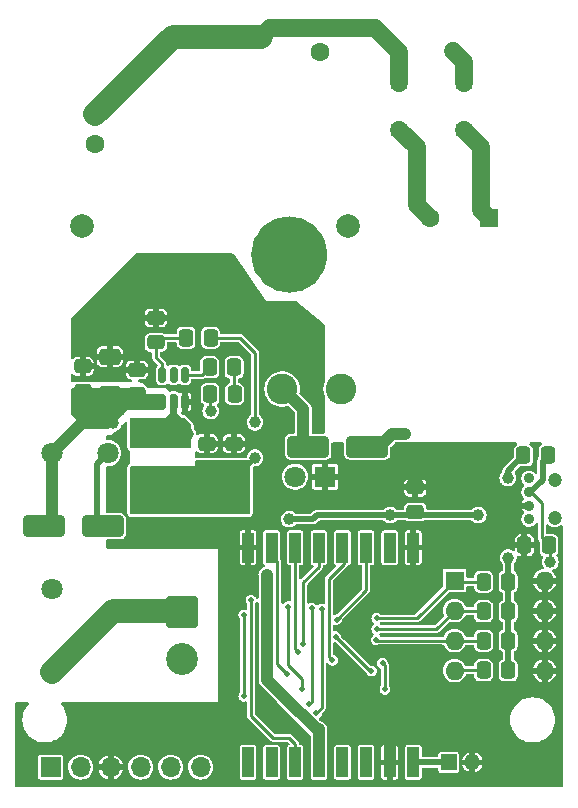
<source format=gbl>
%TF.GenerationSoftware,KiCad,Pcbnew,7.0.8*%
%TF.CreationDate,2024-01-29T20:53:27-05:00*%
%TF.ProjectId,lightlink,6c696768-746c-4696-9e6b-2e6b69636164,rev?*%
%TF.SameCoordinates,Original*%
%TF.FileFunction,Copper,L2,Bot*%
%TF.FilePolarity,Positive*%
%FSLAX46Y46*%
G04 Gerber Fmt 4.6, Leading zero omitted, Abs format (unit mm)*
G04 Created by KiCad (PCBNEW 7.0.8) date 2024-01-29 20:53:27*
%MOMM*%
%LPD*%
G01*
G04 APERTURE LIST*
G04 Aperture macros list*
%AMRoundRect*
0 Rectangle with rounded corners*
0 $1 Rounding radius*
0 $2 $3 $4 $5 $6 $7 $8 $9 X,Y pos of 4 corners*
0 Add a 4 corners polygon primitive as box body*
4,1,4,$2,$3,$4,$5,$6,$7,$8,$9,$2,$3,0*
0 Add four circle primitives for the rounded corners*
1,1,$1+$1,$2,$3*
1,1,$1+$1,$4,$5*
1,1,$1+$1,$6,$7*
1,1,$1+$1,$8,$9*
0 Add four rect primitives between the rounded corners*
20,1,$1+$1,$2,$3,$4,$5,0*
20,1,$1+$1,$4,$5,$6,$7,0*
20,1,$1+$1,$6,$7,$8,$9,0*
20,1,$1+$1,$8,$9,$2,$3,0*%
G04 Aperture macros list end*
%TA.AperFunction,NonConductor*%
%ADD10C,3.250000*%
%TD*%
%TA.AperFunction,ComponentPad*%
%ADD11C,2.000000*%
%TD*%
%TA.AperFunction,ComponentPad*%
%ADD12R,1.800000X1.800000*%
%TD*%
%TA.AperFunction,ComponentPad*%
%ADD13C,1.800000*%
%TD*%
%TA.AperFunction,ComponentPad*%
%ADD14R,1.600000X1.600000*%
%TD*%
%TA.AperFunction,ComponentPad*%
%ADD15O,1.600000X1.600000*%
%TD*%
%TA.AperFunction,ComponentPad*%
%ADD16C,1.600000*%
%TD*%
%TA.AperFunction,ComponentPad*%
%ADD17R,1.350000X1.350000*%
%TD*%
%TA.AperFunction,ComponentPad*%
%ADD18O,1.350000X1.350000*%
%TD*%
%TA.AperFunction,ComponentPad*%
%ADD19R,1.700000X1.700000*%
%TD*%
%TA.AperFunction,ComponentPad*%
%ADD20O,1.700000X1.700000*%
%TD*%
%TA.AperFunction,ComponentPad*%
%ADD21RoundRect,0.250001X-1.099999X1.099999X-1.099999X-1.099999X1.099999X-1.099999X1.099999X1.099999X0*%
%TD*%
%TA.AperFunction,ComponentPad*%
%ADD22C,2.700000*%
%TD*%
%TA.AperFunction,ComponentPad*%
%ADD23C,1.200000*%
%TD*%
%TA.AperFunction,ComponentPad*%
%ADD24C,0.900000*%
%TD*%
%TA.AperFunction,ComponentPad*%
%ADD25C,2.600000*%
%TD*%
%TA.AperFunction,SMDPad,CuDef*%
%ADD26RoundRect,0.250000X0.337500X0.475000X-0.337500X0.475000X-0.337500X-0.475000X0.337500X-0.475000X0*%
%TD*%
%TA.AperFunction,SMDPad,CuDef*%
%ADD27RoundRect,0.250000X-0.475000X0.337500X-0.475000X-0.337500X0.475000X-0.337500X0.475000X0.337500X0*%
%TD*%
%TA.AperFunction,SMDPad,CuDef*%
%ADD28R,1.000000X2.500000*%
%TD*%
%TA.AperFunction,SMDPad,CuDef*%
%ADD29RoundRect,0.250000X0.475000X-0.337500X0.475000X0.337500X-0.475000X0.337500X-0.475000X-0.337500X0*%
%TD*%
%TA.AperFunction,SMDPad,CuDef*%
%ADD30RoundRect,0.250000X0.650000X-0.412500X0.650000X0.412500X-0.650000X0.412500X-0.650000X-0.412500X0*%
%TD*%
%TA.AperFunction,SMDPad,CuDef*%
%ADD31RoundRect,0.150000X0.150000X-0.512500X0.150000X0.512500X-0.150000X0.512500X-0.150000X-0.512500X0*%
%TD*%
%TA.AperFunction,SMDPad,CuDef*%
%ADD32RoundRect,0.250000X-0.337500X-0.475000X0.337500X-0.475000X0.337500X0.475000X-0.337500X0.475000X0*%
%TD*%
%TA.AperFunction,SMDPad,CuDef*%
%ADD33RoundRect,0.250000X1.500000X0.650000X-1.500000X0.650000X-1.500000X-0.650000X1.500000X-0.650000X0*%
%TD*%
%TA.AperFunction,SMDPad,CuDef*%
%ADD34RoundRect,0.250000X-1.500000X-0.650000X1.500000X-0.650000X1.500000X0.650000X-1.500000X0.650000X0*%
%TD*%
%TA.AperFunction,SMDPad,CuDef*%
%ADD35R,1.450000X1.000000*%
%TD*%
%TA.AperFunction,SMDPad,CuDef*%
%ADD36R,4.000000X2.000000*%
%TD*%
%TA.AperFunction,ViaPad*%
%ADD37C,1.000000*%
%TD*%
%TA.AperFunction,ViaPad*%
%ADD38C,0.500000*%
%TD*%
%TA.AperFunction,ViaPad*%
%ADD39C,1.500000*%
%TD*%
%TA.AperFunction,Conductor*%
%ADD40C,0.500000*%
%TD*%
%TA.AperFunction,Conductor*%
%ADD41C,1.500000*%
%TD*%
%TA.AperFunction,Conductor*%
%ADD42C,0.250000*%
%TD*%
%TA.AperFunction,Conductor*%
%ADD43C,1.000000*%
%TD*%
%TA.AperFunction,Conductor*%
%ADD44C,2.000000*%
%TD*%
G04 APERTURE END LIST*
D10*
X136965000Y-91000000D02*
G75*
G03*
X136965000Y-91000000I-1625000J0D01*
G01*
D11*
%TO.P,F1,1*%
%TO.N,LIVE_IN*%
X140290000Y-88600000D03*
%TO.P,F1,2*%
%TO.N,LIVE_IN_FUSED*%
X117790000Y-88600000D03*
%TD*%
D12*
%TO.P,D4,1,K*%
%TO.N,GND*%
X138375000Y-109800000D03*
D13*
%TO.P,D4,2,A*%
%TO.N,Net-(D4-A)*%
X135835000Y-109800000D03*
%TD*%
D14*
%TO.P,SW1,1*%
%TO.N,/microcontroller_logic/CHAN_SEL0*%
X149340000Y-118600000D03*
D15*
%TO.P,SW1,2*%
%TO.N,/microcontroller_logic/CHAN_SEL1*%
X149340000Y-121140000D03*
%TO.P,SW1,3*%
%TO.N,/microcontroller_logic/CHAN_SEL2*%
X149340000Y-123680000D03*
%TO.P,SW1,4*%
%TO.N,/microcontroller_logic/CHAN_SEL3*%
X149340000Y-126220000D03*
%TO.P,SW1,5*%
%TO.N,GND*%
X156960000Y-126220000D03*
%TO.P,SW1,6*%
X156960000Y-123680000D03*
%TO.P,SW1,7*%
X156960000Y-121140000D03*
%TO.P,SW1,8*%
X156960000Y-118600000D03*
%TD*%
D14*
%TO.P,C1,1*%
%TO.N,/power/LNK_IN*%
X152242651Y-87900000D03*
D16*
%TO.P,C1,2*%
%TO.N,GND*%
X147242651Y-87900000D03*
%TD*%
D17*
%TO.P,J2,1,Pin_1*%
%TO.N,/microcontroller_logic/RF_ANT*%
X148840000Y-134000000D03*
D18*
%TO.P,J2,2,Pin_2*%
%TO.N,GND*%
X150840000Y-134000000D03*
%TD*%
D16*
%TO.P,RV1,1*%
%TO.N,/power/live_fbr_in*%
X132940000Y-72550000D03*
%TO.P,RV1,2*%
%TO.N,NEUTRAL_IN*%
X137940000Y-73850000D03*
%TD*%
D19*
%TO.P,J1,1,Pin_1*%
%TO.N,/microcontroller_logic/VPP*%
X115140000Y-134400000D03*
D20*
%TO.P,J1,2,Pin_2*%
%TO.N,+3.3V*%
X117680000Y-134400000D03*
%TO.P,J1,3,Pin_3*%
%TO.N,GND*%
X120220000Y-134400000D03*
%TO.P,J1,4,Pin_4*%
%TO.N,/microcontroller_logic/ICSPDAT*%
X122760000Y-134400000D03*
%TO.P,J1,5,Pin_5*%
%TO.N,/microcontroller_logic/ICSPCLK*%
X125300000Y-134400000D03*
%TO.P,J1,6,Pin_6*%
%TO.N,unconnected-(J1-Pin_6-Pad6)*%
X127840000Y-134400000D03*
%TD*%
D21*
%TO.P,J3,1,AC_P*%
%TO.N,LIVE_OUT*%
X126240000Y-121240000D03*
D22*
%TO.P,J3,2,AC_N*%
%TO.N,NEUTRAL_IN*%
X126240000Y-125200000D03*
%TD*%
D23*
%TO.P,SW2,*%
%TO.N,*%
X157840000Y-110075000D03*
X157840000Y-113275000D03*
D24*
%TO.P,SW2,1,S1*%
%TO.N,/microcontroller_logic/BUTTON_IN*%
X155640000Y-111100000D03*
%TO.P,SW2,2,L1*%
%TO.N,unconnected-(SW2-L1-Pad2)*%
X155640000Y-109950000D03*
%TO.P,SW2,3,L2*%
%TO.N,unconnected-(SW2-L2-Pad3)*%
X155640000Y-113400000D03*
%TO.P,SW2,4,S2*%
%TO.N,GND*%
X155640000Y-112250000D03*
%TD*%
D25*
%TO.P,L1,1,1*%
%TO.N,/power/12V_SW*%
X139740000Y-102362500D03*
%TO.P,L1,2,2*%
%TO.N,+12V*%
X134740000Y-102362500D03*
%TD*%
D16*
%TO.P,R9,1*%
%TO.N,LIVE_IN_FUSED*%
X118900000Y-81645000D03*
D15*
%TO.P,R9,2*%
%TO.N,/power/live_fbr_in*%
X118900000Y-79105000D03*
%TD*%
D13*
%TO.P,K1,13*%
%TO.N,LIVE_IN_FUSED*%
X115290000Y-119300000D03*
%TO.P,K1,14*%
%TO.N,LIVE_OUT*%
X115290000Y-126300000D03*
%TO.P,K1,A1*%
%TO.N,+12V*%
X115290000Y-107800000D03*
%TO.P,K1,A2*%
%TO.N,Net-(D6-A)*%
X119990000Y-107800000D03*
%TD*%
D26*
%TO.P,C7,1*%
%TO.N,Net-(C7-Pad1)*%
X130715000Y-102800000D03*
%TO.P,C7,2*%
%TO.N,/power/3v3_SW*%
X128640000Y-102800000D03*
%TD*%
D27*
%TO.P,C17,1*%
%TO.N,GND*%
X146000000Y-110712500D03*
%TO.P,C17,2*%
%TO.N,+3.3V*%
X146000000Y-112787500D03*
%TD*%
D28*
%TO.P,U2,1,GND*%
%TO.N,GND*%
X131840000Y-115800000D03*
%TO.P,U2,2,MISO*%
%TO.N,/microcontroller_logic/SPI_MISO*%
X133840000Y-115800000D03*
%TO.P,U2,3,MOSI*%
%TO.N,/microcontroller_logic/SPI_MOSI*%
X135840000Y-115800000D03*
%TO.P,U2,4,SCK*%
%TO.N,/microcontroller_logic/SPI_CLK*%
X137840000Y-115800000D03*
%TO.P,U2,5,NSS*%
%TO.N,/microcontroller_logic/SPI_CS*%
X139840000Y-115800000D03*
%TO.P,U2,6,RESET*%
%TO.N,/microcontroller_logic/RF_RESET*%
X141840000Y-115800000D03*
%TO.P,U2,7,DIO5*%
%TO.N,unconnected-(U2-DIO5-Pad7)*%
X143840000Y-115800000D03*
%TO.P,U2,8,GND*%
%TO.N,GND*%
X145840000Y-115800000D03*
%TO.P,U2,9,ANT*%
%TO.N,/microcontroller_logic/RF_ANT*%
X145840000Y-134000000D03*
%TO.P,U2,10,GND*%
%TO.N,GND*%
X143840000Y-134000000D03*
%TO.P,U2,11,DIO3*%
%TO.N,unconnected-(U2-DIO3-Pad11)*%
X141840000Y-134000000D03*
%TO.P,U2,12,DIO4*%
%TO.N,unconnected-(U2-DIO4-Pad12)*%
X139840000Y-134000000D03*
%TO.P,U2,13,3.3V*%
%TO.N,+3.3V*%
X137840000Y-134000000D03*
%TO.P,U2,14,DIO0*%
%TO.N,/microcontroller_logic/RF_INT*%
X135840000Y-134000000D03*
%TO.P,U2,15,DIO1*%
%TO.N,unconnected-(U2-DIO1-Pad15)*%
X133840000Y-134000000D03*
%TO.P,U2,16,DIO2*%
%TO.N,unconnected-(U2-DIO2-Pad16)*%
X131840000Y-134000000D03*
%TD*%
D29*
%TO.P,R15,1*%
%TO.N,/power/3v3_FB*%
X124040000Y-98437500D03*
%TO.P,R15,2*%
%TO.N,GND*%
X124040000Y-96362500D03*
%TD*%
D26*
%TO.P,R4,1*%
%TO.N,+3.3V*%
X153877500Y-123700000D03*
%TO.P,R4,2*%
%TO.N,/microcontroller_logic/CHAN_SEL2*%
X151802500Y-123700000D03*
%TD*%
D30*
%TO.P,C5,1*%
%TO.N,+12V*%
X120140000Y-102762500D03*
%TO.P,C5,2*%
%TO.N,GND*%
X120140000Y-99637500D03*
%TD*%
D31*
%TO.P,U4,1,GND*%
%TO.N,GND*%
X126490000Y-103450000D03*
%TO.P,U4,2,SW*%
%TO.N,/power/3v3_SW*%
X125540000Y-103450000D03*
%TO.P,U4,3,VIN*%
%TO.N,+12V*%
X124590000Y-103450000D03*
%TO.P,U4,4,FB*%
%TO.N,/power/3v3_FB*%
X124590000Y-101175000D03*
%TO.P,U4,5,EN*%
%TO.N,unconnected-(U4-EN-Pad5)*%
X125540000Y-101175000D03*
%TO.P,U4,6,BOOT*%
%TO.N,Net-(U4-BOOT)*%
X126490000Y-101175000D03*
%TD*%
D29*
%TO.P,C10,1*%
%TO.N,+3.3V*%
X128340000Y-109087500D03*
%TO.P,C10,2*%
%TO.N,GND*%
X128340000Y-107012500D03*
%TD*%
D32*
%TO.P,R13,1*%
%TO.N,Net-(U4-BOOT)*%
X128602500Y-100550000D03*
%TO.P,R13,2*%
%TO.N,Net-(C7-Pad1)*%
X130677500Y-100550000D03*
%TD*%
%TO.P,C16,1*%
%TO.N,GND*%
X155240000Y-115600000D03*
%TO.P,C16,2*%
%TO.N,/microcontroller_logic/BUTTON_IN*%
X157315000Y-115600000D03*
%TD*%
D29*
%TO.P,C8,1*%
%TO.N,+3.3V*%
X130640000Y-109087500D03*
%TO.P,C8,2*%
%TO.N,GND*%
X130640000Y-107012500D03*
%TD*%
D33*
%TO.P,D3,1,K*%
%TO.N,/power/12V_FB_DIODE*%
X141940000Y-107250000D03*
%TO.P,D3,2,A*%
%TO.N,+12V*%
X136940000Y-107250000D03*
%TD*%
D26*
%TO.P,R14,1*%
%TO.N,+3.3V*%
X128677500Y-98050000D03*
%TO.P,R14,2*%
%TO.N,/power/3v3_FB*%
X126602500Y-98050000D03*
%TD*%
D34*
%TO.P,D6,1,K*%
%TO.N,+12V*%
X114540000Y-114000000D03*
%TO.P,D6,2,A*%
%TO.N,Net-(D6-A)*%
X119540000Y-114000000D03*
%TD*%
D35*
%TO.P,D1,1,+*%
%TO.N,/power/LNK_IN*%
X150112500Y-80437500D03*
%TO.P,D1,2*%
%TO.N,NEUTRAL_IN*%
X150112500Y-76437500D03*
%TO.P,D1,3,-*%
%TO.N,GND*%
X144662500Y-80437500D03*
%TO.P,D1,4*%
%TO.N,/power/live_fbr_in*%
X144662500Y-76437500D03*
%TD*%
D36*
%TO.P,L2,1,1*%
%TO.N,/power/3v3_SW*%
X124240000Y-106400000D03*
%TO.P,L2,2,2*%
%TO.N,+3.3V*%
X124240000Y-109900000D03*
%TD*%
D26*
%TO.P,R5,1*%
%TO.N,+3.3V*%
X153877500Y-121200000D03*
%TO.P,R5,2*%
%TO.N,/microcontroller_logic/CHAN_SEL1*%
X151802500Y-121200000D03*
%TD*%
D29*
%TO.P,C6,1*%
%TO.N,+12V*%
X122440000Y-102837500D03*
%TO.P,C6,2*%
%TO.N,GND*%
X122440000Y-100762500D03*
%TD*%
D26*
%TO.P,R6,1*%
%TO.N,+3.3V*%
X153877500Y-118700000D03*
%TO.P,R6,2*%
%TO.N,/microcontroller_logic/CHAN_SEL0*%
X151802500Y-118700000D03*
%TD*%
D32*
%TO.P,R12,1*%
%TO.N,+3.3V*%
X155165000Y-108000000D03*
%TO.P,R12,2*%
%TO.N,/microcontroller_logic/BUTTON_IN*%
X157240000Y-108000000D03*
%TD*%
D29*
%TO.P,R10,1*%
%TO.N,+12V*%
X117840000Y-102537500D03*
%TO.P,R10,2*%
%TO.N,GND*%
X117840000Y-100462500D03*
%TD*%
D26*
%TO.P,R3,1*%
%TO.N,+3.3V*%
X153877500Y-126200000D03*
%TO.P,R3,2*%
%TO.N,/microcontroller_logic/CHAN_SEL3*%
X151802500Y-126200000D03*
%TD*%
D37*
%TO.N,GND*%
X125940000Y-93600000D03*
X149840000Y-109800000D03*
X130840000Y-92600000D03*
X144340000Y-124900000D03*
X146440000Y-124800000D03*
D38*
X140690000Y-118500000D03*
X140090000Y-117906233D03*
D37*
X126340000Y-113775500D03*
X124740000Y-92400000D03*
X127240000Y-92400000D03*
X124740000Y-93600000D03*
X123540000Y-93600000D03*
X143840000Y-131400000D03*
X128440000Y-92400000D03*
X127240000Y-93600000D03*
X131600000Y-93700000D03*
D38*
X144840000Y-119900000D03*
D37*
X125940000Y-92400000D03*
%TO.N,+12V*%
X121040000Y-104200000D03*
X119840000Y-104200000D03*
X120440000Y-105300000D03*
X118640000Y-104200000D03*
X119240000Y-105300000D03*
%TO.N,+3.3V*%
X143890000Y-113050000D03*
X137840000Y-131200000D03*
X133440000Y-118100000D03*
X130640000Y-112200000D03*
X153840000Y-109900000D03*
X153877500Y-116650000D03*
X128340000Y-112200000D03*
X132440000Y-105200000D03*
X134793249Y-128346751D03*
X135340000Y-113400000D03*
X132440000Y-108200000D03*
X151340000Y-113050000D03*
D38*
%TO.N,POWER_LOSS_INT*%
X143240000Y-125600000D03*
X135240000Y-120800000D03*
X143440000Y-127800000D03*
X136440000Y-127800000D03*
D37*
%TO.N,/microcontroller_logic/BUTTON_IN*%
X157440000Y-117000000D03*
D39*
%TO.N,NEUTRAL_IN*%
X149240000Y-73800000D03*
D38*
%TO.N,/microcontroller_logic/VPP*%
X131490000Y-128400000D03*
X131490000Y-121500000D03*
%TO.N,/microcontroller_logic/ICSPDAT*%
X137040000Y-129050000D03*
X137240000Y-120950000D03*
%TO.N,/microcontroller_logic/ICSPCLK*%
X137640000Y-129850000D03*
X138090000Y-121000000D03*
%TO.N,/microcontroller_logic/CHAN_SEL3*%
X139264500Y-123350000D03*
X142290000Y-126250000D03*
%TO.N,/microcontroller_logic/CHAN_SEL2*%
X142690000Y-123600000D03*
%TO.N,/microcontroller_logic/CHAN_SEL1*%
X142740000Y-122700000D03*
%TO.N,/microcontroller_logic/CHAN_SEL0*%
X142740000Y-121800000D03*
%TO.N,/microcontroller_logic/RF_INT*%
X132090000Y-120250000D03*
%TO.N,/microcontroller_logic/RF_RESET*%
X139340000Y-121900000D03*
%TO.N,/microcontroller_logic/SPI_CS*%
X138990000Y-125350000D03*
%TO.N,/microcontroller_logic/SPI_MISO*%
X135140000Y-126475500D03*
%TO.N,/microcontroller_logic/SPI_MOSI*%
X136090000Y-124650000D03*
%TO.N,/microcontroller_logic/SPI_CLK*%
X136540000Y-123950000D03*
D37*
%TO.N,/power/12V_FB_DIODE*%
X145122134Y-106158614D03*
%TO.N,/power/3v3_SW*%
X128690000Y-104250000D03*
X126740000Y-106200000D03*
%TD*%
D40*
%TO.N,GND*%
X138375000Y-109800000D02*
X149840000Y-109800000D01*
D41*
X146127500Y-81902500D02*
X146127500Y-86784849D01*
D42*
X128340000Y-107012500D02*
X130640000Y-107012500D01*
D40*
X145840000Y-118200000D02*
X145840000Y-115800000D01*
X144840000Y-119900000D02*
X145940000Y-118800000D01*
X145940000Y-118300000D02*
X145840000Y-118200000D01*
D41*
X144662500Y-80437500D02*
X146127500Y-81902500D01*
D43*
X143840000Y-134000000D02*
X143840000Y-131400000D01*
D40*
X145940000Y-118800000D02*
X145940000Y-118300000D01*
D42*
X128340000Y-106300000D02*
X128340000Y-107012500D01*
D41*
X146127500Y-86784849D02*
X147242651Y-87900000D01*
D42*
X126490000Y-104450000D02*
X128340000Y-106300000D01*
X155190000Y-115412500D02*
X155202500Y-115400000D01*
X126490000Y-103450000D02*
X126490000Y-104450000D01*
D43*
%TO.N,+12V*%
X115290000Y-107800000D02*
X115290000Y-113250000D01*
X115290000Y-113250000D02*
X114540000Y-114000000D01*
X136540000Y-107362500D02*
X136540000Y-104100000D01*
X136540000Y-104100000D02*
X134802500Y-102362500D01*
X118640000Y-104200000D02*
X118640000Y-104450000D01*
X134802500Y-102362500D02*
X134240000Y-102362500D01*
X118640000Y-104450000D02*
X115290000Y-107800000D01*
D42*
%TO.N,Net-(C7-Pad1)*%
X130677500Y-102762500D02*
X130715000Y-102800000D01*
X130677500Y-100550000D02*
X130677500Y-102762500D01*
D43*
%TO.N,+3.3V*%
X134793249Y-128346751D02*
X133440000Y-126993503D01*
D40*
X147000000Y-113050000D02*
X143890000Y-113050000D01*
D42*
X131190000Y-98050000D02*
X128677500Y-98050000D01*
D43*
X134793249Y-128346751D02*
X134968249Y-128521751D01*
D42*
X131552500Y-109087500D02*
X132440000Y-108200000D01*
D40*
X153877500Y-116587500D02*
X153877500Y-116650000D01*
X155165000Y-108125000D02*
X155165000Y-108000000D01*
X153877500Y-121200000D02*
X153877500Y-123700000D01*
D43*
X137840000Y-131200000D02*
X137646497Y-131200000D01*
D40*
X151340000Y-113050000D02*
X150240000Y-113050000D01*
X137340000Y-113400000D02*
X135340000Y-113400000D01*
X153877500Y-118700000D02*
X153877500Y-121200000D01*
X137690000Y-113050000D02*
X137340000Y-113400000D01*
X153877500Y-116650000D02*
X153877500Y-118700000D01*
D42*
X130640000Y-109087500D02*
X131552500Y-109087500D01*
D43*
X128340000Y-109087500D02*
X128340000Y-112200000D01*
D42*
X132440000Y-99300000D02*
X131190000Y-98050000D01*
D40*
X150240000Y-113050000D02*
X147000000Y-113050000D01*
X153840000Y-109900000D02*
X153840000Y-109325000D01*
D42*
X132440000Y-105200000D02*
X132440000Y-99300000D01*
X155165000Y-108000000D02*
X155165000Y-108175000D01*
D43*
X137840000Y-134000000D02*
X137840000Y-131200000D01*
D40*
X153840000Y-109325000D02*
X155165000Y-108000000D01*
D43*
X137646497Y-131200000D02*
X134793249Y-128346751D01*
X130640000Y-109087500D02*
X130640000Y-112200000D01*
D40*
X153877500Y-123700000D02*
X153877500Y-126200000D01*
X143890000Y-113050000D02*
X137690000Y-113050000D01*
D43*
X133440000Y-126993503D02*
X133440000Y-118100000D01*
D42*
%TO.N,POWER_LOSS_INT*%
X143440000Y-127800000D02*
X143440000Y-125800000D01*
X136440000Y-126962327D02*
X136440000Y-127800000D01*
X143440000Y-125800000D02*
X143240000Y-125600000D01*
X135240000Y-125762327D02*
X136440000Y-126962327D01*
X135240000Y-120800000D02*
X135240000Y-125762327D01*
D40*
%TO.N,/microcontroller_logic/BUTTON_IN*%
X155640000Y-111100000D02*
X155762792Y-111100000D01*
X156790000Y-110072792D02*
X156790000Y-108450000D01*
D42*
X157440000Y-115725000D02*
X157315000Y-115600000D01*
D40*
X156790000Y-108450000D02*
X157240000Y-108000000D01*
D42*
X156740000Y-115025000D02*
X156740000Y-112000000D01*
X155840000Y-111100000D02*
X155640000Y-111100000D01*
D40*
X155762792Y-111100000D02*
X156790000Y-110072792D01*
D42*
X156740000Y-112000000D02*
X155840000Y-111100000D01*
X157440000Y-117000000D02*
X157440000Y-115725000D01*
X157315000Y-115600000D02*
X156740000Y-115025000D01*
D41*
%TO.N,NEUTRAL_IN*%
X150112500Y-74672500D02*
X150112500Y-76437500D01*
X149240000Y-73800000D02*
X150112500Y-74672500D01*
D40*
%TO.N,Net-(D6-A)*%
X119540000Y-114000000D02*
X119090000Y-113550000D01*
X119540000Y-107750000D02*
X119640000Y-107650000D01*
X119090000Y-108700000D02*
X119990000Y-107800000D01*
X119090000Y-113550000D02*
X119090000Y-108700000D01*
D42*
%TO.N,/microcontroller_logic/VPP*%
X131490000Y-128400000D02*
X131490000Y-121500000D01*
%TO.N,/microcontroller_logic/ICSPDAT*%
X137240000Y-128850000D02*
X137040000Y-129050000D01*
X137240000Y-120950000D02*
X137240000Y-128850000D01*
%TO.N,/microcontroller_logic/ICSPCLK*%
X138090000Y-129400000D02*
X137640000Y-129850000D01*
X138090000Y-121000000D02*
X138090000Y-129400000D01*
D40*
%TO.N,/microcontroller_logic/RF_ANT*%
X145840000Y-134000000D02*
X148840000Y-134000000D01*
D44*
%TO.N,LIVE_OUT*%
X120390000Y-121200000D02*
X126200000Y-121200000D01*
X115290000Y-126300000D02*
X120390000Y-121200000D01*
X126200000Y-121200000D02*
X126240000Y-121240000D01*
D42*
%TO.N,/microcontroller_logic/CHAN_SEL3*%
X149360000Y-126200000D02*
X149340000Y-126220000D01*
X151802500Y-126200000D02*
X149360000Y-126200000D01*
X139264500Y-123350000D02*
X142164500Y-126250000D01*
X142164500Y-126250000D02*
X142290000Y-126250000D01*
%TO.N,/microcontroller_logic/CHAN_SEL2*%
X149360000Y-123700000D02*
X149340000Y-123680000D01*
X142690000Y-123600000D02*
X142770000Y-123680000D01*
X151802500Y-123700000D02*
X149360000Y-123700000D01*
X142770000Y-123680000D02*
X149340000Y-123680000D01*
%TO.N,/microcontroller_logic/CHAN_SEL1*%
X142740000Y-122700000D02*
X147780000Y-122700000D01*
X147780000Y-122700000D02*
X149340000Y-121140000D01*
X149400000Y-121200000D02*
X149340000Y-121140000D01*
X151802500Y-121200000D02*
X149400000Y-121200000D01*
%TO.N,/microcontroller_logic/CHAN_SEL0*%
X151802500Y-118700000D02*
X149440000Y-118700000D01*
X142740000Y-121800000D02*
X146140000Y-121800000D01*
X149440000Y-118700000D02*
X149340000Y-118600000D01*
X146140000Y-121800000D02*
X149340000Y-118600000D01*
%TO.N,Net-(U4-BOOT)*%
X127977500Y-101175000D02*
X128602500Y-100550000D01*
X126490000Y-101175000D02*
X127977500Y-101175000D01*
%TO.N,/microcontroller_logic/RF_INT*%
X135340000Y-131900000D02*
X135840000Y-132400000D01*
X133940000Y-131900000D02*
X135340000Y-131900000D01*
X132090000Y-120250000D02*
X132090000Y-130050000D01*
X132090000Y-130050000D02*
X133940000Y-131900000D01*
X135840000Y-132400000D02*
X135840000Y-134000000D01*
%TO.N,/microcontroller_logic/RF_RESET*%
X141840000Y-119400000D02*
X141840000Y-115800000D01*
X139340000Y-121900000D02*
X141840000Y-119400000D01*
%TO.N,/microcontroller_logic/SPI_CS*%
X138690000Y-118450000D02*
X139940000Y-117200000D01*
X138990000Y-125350000D02*
X138690000Y-125050000D01*
X139940000Y-117200000D02*
X139940000Y-115900000D01*
X139940000Y-115900000D02*
X139840000Y-115800000D01*
X138690000Y-125050000D02*
X138690000Y-118450000D01*
%TO.N,/microcontroller_logic/SPI_MISO*%
X134340000Y-117050000D02*
X133840000Y-116550000D01*
X133840000Y-116550000D02*
X133840000Y-115800000D01*
X135140000Y-126475500D02*
X134340000Y-125675500D01*
X134340000Y-125675500D02*
X134340000Y-117050000D01*
%TO.N,/microcontroller_logic/SPI_MOSI*%
X135840000Y-124400000D02*
X135840000Y-115800000D01*
X136090000Y-124650000D02*
X135840000Y-124400000D01*
%TO.N,/microcontroller_logic/SPI_CLK*%
X136540000Y-118750000D02*
X137840000Y-117450000D01*
X136540000Y-123950000D02*
X136540000Y-118750000D01*
X137840000Y-117450000D02*
X137840000Y-115800000D01*
D41*
%TO.N,/power/LNK_IN*%
X151577500Y-81902500D02*
X151577500Y-87234849D01*
X151577500Y-87234849D02*
X152242651Y-87900000D01*
X150112500Y-80437500D02*
X151577500Y-81902500D01*
D43*
%TO.N,/power/12V_FB_DIODE*%
X145122134Y-106158614D02*
X144043886Y-106158614D01*
X142840000Y-107362500D02*
X141540000Y-107362500D01*
X144043886Y-106158614D02*
X142840000Y-107362500D01*
D42*
%TO.N,/power/3v3_SW*%
X128690000Y-104250000D02*
X128640000Y-104200000D01*
X128640000Y-104200000D02*
X128640000Y-102800000D01*
X126740000Y-106200000D02*
X126540000Y-106400000D01*
X126540000Y-106400000D02*
X124240000Y-106400000D01*
D41*
%TO.N,/power/live_fbr_in*%
X144662500Y-73822500D02*
X142615000Y-71775000D01*
D44*
X125455000Y-72550000D02*
X132940000Y-72550000D01*
D41*
X133715000Y-71775000D02*
X132940000Y-72550000D01*
X142615000Y-71775000D02*
X133715000Y-71775000D01*
D44*
X118900000Y-79105000D02*
X125455000Y-72550000D01*
D41*
X144662500Y-76437500D02*
X144662500Y-73822500D01*
D42*
%TO.N,/power/3v3_FB*%
X124590000Y-100250000D02*
X124040000Y-99700000D01*
X126602500Y-98050000D02*
X124427500Y-98050000D01*
X124590000Y-101175000D02*
X124590000Y-100250000D01*
X124427500Y-98050000D02*
X124040000Y-98437500D01*
X124040000Y-99700000D02*
X124040000Y-98437500D01*
%TD*%
%TA.AperFunction,Conductor*%
%TO.N,+3.3V*%
G36*
X131983039Y-108419685D02*
G01*
X132028794Y-108472489D01*
X132040000Y-108524000D01*
X132040000Y-112876000D01*
X132020315Y-112943039D01*
X131967511Y-112988794D01*
X131916000Y-113000000D01*
X121964000Y-113000000D01*
X121896961Y-112980315D01*
X121851206Y-112927511D01*
X121840000Y-112876000D01*
X121840000Y-109024000D01*
X121859685Y-108956961D01*
X121912489Y-108911206D01*
X121964000Y-108900000D01*
X127340000Y-108900000D01*
X127340000Y-108524000D01*
X127359685Y-108456961D01*
X127412489Y-108411206D01*
X127464000Y-108400000D01*
X131916000Y-108400000D01*
X131983039Y-108419685D01*
G37*
%TD.AperFunction*%
%TD*%
%TA.AperFunction,Conductor*%
%TO.N,+12V*%
G36*
X122655677Y-102319685D02*
G01*
X122676319Y-102336319D01*
X123140000Y-102800000D01*
X124615500Y-102800000D01*
X124682539Y-102819685D01*
X124728294Y-102872489D01*
X124739500Y-102924000D01*
X124739500Y-104028196D01*
X124742497Y-104066271D01*
X124728133Y-104134648D01*
X124679082Y-104184405D01*
X124618879Y-104200000D01*
X121639999Y-104200000D01*
X120076319Y-105763681D01*
X120014996Y-105797166D01*
X119988638Y-105800000D01*
X118191362Y-105800000D01*
X118124323Y-105780315D01*
X118103681Y-105763681D01*
X116876319Y-104536319D01*
X116842834Y-104474996D01*
X116840000Y-104448638D01*
X116840000Y-102424000D01*
X116859685Y-102356961D01*
X116912489Y-102311206D01*
X116964000Y-102300000D01*
X122588638Y-102300000D01*
X122655677Y-102319685D01*
G37*
%TD.AperFunction*%
%TD*%
%TA.AperFunction,Conductor*%
%TO.N,GND*%
G36*
X130591811Y-90919685D02*
G01*
X130626953Y-90953750D01*
X133340000Y-94900000D01*
X135796503Y-94900000D01*
X135863542Y-94919685D01*
X135873965Y-94927172D01*
X138293462Y-96862770D01*
X138333514Y-96920020D01*
X138340000Y-96959597D01*
X138340000Y-101792760D01*
X138329557Y-101842569D01*
X138315935Y-101873623D01*
X138254892Y-102114675D01*
X138254890Y-102114687D01*
X138234357Y-102362494D01*
X138234357Y-102362505D01*
X138254890Y-102610312D01*
X138254892Y-102610324D01*
X138310220Y-102828805D01*
X138315937Y-102851381D01*
X138329556Y-102882430D01*
X138340000Y-102932239D01*
X138340000Y-106025500D01*
X138320315Y-106092539D01*
X138267511Y-106138294D01*
X138216000Y-106149500D01*
X137364500Y-106149500D01*
X137297461Y-106129815D01*
X137251706Y-106077011D01*
X137240500Y-106025500D01*
X137240500Y-104123047D01*
X137240613Y-104119302D01*
X137243973Y-104063751D01*
X137244358Y-104057394D01*
X137233175Y-103996370D01*
X137232613Y-103992673D01*
X137225140Y-103931127D01*
X137221548Y-103921656D01*
X137215522Y-103900042D01*
X137213695Y-103890068D01*
X137188234Y-103833496D01*
X137186806Y-103830049D01*
X137183781Y-103822072D01*
X137164818Y-103772070D01*
X137159063Y-103763733D01*
X137148036Y-103744182D01*
X137143879Y-103734946D01*
X137143878Y-103734943D01*
X137126287Y-103712490D01*
X137105630Y-103686122D01*
X137103410Y-103683106D01*
X137099742Y-103677792D01*
X137068183Y-103632071D01*
X137021750Y-103590935D01*
X137019056Y-103588399D01*
X136237722Y-102807065D01*
X136204237Y-102745742D01*
X136205198Y-102688942D01*
X136225106Y-102610329D01*
X136225107Y-102610324D01*
X136225108Y-102610321D01*
X136226218Y-102596926D01*
X136245643Y-102362505D01*
X136245643Y-102362494D01*
X136225109Y-102114687D01*
X136225107Y-102114675D01*
X136164063Y-101873618D01*
X136064173Y-101645893D01*
X135928166Y-101437717D01*
X135844792Y-101347149D01*
X135759744Y-101254762D01*
X135563509Y-101102026D01*
X135563507Y-101102025D01*
X135563506Y-101102024D01*
X135344811Y-100983672D01*
X135344802Y-100983669D01*
X135109616Y-100902929D01*
X134864335Y-100862000D01*
X134615665Y-100862000D01*
X134370383Y-100902929D01*
X134135197Y-100983669D01*
X134135188Y-100983672D01*
X133916493Y-101102024D01*
X133720257Y-101254761D01*
X133551833Y-101437717D01*
X133415826Y-101645893D01*
X133315936Y-101873618D01*
X133254892Y-102114675D01*
X133254890Y-102114687D01*
X133234357Y-102362494D01*
X133234357Y-102362505D01*
X133254890Y-102610312D01*
X133254892Y-102610324D01*
X133315936Y-102851381D01*
X133415826Y-103079106D01*
X133551833Y-103287282D01*
X133551836Y-103287285D01*
X133720256Y-103470238D01*
X133916491Y-103622974D01*
X133916493Y-103622975D01*
X134123391Y-103734943D01*
X134135190Y-103741328D01*
X134370386Y-103822071D01*
X134615665Y-103863000D01*
X134864335Y-103863000D01*
X135051316Y-103831799D01*
X135109614Y-103822071D01*
X135156855Y-103805852D01*
X135226649Y-103802703D01*
X135284796Y-103835453D01*
X135803181Y-104353838D01*
X135836666Y-104415161D01*
X135839500Y-104441519D01*
X135839500Y-106025500D01*
X135819815Y-106092539D01*
X135767011Y-106138294D01*
X135715500Y-106149500D01*
X135385730Y-106149500D01*
X135355300Y-106152353D01*
X135355298Y-106152353D01*
X135227119Y-106197206D01*
X135227117Y-106197207D01*
X135117850Y-106277850D01*
X135037207Y-106387117D01*
X135037206Y-106387119D01*
X134992353Y-106515298D01*
X134992353Y-106515300D01*
X134989500Y-106545730D01*
X134989500Y-107954269D01*
X134992353Y-107984699D01*
X134992353Y-107984701D01*
X135027607Y-108085448D01*
X135037207Y-108112882D01*
X135117850Y-108222150D01*
X135227118Y-108302793D01*
X135269845Y-108317744D01*
X135355299Y-108347646D01*
X135385730Y-108350500D01*
X135385734Y-108350500D01*
X138494270Y-108350500D01*
X138524699Y-108347646D01*
X138524701Y-108347646D01*
X138588790Y-108325219D01*
X138652882Y-108302793D01*
X138762150Y-108222150D01*
X138842793Y-108112882D01*
X138871401Y-108031125D01*
X138887646Y-107984701D01*
X138887646Y-107984699D01*
X138890500Y-107954269D01*
X138890500Y-107024000D01*
X138910185Y-106956961D01*
X138962989Y-106911206D01*
X139014500Y-106900000D01*
X139865500Y-106900000D01*
X139932539Y-106919685D01*
X139978294Y-106972489D01*
X139989500Y-107024000D01*
X139989500Y-107954269D01*
X139992353Y-107984699D01*
X139992353Y-107984701D01*
X140027607Y-108085448D01*
X140037207Y-108112882D01*
X140117850Y-108222150D01*
X140227118Y-108302793D01*
X140269845Y-108317744D01*
X140355299Y-108347646D01*
X140385730Y-108350500D01*
X140385734Y-108350500D01*
X143494270Y-108350500D01*
X143524699Y-108347646D01*
X143524701Y-108347646D01*
X143588790Y-108325219D01*
X143652882Y-108302793D01*
X143762150Y-108222150D01*
X143842793Y-108112882D01*
X143871401Y-108031125D01*
X143887646Y-107984701D01*
X143887646Y-107984699D01*
X143890500Y-107954269D01*
X143890500Y-107354019D01*
X143910185Y-107286980D01*
X143926819Y-107266338D01*
X144256838Y-106936319D01*
X144318161Y-106902834D01*
X144344519Y-106900000D01*
X154538867Y-106900000D01*
X154605906Y-106919685D01*
X154651661Y-106972489D01*
X154661605Y-107041647D01*
X154632580Y-107105203D01*
X154612500Y-107123770D01*
X154505351Y-107202848D01*
X154424707Y-107312117D01*
X154424706Y-107312119D01*
X154379853Y-107440298D01*
X154379853Y-107440300D01*
X154377000Y-107470730D01*
X154377000Y-108099534D01*
X154357315Y-108166573D01*
X154340681Y-108187215D01*
X153541804Y-108986092D01*
X153536617Y-108990727D01*
X153506033Y-109015117D01*
X153506029Y-109015121D01*
X153472519Y-109064271D01*
X153437206Y-109112118D01*
X153433216Y-109119667D01*
X153429528Y-109127326D01*
X153411992Y-109184177D01*
X153392353Y-109240301D01*
X153390771Y-109248659D01*
X153389500Y-109257100D01*
X153389500Y-109307441D01*
X153369815Y-109374480D01*
X153347729Y-109400255D01*
X153311818Y-109432069D01*
X153311815Y-109432073D01*
X153215182Y-109572068D01*
X153154860Y-109731125D01*
X153154859Y-109731130D01*
X153134355Y-109900000D01*
X153154859Y-110068869D01*
X153154860Y-110068874D01*
X153215182Y-110227931D01*
X153271273Y-110309192D01*
X153311817Y-110367929D01*
X153375698Y-110424522D01*
X153439150Y-110480736D01*
X153560793Y-110544579D01*
X153589775Y-110559790D01*
X153754944Y-110600500D01*
X153925056Y-110600500D01*
X154090225Y-110559790D01*
X154183912Y-110510619D01*
X154240849Y-110480736D01*
X154240850Y-110480734D01*
X154240852Y-110480734D01*
X154368183Y-110367929D01*
X154464818Y-110227930D01*
X154525140Y-110068872D01*
X154545645Y-109900000D01*
X154525140Y-109731128D01*
X154464818Y-109572070D01*
X154427641Y-109518210D01*
X154405759Y-109451858D01*
X154423224Y-109384207D01*
X154442007Y-109360095D01*
X154840284Y-108961819D01*
X154901607Y-108928334D01*
X154927965Y-108925500D01*
X155556770Y-108925500D01*
X155587199Y-108922646D01*
X155587201Y-108922646D01*
X155654593Y-108899064D01*
X155715382Y-108877793D01*
X155824650Y-108797150D01*
X155905293Y-108687882D01*
X155930690Y-108615301D01*
X155950146Y-108559701D01*
X155950146Y-108559699D01*
X155953000Y-108529269D01*
X155953000Y-107470730D01*
X155950146Y-107440300D01*
X155950146Y-107440298D01*
X155905293Y-107312119D01*
X155905292Y-107312117D01*
X155824650Y-107202850D01*
X155824648Y-107202849D01*
X155824648Y-107202848D01*
X155717500Y-107123770D01*
X155675249Y-107068123D01*
X155669790Y-106998467D01*
X155702857Y-106936917D01*
X155763951Y-106903016D01*
X155791133Y-106900000D01*
X156613867Y-106900000D01*
X156680906Y-106919685D01*
X156726661Y-106972489D01*
X156736605Y-107041647D01*
X156707580Y-107105203D01*
X156687500Y-107123770D01*
X156580351Y-107202848D01*
X156499707Y-107312117D01*
X156499706Y-107312119D01*
X156454853Y-107440298D01*
X156454853Y-107440300D01*
X156452000Y-107470730D01*
X156452000Y-108107781D01*
X156432315Y-108174820D01*
X156430455Y-108177630D01*
X156425975Y-108184201D01*
X156422519Y-108189271D01*
X156415147Y-108199260D01*
X156387206Y-108237119D01*
X156383216Y-108244667D01*
X156379528Y-108252326D01*
X156361992Y-108309177D01*
X156342353Y-108365301D01*
X156340771Y-108373659D01*
X156339500Y-108382100D01*
X156339500Y-108441573D01*
X156337275Y-108501009D01*
X156338316Y-108510243D01*
X156337485Y-108510336D01*
X156339500Y-108525635D01*
X156339500Y-109425126D01*
X156319815Y-109492165D01*
X156267011Y-109537920D01*
X156197853Y-109547864D01*
X156134297Y-109518839D01*
X156133273Y-109517941D01*
X156078403Y-109469331D01*
X156047424Y-109440240D01*
X156025393Y-109419552D01*
X156025389Y-109419550D01*
X156019081Y-109414967D01*
X156019271Y-109414704D01*
X156018820Y-109414388D01*
X156018413Y-109414978D01*
X156012240Y-109410717D01*
X155947851Y-109376922D01*
X155881367Y-109340372D01*
X155880974Y-109340216D01*
X155875328Y-109338427D01*
X155872368Y-109337305D01*
X155872365Y-109337304D01*
X155798695Y-109319146D01*
X155788674Y-109316573D01*
X155722182Y-109299500D01*
X155722177Y-109299500D01*
X155718985Y-109299500D01*
X155561015Y-109299500D01*
X155561010Y-109299500D01*
X155524487Y-109308501D01*
X155517419Y-109309814D01*
X155476941Y-109314929D01*
X155476939Y-109314929D01*
X155445440Y-109327401D01*
X155437447Y-109329955D01*
X155407637Y-109337302D01*
X155407633Y-109337304D01*
X155371270Y-109356389D01*
X155365279Y-109359137D01*
X155324130Y-109375431D01*
X155324129Y-109375432D01*
X155303150Y-109390673D01*
X155287898Y-109400147D01*
X155267761Y-109410716D01*
X155234432Y-109440240D01*
X155229762Y-109443991D01*
X155191161Y-109472037D01*
X155177033Y-109489115D01*
X155163725Y-109502881D01*
X155149517Y-109515468D01*
X155149517Y-109515469D01*
X155122262Y-109554952D01*
X155119011Y-109559250D01*
X155086398Y-109598674D01*
X155078565Y-109615320D01*
X155068425Y-109632951D01*
X155059779Y-109645477D01*
X155041541Y-109693565D01*
X155039670Y-109697977D01*
X155016421Y-109747385D01*
X155016419Y-109747394D01*
X155013679Y-109761754D01*
X155007823Y-109782472D01*
X155003763Y-109793180D01*
X155003761Y-109793186D01*
X154997145Y-109847669D01*
X154996499Y-109851811D01*
X154985624Y-109908822D01*
X154985624Y-109908829D01*
X154986305Y-109919658D01*
X154985646Y-109942387D01*
X154984722Y-109950000D01*
X154987472Y-109972653D01*
X154991753Y-110007907D01*
X154992082Y-110011487D01*
X154995944Y-110072863D01*
X154995944Y-110072864D01*
X154998131Y-110079595D01*
X155003293Y-110102950D01*
X155003762Y-110106816D01*
X155003763Y-110106818D01*
X155024824Y-110162354D01*
X155025664Y-110164567D01*
X155026656Y-110167385D01*
X155046732Y-110229171D01*
X155046733Y-110229172D01*
X155046734Y-110229176D01*
X155048500Y-110231958D01*
X155059739Y-110254417D01*
X155059778Y-110254521D01*
X155097515Y-110309192D01*
X155134800Y-110367943D01*
X155136534Y-110370040D01*
X155144329Y-110379099D01*
X155144540Y-110378913D01*
X155149514Y-110384527D01*
X155200010Y-110429263D01*
X155237136Y-110488453D01*
X155236368Y-110558318D01*
X155197950Y-110616678D01*
X155191355Y-110621855D01*
X155191161Y-110622037D01*
X155177033Y-110639115D01*
X155163725Y-110652881D01*
X155149517Y-110665468D01*
X155149517Y-110665469D01*
X155122262Y-110704952D01*
X155119011Y-110709250D01*
X155086398Y-110748674D01*
X155078565Y-110765320D01*
X155068425Y-110782951D01*
X155059779Y-110795477D01*
X155041541Y-110843565D01*
X155039670Y-110847977D01*
X155016421Y-110897385D01*
X155016419Y-110897394D01*
X155013679Y-110911754D01*
X155007823Y-110932472D01*
X155003763Y-110943180D01*
X155003761Y-110943186D01*
X154997145Y-110997669D01*
X154996499Y-111001811D01*
X154985624Y-111058822D01*
X154985624Y-111058829D01*
X154986305Y-111069658D01*
X154985646Y-111092387D01*
X154984722Y-111100000D01*
X154990766Y-111149784D01*
X154991753Y-111157907D01*
X154992082Y-111161487D01*
X154995944Y-111222863D01*
X154995944Y-111222864D01*
X154998131Y-111229595D01*
X155003293Y-111252950D01*
X155003762Y-111256816D01*
X155025664Y-111314567D01*
X155026656Y-111317385D01*
X155046732Y-111379171D01*
X155046733Y-111379172D01*
X155046734Y-111379176D01*
X155048500Y-111381958D01*
X155059739Y-111404417D01*
X155059778Y-111404521D01*
X155092790Y-111452346D01*
X155097515Y-111459192D01*
X155121603Y-111497149D01*
X155134800Y-111517943D01*
X155136534Y-111520040D01*
X155144329Y-111529099D01*
X155144540Y-111528913D01*
X155149517Y-111534530D01*
X155201596Y-111580668D01*
X155204907Y-111583777D01*
X155206245Y-111585034D01*
X155241638Y-111645276D01*
X155238842Y-111715090D01*
X155203586Y-111768237D01*
X155149896Y-111815803D01*
X155149895Y-111815804D01*
X155060228Y-111945706D01*
X155060227Y-111945707D01*
X155039636Y-111999999D01*
X155039637Y-112000000D01*
X155394419Y-112000000D01*
X155342940Y-112055921D01*
X155296018Y-112162892D01*
X155286372Y-112279302D01*
X155315047Y-112392538D01*
X155378936Y-112490327D01*
X155391364Y-112500000D01*
X155039637Y-112500000D01*
X155060227Y-112554292D01*
X155060228Y-112554293D01*
X155149893Y-112684193D01*
X155200425Y-112728961D01*
X155237551Y-112788151D01*
X155236783Y-112858016D01*
X155198365Y-112916376D01*
X155191194Y-112922006D01*
X155191161Y-112922037D01*
X155177033Y-112939115D01*
X155163725Y-112952881D01*
X155149517Y-112965468D01*
X155149517Y-112965469D01*
X155122262Y-113004952D01*
X155119011Y-113009250D01*
X155086398Y-113048674D01*
X155078565Y-113065320D01*
X155068425Y-113082951D01*
X155059779Y-113095477D01*
X155041541Y-113143565D01*
X155039670Y-113147977D01*
X155016421Y-113197385D01*
X155016419Y-113197394D01*
X155013679Y-113211754D01*
X155007823Y-113232472D01*
X155003763Y-113243180D01*
X155003761Y-113243186D01*
X154997145Y-113297669D01*
X154996499Y-113301811D01*
X154985624Y-113358822D01*
X154985624Y-113358829D01*
X154986305Y-113369658D01*
X154985646Y-113392387D01*
X154984722Y-113400000D01*
X154989720Y-113441170D01*
X154991753Y-113457907D01*
X154992082Y-113461487D01*
X154995944Y-113522863D01*
X154995944Y-113522864D01*
X154998131Y-113529595D01*
X155003293Y-113552950D01*
X155003762Y-113556816D01*
X155025664Y-113614567D01*
X155026656Y-113617385D01*
X155046732Y-113679171D01*
X155046733Y-113679172D01*
X155046734Y-113679176D01*
X155048500Y-113681958D01*
X155059739Y-113704417D01*
X155059778Y-113704521D01*
X155097515Y-113759192D01*
X155134800Y-113817943D01*
X155136534Y-113820040D01*
X155144329Y-113829099D01*
X155144540Y-113828913D01*
X155149517Y-113834530D01*
X155201596Y-113880668D01*
X155254607Y-113930448D01*
X155254609Y-113930449D01*
X155254610Y-113930450D01*
X155260919Y-113935034D01*
X155260728Y-113935296D01*
X155261179Y-113935612D01*
X155261587Y-113935022D01*
X155267756Y-113939280D01*
X155267757Y-113939280D01*
X155267760Y-113939283D01*
X155332148Y-113973077D01*
X155398632Y-114009627D01*
X155398639Y-114009628D01*
X155399040Y-114009788D01*
X155404677Y-114011574D01*
X155407633Y-114012695D01*
X155407635Y-114012696D01*
X155481304Y-114030853D01*
X155557823Y-114050500D01*
X155557826Y-114050500D01*
X155718987Y-114050500D01*
X155718987Y-114050499D01*
X155755511Y-114041497D01*
X155762560Y-114040186D01*
X155803058Y-114035071D01*
X155803062Y-114035069D01*
X155803064Y-114035069D01*
X155834554Y-114022600D01*
X155842554Y-114020043D01*
X155852343Y-114017630D01*
X155872365Y-114012696D01*
X155908739Y-113993604D01*
X155914719Y-113990860D01*
X155955871Y-113974568D01*
X155976845Y-113959328D01*
X155992109Y-113949848D01*
X156012240Y-113939283D01*
X156045578Y-113909748D01*
X156050233Y-113906010D01*
X156088837Y-113877963D01*
X156102969Y-113860878D01*
X156116272Y-113847118D01*
X156130483Y-113834530D01*
X156157752Y-113795023D01*
X156160982Y-113790753D01*
X156193600Y-113751326D01*
X156193600Y-113751324D01*
X156194958Y-113749684D01*
X156252859Y-113710578D01*
X156322710Y-113708984D01*
X156382335Y-113745406D01*
X156412803Y-113808283D01*
X156414500Y-113828727D01*
X156414500Y-115008078D01*
X156414264Y-115013485D01*
X156410735Y-115053808D01*
X156421212Y-115092910D01*
X156422383Y-115098190D01*
X156429411Y-115138043D01*
X156431235Y-115143055D01*
X156438197Y-115159861D01*
X156440445Y-115164681D01*
X156440446Y-115164684D01*
X156454452Y-115184687D01*
X156463655Y-115197831D01*
X156466561Y-115202392D01*
X156486807Y-115237456D01*
X156493779Y-115245765D01*
X156491689Y-115247518D01*
X156521405Y-115292175D01*
X156527000Y-115329003D01*
X156527000Y-116129269D01*
X156529853Y-116159699D01*
X156529853Y-116159701D01*
X156574624Y-116287645D01*
X156574707Y-116287882D01*
X156655350Y-116397150D01*
X156764618Y-116477793D01*
X156764620Y-116477793D01*
X156772831Y-116482133D01*
X156771573Y-116484512D01*
X156816677Y-116516851D01*
X156842435Y-116581799D01*
X156828990Y-116650363D01*
X156821011Y-116663624D01*
X156815184Y-116672066D01*
X156815182Y-116672068D01*
X156754860Y-116831125D01*
X156754859Y-116831130D01*
X156734355Y-117000000D01*
X156754859Y-117168869D01*
X156754860Y-117168874D01*
X156815181Y-117327929D01*
X156823295Y-117339684D01*
X156877555Y-117418293D01*
X156899438Y-117484646D01*
X156881973Y-117552298D01*
X156830705Y-117599768D01*
X156787660Y-117612135D01*
X156763967Y-117614468D01*
X156575460Y-117671651D01*
X156401746Y-117764503D01*
X156401739Y-117764507D01*
X156249471Y-117889471D01*
X156124507Y-118041739D01*
X156124503Y-118041746D01*
X156031652Y-118215458D01*
X155990839Y-118349999D01*
X155990840Y-118350000D01*
X156644314Y-118350000D01*
X156632359Y-118361955D01*
X156574835Y-118474852D01*
X156555014Y-118600000D01*
X156574835Y-118725148D01*
X156632359Y-118838045D01*
X156644314Y-118850000D01*
X155990840Y-118850000D01*
X156031652Y-118984541D01*
X156124503Y-119158253D01*
X156124507Y-119158260D01*
X156249471Y-119310528D01*
X156401739Y-119435491D01*
X156575465Y-119528349D01*
X156710000Y-119569159D01*
X156710000Y-118915686D01*
X156721955Y-118927641D01*
X156834852Y-118985165D01*
X156928519Y-119000000D01*
X156991481Y-119000000D01*
X157085148Y-118985165D01*
X157198045Y-118927641D01*
X157210000Y-118915686D01*
X157210000Y-119569159D01*
X157344534Y-119528349D01*
X157518260Y-119435491D01*
X157670528Y-119310528D01*
X157795492Y-119158260D01*
X157795496Y-119158253D01*
X157888347Y-118984541D01*
X157929160Y-118850000D01*
X157275686Y-118850000D01*
X157287641Y-118838045D01*
X157345165Y-118725148D01*
X157364986Y-118600000D01*
X157345165Y-118474852D01*
X157287641Y-118361955D01*
X157275686Y-118350000D01*
X157929160Y-118350000D01*
X157929160Y-118349999D01*
X157888347Y-118215458D01*
X157795496Y-118041746D01*
X157795492Y-118041739D01*
X157670530Y-117889474D01*
X157650881Y-117873348D01*
X157611547Y-117815601D01*
X157609678Y-117745757D01*
X157645865Y-117685989D01*
X157685578Y-117661552D01*
X157690216Y-117659792D01*
X157690225Y-117659790D01*
X157782936Y-117611131D01*
X157840849Y-117580736D01*
X157840850Y-117580734D01*
X157840852Y-117580734D01*
X157968183Y-117467929D01*
X158064818Y-117327930D01*
X158125140Y-117168872D01*
X158145645Y-117000000D01*
X158125140Y-116831128D01*
X158064818Y-116672070D01*
X158064815Y-116672066D01*
X157973471Y-116539732D01*
X157951588Y-116473378D01*
X157969053Y-116405726D01*
X157975751Y-116395659D01*
X158055290Y-116287886D01*
X158055289Y-116287886D01*
X158055293Y-116287882D01*
X158077719Y-116223790D01*
X158100146Y-116159701D01*
X158100146Y-116159699D01*
X158103000Y-116129269D01*
X158103000Y-115070730D01*
X158100146Y-115040300D01*
X158100146Y-115040298D01*
X158066506Y-114944163D01*
X158055293Y-114912118D01*
X157974650Y-114802850D01*
X157865382Y-114722207D01*
X157865380Y-114722206D01*
X157737200Y-114677353D01*
X157706770Y-114674500D01*
X157706766Y-114674500D01*
X157189500Y-114674500D01*
X157122461Y-114654815D01*
X157076706Y-114602011D01*
X157065500Y-114550500D01*
X157065500Y-113931940D01*
X157085185Y-113864901D01*
X157137989Y-113819146D01*
X157207147Y-113809202D01*
X157270703Y-113838227D01*
X157277181Y-113844259D01*
X157337738Y-113904816D01*
X157409406Y-113949848D01*
X157479052Y-113993610D01*
X157490478Y-114000789D01*
X157603057Y-114040182D01*
X157660745Y-114060368D01*
X157660750Y-114060369D01*
X157839996Y-114080565D01*
X157840000Y-114080565D01*
X157840004Y-114080565D01*
X158019249Y-114060369D01*
X158019252Y-114060368D01*
X158019255Y-114060368D01*
X158189522Y-114000789D01*
X158342262Y-113904816D01*
X158342262Y-113904815D01*
X158348158Y-113901111D01*
X158349602Y-113903409D01*
X158402849Y-113881659D01*
X158471547Y-113894401D01*
X158522450Y-113942261D01*
X158539500Y-114005012D01*
X158539500Y-135975500D01*
X158519815Y-136042539D01*
X158467011Y-136088294D01*
X158415500Y-136099500D01*
X112264500Y-136099500D01*
X112197461Y-136079815D01*
X112151706Y-136027011D01*
X112140500Y-135975500D01*
X112140500Y-135269752D01*
X114089500Y-135269752D01*
X114101131Y-135328229D01*
X114101132Y-135328230D01*
X114145447Y-135394552D01*
X114211769Y-135438867D01*
X114211770Y-135438868D01*
X114270247Y-135450499D01*
X114270250Y-135450500D01*
X114270252Y-135450500D01*
X116009750Y-135450500D01*
X116009751Y-135450499D01*
X116024568Y-135447552D01*
X116068229Y-135438868D01*
X116068229Y-135438867D01*
X116068231Y-135438867D01*
X116134552Y-135394552D01*
X116178867Y-135328231D01*
X116178867Y-135328229D01*
X116178868Y-135328229D01*
X116188922Y-135277682D01*
X116190500Y-135269748D01*
X116190500Y-134400000D01*
X116624417Y-134400000D01*
X116644699Y-134605932D01*
X116659230Y-134653835D01*
X116704768Y-134803954D01*
X116802315Y-134986450D01*
X116802317Y-134986452D01*
X116933589Y-135146410D01*
X117030209Y-135225702D01*
X117093550Y-135277685D01*
X117276046Y-135375232D01*
X117474066Y-135435300D01*
X117474065Y-135435300D01*
X117492529Y-135437118D01*
X117680000Y-135455583D01*
X117885934Y-135435300D01*
X118083954Y-135375232D01*
X118266450Y-135277685D01*
X118426410Y-135146410D01*
X118557685Y-134986450D01*
X118655232Y-134803954D01*
X118701933Y-134650000D01*
X119198590Y-134650000D01*
X119245233Y-134803766D01*
X119342728Y-134986166D01*
X119342732Y-134986173D01*
X119473944Y-135146055D01*
X119633826Y-135277267D01*
X119633833Y-135277271D01*
X119816233Y-135374766D01*
X119970000Y-135421410D01*
X119970000Y-134835501D01*
X120077685Y-134884680D01*
X120184237Y-134900000D01*
X120255763Y-134900000D01*
X120362315Y-134884680D01*
X120470000Y-134835501D01*
X120470000Y-135421410D01*
X120623766Y-135374766D01*
X120806166Y-135277271D01*
X120806173Y-135277267D01*
X120966055Y-135146055D01*
X121097267Y-134986173D01*
X121097271Y-134986166D01*
X121194766Y-134803766D01*
X121241410Y-134650000D01*
X120653686Y-134650000D01*
X120679493Y-134609844D01*
X120720000Y-134471889D01*
X120720000Y-134400000D01*
X121704417Y-134400000D01*
X121724699Y-134605932D01*
X121739230Y-134653835D01*
X121784768Y-134803954D01*
X121882315Y-134986450D01*
X121882317Y-134986452D01*
X122013589Y-135146410D01*
X122110209Y-135225702D01*
X122173550Y-135277685D01*
X122356046Y-135375232D01*
X122554066Y-135435300D01*
X122554065Y-135435300D01*
X122572529Y-135437118D01*
X122760000Y-135455583D01*
X122965934Y-135435300D01*
X123163954Y-135375232D01*
X123346450Y-135277685D01*
X123506410Y-135146410D01*
X123637685Y-134986450D01*
X123735232Y-134803954D01*
X123795300Y-134605934D01*
X123815583Y-134400000D01*
X124244417Y-134400000D01*
X124264699Y-134605932D01*
X124279230Y-134653835D01*
X124324768Y-134803954D01*
X124422315Y-134986450D01*
X124422317Y-134986452D01*
X124553589Y-135146410D01*
X124650209Y-135225702D01*
X124713550Y-135277685D01*
X124896046Y-135375232D01*
X125094066Y-135435300D01*
X125094065Y-135435300D01*
X125112529Y-135437118D01*
X125300000Y-135455583D01*
X125505934Y-135435300D01*
X125703954Y-135375232D01*
X125886450Y-135277685D01*
X126046410Y-135146410D01*
X126177685Y-134986450D01*
X126275232Y-134803954D01*
X126335300Y-134605934D01*
X126355583Y-134400000D01*
X126784417Y-134400000D01*
X126804699Y-134605932D01*
X126819230Y-134653835D01*
X126864768Y-134803954D01*
X126962315Y-134986450D01*
X126962317Y-134986452D01*
X127093589Y-135146410D01*
X127190209Y-135225702D01*
X127253550Y-135277685D01*
X127436046Y-135375232D01*
X127634066Y-135435300D01*
X127634065Y-135435300D01*
X127652529Y-135437118D01*
X127840000Y-135455583D01*
X128045934Y-135435300D01*
X128243954Y-135375232D01*
X128426450Y-135277685D01*
X128436116Y-135269752D01*
X131139500Y-135269752D01*
X131151131Y-135328229D01*
X131151132Y-135328230D01*
X131195447Y-135394552D01*
X131261769Y-135438867D01*
X131261770Y-135438868D01*
X131320247Y-135450499D01*
X131320250Y-135450500D01*
X131320252Y-135450500D01*
X132359750Y-135450500D01*
X132359751Y-135450499D01*
X132374568Y-135447552D01*
X132418229Y-135438868D01*
X132418229Y-135438867D01*
X132418231Y-135438867D01*
X132484552Y-135394552D01*
X132528867Y-135328231D01*
X132528867Y-135328229D01*
X132528868Y-135328229D01*
X132538922Y-135277682D01*
X132540499Y-135269752D01*
X133139500Y-135269752D01*
X133151131Y-135328229D01*
X133151132Y-135328230D01*
X133195447Y-135394552D01*
X133261769Y-135438867D01*
X133261770Y-135438868D01*
X133320247Y-135450499D01*
X133320250Y-135450500D01*
X133320252Y-135450500D01*
X134359750Y-135450500D01*
X134359751Y-135450499D01*
X134374568Y-135447552D01*
X134418229Y-135438868D01*
X134418229Y-135438867D01*
X134418231Y-135438867D01*
X134484552Y-135394552D01*
X134528867Y-135328231D01*
X134528867Y-135328229D01*
X134528868Y-135328229D01*
X134538922Y-135277682D01*
X134540500Y-135269748D01*
X134540500Y-132730252D01*
X134540500Y-132730249D01*
X134540499Y-132730247D01*
X134528868Y-132671770D01*
X134528867Y-132671769D01*
X134484552Y-132605447D01*
X134418230Y-132561132D01*
X134418229Y-132561131D01*
X134359752Y-132549500D01*
X134359748Y-132549500D01*
X133320252Y-132549500D01*
X133320247Y-132549500D01*
X133261770Y-132561131D01*
X133261769Y-132561132D01*
X133195447Y-132605447D01*
X133151132Y-132671769D01*
X133151131Y-132671770D01*
X133139500Y-132730247D01*
X133139500Y-135269752D01*
X132540499Y-135269752D01*
X132540500Y-135269748D01*
X132540500Y-132730252D01*
X132540500Y-132730249D01*
X132540499Y-132730247D01*
X132528868Y-132671770D01*
X132528867Y-132671769D01*
X132484552Y-132605447D01*
X132418230Y-132561132D01*
X132418229Y-132561131D01*
X132359752Y-132549500D01*
X132359748Y-132549500D01*
X131320252Y-132549500D01*
X131320247Y-132549500D01*
X131261770Y-132561131D01*
X131261769Y-132561132D01*
X131195447Y-132605447D01*
X131151132Y-132671769D01*
X131151131Y-132671770D01*
X131139500Y-132730247D01*
X131139500Y-135269752D01*
X128436116Y-135269752D01*
X128586410Y-135146410D01*
X128717685Y-134986450D01*
X128815232Y-134803954D01*
X128875300Y-134605934D01*
X128895583Y-134400000D01*
X128875300Y-134194066D01*
X128815232Y-133996046D01*
X128717685Y-133813550D01*
X128665530Y-133749999D01*
X128586410Y-133653589D01*
X128459575Y-133549500D01*
X128426450Y-133522315D01*
X128256554Y-133431502D01*
X128243956Y-133424769D01*
X128243955Y-133424768D01*
X128243954Y-133424768D01*
X128045934Y-133364700D01*
X128045932Y-133364699D01*
X128045934Y-133364699D01*
X127840000Y-133344417D01*
X127634067Y-133364699D01*
X127436043Y-133424769D01*
X127348114Y-133471769D01*
X127253550Y-133522315D01*
X127253548Y-133522316D01*
X127253547Y-133522317D01*
X127093589Y-133653589D01*
X126962317Y-133813547D01*
X126962315Y-133813550D01*
X126962164Y-133813833D01*
X126864769Y-133996043D01*
X126804699Y-134194067D01*
X126784417Y-134400000D01*
X126355583Y-134400000D01*
X126335300Y-134194066D01*
X126275232Y-133996046D01*
X126177685Y-133813550D01*
X126125530Y-133749999D01*
X126046410Y-133653589D01*
X125919575Y-133549500D01*
X125886450Y-133522315D01*
X125716554Y-133431502D01*
X125703956Y-133424769D01*
X125703955Y-133424768D01*
X125703954Y-133424768D01*
X125505934Y-133364700D01*
X125505932Y-133364699D01*
X125505934Y-133364699D01*
X125300000Y-133344417D01*
X125094067Y-133364699D01*
X124896043Y-133424769D01*
X124808114Y-133471769D01*
X124713550Y-133522315D01*
X124713548Y-133522316D01*
X124713547Y-133522317D01*
X124553589Y-133653589D01*
X124422317Y-133813547D01*
X124422315Y-133813550D01*
X124422164Y-133813833D01*
X124324769Y-133996043D01*
X124264699Y-134194067D01*
X124244417Y-134400000D01*
X123815583Y-134400000D01*
X123795300Y-134194066D01*
X123735232Y-133996046D01*
X123637685Y-133813550D01*
X123585530Y-133749999D01*
X123506410Y-133653589D01*
X123379575Y-133549500D01*
X123346450Y-133522315D01*
X123176554Y-133431502D01*
X123163956Y-133424769D01*
X123163955Y-133424768D01*
X123163954Y-133424768D01*
X122965934Y-133364700D01*
X122965932Y-133364699D01*
X122965934Y-133364699D01*
X122760000Y-133344417D01*
X122554067Y-133364699D01*
X122356043Y-133424769D01*
X122268114Y-133471769D01*
X122173550Y-133522315D01*
X122173548Y-133522316D01*
X122173547Y-133522317D01*
X122013589Y-133653589D01*
X121882317Y-133813547D01*
X121882315Y-133813550D01*
X121882164Y-133813833D01*
X121784769Y-133996043D01*
X121724699Y-134194067D01*
X121704417Y-134400000D01*
X120720000Y-134400000D01*
X120720000Y-134328111D01*
X120679493Y-134190156D01*
X120653686Y-134150000D01*
X121241410Y-134150000D01*
X121194766Y-133996233D01*
X121097271Y-133813833D01*
X121097267Y-133813826D01*
X120966055Y-133653944D01*
X120806173Y-133522732D01*
X120806166Y-133522728D01*
X120623763Y-133425232D01*
X120470000Y-133378587D01*
X120470000Y-133964498D01*
X120362315Y-133915320D01*
X120255763Y-133900000D01*
X120184237Y-133900000D01*
X120077685Y-133915320D01*
X119970000Y-133964498D01*
X119970000Y-133378587D01*
X119816236Y-133425232D01*
X119633833Y-133522728D01*
X119633826Y-133522732D01*
X119473944Y-133653944D01*
X119342732Y-133813826D01*
X119342728Y-133813833D01*
X119245233Y-133996233D01*
X119198590Y-134150000D01*
X119786314Y-134150000D01*
X119760507Y-134190156D01*
X119720000Y-134328111D01*
X119720000Y-134471889D01*
X119760507Y-134609844D01*
X119786314Y-134650000D01*
X119198590Y-134650000D01*
X118701933Y-134650000D01*
X118715300Y-134605934D01*
X118735583Y-134400000D01*
X118715300Y-134194066D01*
X118655232Y-133996046D01*
X118557685Y-133813550D01*
X118505530Y-133749999D01*
X118426410Y-133653589D01*
X118299575Y-133549500D01*
X118266450Y-133522315D01*
X118096554Y-133431502D01*
X118083956Y-133424769D01*
X118083955Y-133424768D01*
X118083954Y-133424768D01*
X117885934Y-133364700D01*
X117885932Y-133364699D01*
X117885934Y-133364699D01*
X117680000Y-133344417D01*
X117474067Y-133364699D01*
X117276043Y-133424769D01*
X117188114Y-133471769D01*
X117093550Y-133522315D01*
X117093548Y-133522316D01*
X117093547Y-133522317D01*
X116933589Y-133653589D01*
X116802317Y-133813547D01*
X116802315Y-133813550D01*
X116802164Y-133813833D01*
X116704769Y-133996043D01*
X116644699Y-134194067D01*
X116624417Y-134400000D01*
X116190500Y-134400000D01*
X116190500Y-133530252D01*
X116190500Y-133530249D01*
X116190499Y-133530247D01*
X116178868Y-133471770D01*
X116178867Y-133471769D01*
X116134552Y-133405447D01*
X116068230Y-133361132D01*
X116068229Y-133361131D01*
X116009752Y-133349500D01*
X116009748Y-133349500D01*
X114270252Y-133349500D01*
X114270247Y-133349500D01*
X114211770Y-133361131D01*
X114211769Y-133361132D01*
X114145447Y-133405447D01*
X114101132Y-133471769D01*
X114101131Y-133471770D01*
X114089500Y-133530247D01*
X114089500Y-135269752D01*
X112140500Y-135269752D01*
X112140500Y-129024000D01*
X112160185Y-128956961D01*
X112212989Y-128911206D01*
X112264500Y-128900000D01*
X113152924Y-128900000D01*
X113219963Y-128919685D01*
X113265718Y-128972489D01*
X113275662Y-129041647D01*
X113246637Y-129105203D01*
X113240605Y-129111681D01*
X113200038Y-129152247D01*
X113200028Y-129152259D01*
X113037110Y-129369891D01*
X113037109Y-129369892D01*
X112906830Y-129608480D01*
X112894279Y-129642131D01*
X112811825Y-129863199D01*
X112811824Y-129863202D01*
X112811823Y-129863206D01*
X112754040Y-130128832D01*
X112754039Y-130128839D01*
X112734645Y-130399998D01*
X112734645Y-130400001D01*
X112754039Y-130671160D01*
X112754040Y-130671167D01*
X112805662Y-130908469D01*
X112811825Y-130936801D01*
X112862811Y-131073498D01*
X112906830Y-131191519D01*
X113037109Y-131430107D01*
X113037110Y-131430108D01*
X113037113Y-131430113D01*
X113200029Y-131647742D01*
X113200033Y-131647746D01*
X113200038Y-131647752D01*
X113392247Y-131839961D01*
X113392253Y-131839966D01*
X113392258Y-131839971D01*
X113609887Y-132002887D01*
X113609891Y-132002889D01*
X113609892Y-132002890D01*
X113848481Y-132133169D01*
X113848480Y-132133169D01*
X113848484Y-132133170D01*
X113848487Y-132133172D01*
X114103199Y-132228175D01*
X114368840Y-132285961D01*
X114620605Y-132303967D01*
X114639999Y-132305355D01*
X114640000Y-132305355D01*
X114640001Y-132305355D01*
X114658100Y-132304060D01*
X114911160Y-132285961D01*
X115176801Y-132228175D01*
X115431513Y-132133172D01*
X115431517Y-132133169D01*
X115431519Y-132133169D01*
X115550813Y-132068029D01*
X115670113Y-132002887D01*
X115887742Y-131839971D01*
X116079971Y-131647742D01*
X116242887Y-131430113D01*
X116368538Y-131200000D01*
X116373169Y-131191519D01*
X116373169Y-131191517D01*
X116373172Y-131191513D01*
X116468175Y-130936801D01*
X116525961Y-130671160D01*
X116545355Y-130400000D01*
X116525961Y-130128840D01*
X116468175Y-129863199D01*
X116373172Y-129608487D01*
X116373170Y-129608484D01*
X116373169Y-129608480D01*
X116242890Y-129369892D01*
X116242889Y-129369891D01*
X116242887Y-129369887D01*
X116079971Y-129152258D01*
X116079966Y-129152253D01*
X116079961Y-129152247D01*
X116039395Y-129111681D01*
X116005910Y-129050358D01*
X116010894Y-128980666D01*
X116052766Y-128924733D01*
X116118230Y-128900316D01*
X116127076Y-128900000D01*
X129340000Y-128900000D01*
X129340000Y-128400000D01*
X131034867Y-128400000D01*
X131053302Y-128528225D01*
X131107117Y-128646061D01*
X131107118Y-128646063D01*
X131191951Y-128743967D01*
X131300931Y-128814004D01*
X131375102Y-128835782D01*
X131425225Y-128850499D01*
X131425227Y-128850500D01*
X131425228Y-128850500D01*
X131554772Y-128850500D01*
X131605566Y-128835586D01*
X131675435Y-128835586D01*
X131734213Y-128873360D01*
X131763238Y-128936916D01*
X131764500Y-128954563D01*
X131764500Y-130033078D01*
X131764264Y-130038485D01*
X131760735Y-130078808D01*
X131771212Y-130117910D01*
X131772383Y-130123190D01*
X131779411Y-130163043D01*
X131781235Y-130168055D01*
X131788197Y-130184861D01*
X131790445Y-130189681D01*
X131790446Y-130189684D01*
X131793445Y-130193967D01*
X131813655Y-130222831D01*
X131816561Y-130227392D01*
X131836806Y-130262455D01*
X131867815Y-130288475D01*
X131871805Y-130292131D01*
X133697863Y-132118189D01*
X133701518Y-132122178D01*
X133727541Y-132153190D01*
X133727543Y-132153191D01*
X133727545Y-132153194D01*
X133727547Y-132153195D01*
X133727548Y-132153196D01*
X133762599Y-132173433D01*
X133767162Y-132176339D01*
X133800316Y-132199554D01*
X133800319Y-132199554D01*
X133805176Y-132201820D01*
X133821933Y-132208760D01*
X133826950Y-132210586D01*
X133826952Y-132210586D01*
X133826955Y-132210588D01*
X133866818Y-132217616D01*
X133872076Y-132218782D01*
X133911193Y-132229264D01*
X133951518Y-132225735D01*
X133956922Y-132225500D01*
X135153812Y-132225500D01*
X135220851Y-132245185D01*
X135241493Y-132261819D01*
X135330471Y-132350797D01*
X135363956Y-132412120D01*
X135358972Y-132481812D01*
X135317100Y-132537745D01*
X135266985Y-132560095D01*
X135261769Y-132561132D01*
X135195447Y-132605447D01*
X135151132Y-132671769D01*
X135151131Y-132671770D01*
X135139500Y-132730247D01*
X135139500Y-135269752D01*
X135151131Y-135328229D01*
X135151132Y-135328230D01*
X135195447Y-135394552D01*
X135261769Y-135438867D01*
X135261770Y-135438868D01*
X135320247Y-135450499D01*
X135320250Y-135450500D01*
X135320252Y-135450500D01*
X136359750Y-135450500D01*
X136359751Y-135450499D01*
X136374568Y-135447552D01*
X136418229Y-135438868D01*
X136418229Y-135438867D01*
X136418231Y-135438867D01*
X136484552Y-135394552D01*
X136528867Y-135328231D01*
X136528867Y-135328229D01*
X136528868Y-135328229D01*
X136538922Y-135277682D01*
X136540500Y-135269748D01*
X136540500Y-132730252D01*
X136540500Y-132730249D01*
X136540499Y-132730247D01*
X136528868Y-132671770D01*
X136528867Y-132671769D01*
X136484552Y-132605447D01*
X136418230Y-132561132D01*
X136418229Y-132561131D01*
X136359752Y-132549500D01*
X136359748Y-132549500D01*
X136289500Y-132549500D01*
X136222461Y-132529815D01*
X136176706Y-132477011D01*
X136165500Y-132425500D01*
X136165500Y-132416920D01*
X136165736Y-132411513D01*
X136169264Y-132371193D01*
X136158782Y-132332076D01*
X136157616Y-132326818D01*
X136150588Y-132286955D01*
X136150586Y-132286952D01*
X136150586Y-132286950D01*
X136148760Y-132281933D01*
X136141820Y-132265176D01*
X136139554Y-132260319D01*
X136139554Y-132260316D01*
X136116339Y-132227162D01*
X136113433Y-132222599D01*
X136093196Y-132187548D01*
X136093195Y-132187547D01*
X136093194Y-132187545D01*
X136062177Y-132161518D01*
X136058193Y-132157867D01*
X135903213Y-132002887D01*
X135582119Y-131681793D01*
X135578474Y-131677814D01*
X135552456Y-131646807D01*
X135552455Y-131646806D01*
X135541058Y-131640226D01*
X135517392Y-131626561D01*
X135512831Y-131623655D01*
X135499687Y-131614452D01*
X135479684Y-131600446D01*
X135479681Y-131600445D01*
X135474861Y-131598197D01*
X135458055Y-131591235D01*
X135453043Y-131589411D01*
X135413190Y-131582383D01*
X135407910Y-131581212D01*
X135368808Y-131570735D01*
X135333892Y-131573790D01*
X135328481Y-131574264D01*
X135323078Y-131574500D01*
X134126188Y-131574500D01*
X134059149Y-131554815D01*
X134038507Y-131538181D01*
X132451819Y-129951493D01*
X132418334Y-129890170D01*
X132415500Y-129863812D01*
X132415500Y-120608535D01*
X132435185Y-120541496D01*
X132445783Y-120527336D01*
X132472882Y-120496063D01*
X132502706Y-120430757D01*
X132548461Y-120377954D01*
X132615500Y-120358270D01*
X132682540Y-120377955D01*
X132728294Y-120430759D01*
X132739500Y-120482270D01*
X132739500Y-126970454D01*
X132739387Y-126974199D01*
X132735642Y-127036109D01*
X132739271Y-127055913D01*
X132746820Y-127097110D01*
X132747383Y-127100811D01*
X132754860Y-127162376D01*
X132758452Y-127171849D01*
X132764477Y-127193460D01*
X132766305Y-127203433D01*
X132791759Y-127259991D01*
X132793191Y-127263448D01*
X132815182Y-127321433D01*
X132815183Y-127321434D01*
X132815184Y-127321436D01*
X132820939Y-127329774D01*
X132831961Y-127349316D01*
X132836122Y-127358560D01*
X132836124Y-127358563D01*
X132836125Y-127358564D01*
X132874371Y-127407382D01*
X132876590Y-127410398D01*
X132911817Y-127461432D01*
X132958250Y-127502567D01*
X132960941Y-127505101D01*
X133609183Y-128153342D01*
X134244941Y-128789100D01*
X134259305Y-128806335D01*
X134265066Y-128814680D01*
X134265069Y-128814682D01*
X134265071Y-128814685D01*
X134311487Y-128855806D01*
X134314198Y-128858357D01*
X137103182Y-131647342D01*
X137136666Y-131708663D01*
X137139500Y-131735021D01*
X137139500Y-135269752D01*
X137151131Y-135328229D01*
X137151132Y-135328230D01*
X137195447Y-135394552D01*
X137261769Y-135438867D01*
X137261770Y-135438868D01*
X137320247Y-135450499D01*
X137320250Y-135450500D01*
X137320252Y-135450500D01*
X138359750Y-135450500D01*
X138359751Y-135450499D01*
X138374568Y-135447552D01*
X138418229Y-135438868D01*
X138418229Y-135438867D01*
X138418231Y-135438867D01*
X138484552Y-135394552D01*
X138528867Y-135328231D01*
X138528867Y-135328229D01*
X138528868Y-135328229D01*
X138538922Y-135277682D01*
X138540499Y-135269752D01*
X139139500Y-135269752D01*
X139151131Y-135328229D01*
X139151132Y-135328230D01*
X139195447Y-135394552D01*
X139261769Y-135438867D01*
X139261770Y-135438868D01*
X139320247Y-135450499D01*
X139320250Y-135450500D01*
X139320252Y-135450500D01*
X140359750Y-135450500D01*
X140359751Y-135450499D01*
X140374568Y-135447552D01*
X140418229Y-135438868D01*
X140418229Y-135438867D01*
X140418231Y-135438867D01*
X140484552Y-135394552D01*
X140528867Y-135328231D01*
X140528867Y-135328229D01*
X140528868Y-135328229D01*
X140538922Y-135277682D01*
X140540499Y-135269752D01*
X141139500Y-135269752D01*
X141151131Y-135328229D01*
X141151132Y-135328230D01*
X141195447Y-135394552D01*
X141261769Y-135438867D01*
X141261770Y-135438868D01*
X141320247Y-135450499D01*
X141320250Y-135450500D01*
X141320252Y-135450500D01*
X142359750Y-135450500D01*
X142359751Y-135450499D01*
X142374568Y-135447552D01*
X142418229Y-135438868D01*
X142418229Y-135438867D01*
X142418231Y-135438867D01*
X142484552Y-135394552D01*
X142528867Y-135328231D01*
X142528867Y-135328229D01*
X142528868Y-135328229D01*
X142538922Y-135277682D01*
X142540500Y-135269748D01*
X142540500Y-134250000D01*
X143140000Y-134250000D01*
X143140000Y-135269702D01*
X143151602Y-135328033D01*
X143151603Y-135328034D01*
X143195808Y-135394191D01*
X143261965Y-135438396D01*
X143261966Y-135438397D01*
X143320297Y-135449999D01*
X143320301Y-135450000D01*
X143590000Y-135450000D01*
X143590000Y-134250000D01*
X144090000Y-134250000D01*
X144090000Y-135450000D01*
X144359699Y-135450000D01*
X144359702Y-135449999D01*
X144418033Y-135438397D01*
X144418034Y-135438396D01*
X144484191Y-135394191D01*
X144528396Y-135328034D01*
X144528397Y-135328033D01*
X144539989Y-135269752D01*
X145139500Y-135269752D01*
X145151131Y-135328229D01*
X145151132Y-135328230D01*
X145195447Y-135394552D01*
X145261769Y-135438867D01*
X145261770Y-135438868D01*
X145320247Y-135450499D01*
X145320250Y-135450500D01*
X145320252Y-135450500D01*
X146359750Y-135450500D01*
X146359751Y-135450499D01*
X146374568Y-135447552D01*
X146418229Y-135438868D01*
X146418229Y-135438867D01*
X146418231Y-135438867D01*
X146484552Y-135394552D01*
X146528867Y-135328231D01*
X146528867Y-135328229D01*
X146528868Y-135328229D01*
X146538922Y-135277682D01*
X146540500Y-135269748D01*
X146540500Y-134574500D01*
X146560185Y-134507461D01*
X146612989Y-134461706D01*
X146664500Y-134450500D01*
X147840500Y-134450500D01*
X147907539Y-134470185D01*
X147953294Y-134522989D01*
X147964500Y-134574500D01*
X147964500Y-134694752D01*
X147976131Y-134753229D01*
X147976132Y-134753230D01*
X148020447Y-134819552D01*
X148086769Y-134863867D01*
X148086770Y-134863868D01*
X148145247Y-134875499D01*
X148145250Y-134875500D01*
X148145252Y-134875500D01*
X149534750Y-134875500D01*
X149534751Y-134875499D01*
X149549568Y-134872552D01*
X149593229Y-134863868D01*
X149593229Y-134863867D01*
X149593231Y-134863867D01*
X149659552Y-134819552D01*
X149703867Y-134753231D01*
X149703867Y-134753229D01*
X149703868Y-134753229D01*
X149715499Y-134694752D01*
X149715500Y-134694750D01*
X149715500Y-134250000D01*
X150001200Y-134250000D01*
X150036241Y-134357849D01*
X150036244Y-134357855D01*
X150128210Y-134517143D01*
X150251280Y-134653829D01*
X150251287Y-134653835D01*
X150400085Y-134761943D01*
X150400090Y-134761946D01*
X150568122Y-134836759D01*
X150589999Y-134841409D01*
X150590000Y-134841409D01*
X150590000Y-134315686D01*
X150601955Y-134327641D01*
X150714852Y-134385165D01*
X150808519Y-134400000D01*
X150871481Y-134400000D01*
X150965148Y-134385165D01*
X151078045Y-134327641D01*
X151090000Y-134315686D01*
X151090000Y-134841409D01*
X151111876Y-134836759D01*
X151111878Y-134836759D01*
X151279909Y-134761946D01*
X151279914Y-134761943D01*
X151428712Y-134653835D01*
X151428719Y-134653829D01*
X151551789Y-134517143D01*
X151643755Y-134357855D01*
X151643758Y-134357849D01*
X151678800Y-134250000D01*
X151155686Y-134250000D01*
X151167641Y-134238045D01*
X151225165Y-134125148D01*
X151244986Y-134000000D01*
X151225165Y-133874852D01*
X151167641Y-133761955D01*
X151155686Y-133750000D01*
X151678800Y-133750000D01*
X151678799Y-133749999D01*
X151643758Y-133642150D01*
X151643755Y-133642144D01*
X151551789Y-133482856D01*
X151428719Y-133346170D01*
X151428712Y-133346164D01*
X151279914Y-133238056D01*
X151279909Y-133238054D01*
X151111877Y-133163240D01*
X151111878Y-133163240D01*
X151090000Y-133158589D01*
X151090000Y-133684314D01*
X151078045Y-133672359D01*
X150965148Y-133614835D01*
X150871481Y-133600000D01*
X150808519Y-133600000D01*
X150714852Y-133614835D01*
X150601955Y-133672359D01*
X150590000Y-133684314D01*
X150590000Y-133158589D01*
X150568122Y-133163240D01*
X150400090Y-133238054D01*
X150400085Y-133238056D01*
X150251287Y-133346164D01*
X150251280Y-133346170D01*
X150128210Y-133482856D01*
X150036244Y-133642144D01*
X150036241Y-133642150D01*
X150001200Y-133749999D01*
X150001200Y-133750000D01*
X150524314Y-133750000D01*
X150512359Y-133761955D01*
X150454835Y-133874852D01*
X150435014Y-134000000D01*
X150454835Y-134125148D01*
X150512359Y-134238045D01*
X150524314Y-134250000D01*
X150001200Y-134250000D01*
X149715500Y-134250000D01*
X149715500Y-133305249D01*
X149715499Y-133305247D01*
X149703868Y-133246770D01*
X149703867Y-133246769D01*
X149659552Y-133180447D01*
X149593230Y-133136132D01*
X149593229Y-133136131D01*
X149534752Y-133124500D01*
X149534748Y-133124500D01*
X148145252Y-133124500D01*
X148145247Y-133124500D01*
X148086770Y-133136131D01*
X148086769Y-133136132D01*
X148020447Y-133180447D01*
X147976132Y-133246769D01*
X147976131Y-133246770D01*
X147964500Y-133305247D01*
X147964500Y-133425500D01*
X147944815Y-133492539D01*
X147892011Y-133538294D01*
X147840500Y-133549500D01*
X146664500Y-133549500D01*
X146597461Y-133529815D01*
X146551706Y-133477011D01*
X146540500Y-133425500D01*
X146540500Y-132730249D01*
X146540499Y-132730247D01*
X146528868Y-132671770D01*
X146528867Y-132671769D01*
X146484552Y-132605447D01*
X146418230Y-132561132D01*
X146418229Y-132561131D01*
X146359752Y-132549500D01*
X146359748Y-132549500D01*
X145320252Y-132549500D01*
X145320247Y-132549500D01*
X145261770Y-132561131D01*
X145261769Y-132561132D01*
X145195447Y-132605447D01*
X145151132Y-132671769D01*
X145151131Y-132671770D01*
X145139500Y-132730247D01*
X145139500Y-135269752D01*
X144539989Y-135269752D01*
X144539999Y-135269702D01*
X144540000Y-135269699D01*
X144540000Y-134250000D01*
X144090000Y-134250000D01*
X143590000Y-134250000D01*
X143140000Y-134250000D01*
X142540500Y-134250000D01*
X142540500Y-133750000D01*
X143140000Y-133750000D01*
X143590000Y-133750000D01*
X143590000Y-132550000D01*
X144090000Y-132550000D01*
X144090000Y-133750000D01*
X144540000Y-133750000D01*
X144540000Y-132730301D01*
X144539999Y-132730297D01*
X144528397Y-132671966D01*
X144528396Y-132671965D01*
X144484191Y-132605808D01*
X144418034Y-132561603D01*
X144418033Y-132561602D01*
X144359702Y-132550000D01*
X144090000Y-132550000D01*
X143590000Y-132550000D01*
X143320297Y-132550000D01*
X143261966Y-132561602D01*
X143261965Y-132561603D01*
X143195808Y-132605808D01*
X143151603Y-132671965D01*
X143151602Y-132671966D01*
X143140000Y-132730297D01*
X143140000Y-133750000D01*
X142540500Y-133750000D01*
X142540500Y-132730252D01*
X142540500Y-132730249D01*
X142540499Y-132730247D01*
X142528868Y-132671770D01*
X142528867Y-132671769D01*
X142484552Y-132605447D01*
X142418230Y-132561132D01*
X142418229Y-132561131D01*
X142359752Y-132549500D01*
X142359748Y-132549500D01*
X141320252Y-132549500D01*
X141320247Y-132549500D01*
X141261770Y-132561131D01*
X141261769Y-132561132D01*
X141195447Y-132605447D01*
X141151132Y-132671769D01*
X141151131Y-132671770D01*
X141139500Y-132730247D01*
X141139500Y-135269752D01*
X140540499Y-135269752D01*
X140540500Y-135269748D01*
X140540500Y-132730252D01*
X140540500Y-132730249D01*
X140540499Y-132730247D01*
X140528868Y-132671770D01*
X140528867Y-132671769D01*
X140484552Y-132605447D01*
X140418230Y-132561132D01*
X140418229Y-132561131D01*
X140359752Y-132549500D01*
X140359748Y-132549500D01*
X139320252Y-132549500D01*
X139320247Y-132549500D01*
X139261770Y-132561131D01*
X139261769Y-132561132D01*
X139195447Y-132605447D01*
X139151132Y-132671769D01*
X139151131Y-132671770D01*
X139139500Y-132730247D01*
X139139500Y-135269752D01*
X138540499Y-135269752D01*
X138540500Y-135269748D01*
X138540500Y-132730252D01*
X138540500Y-131246126D01*
X138540952Y-131238646D01*
X138545645Y-131200000D01*
X138540951Y-131161347D01*
X138540500Y-131153872D01*
X138540500Y-131114943D01*
X138531183Y-131077147D01*
X138529832Y-131069773D01*
X138525140Y-131031130D01*
X138525140Y-131031128D01*
X138511329Y-130994712D01*
X138509110Y-130987590D01*
X138499790Y-130949775D01*
X138481687Y-130915283D01*
X138478627Y-130908484D01*
X138464818Y-130872070D01*
X138442694Y-130840018D01*
X138438823Y-130833614D01*
X138420736Y-130799151D01*
X138420732Y-130799145D01*
X138406150Y-130782685D01*
X138394916Y-130770005D01*
X138390299Y-130764111D01*
X138368185Y-130732073D01*
X138368183Y-130732071D01*
X138339037Y-130706250D01*
X138333743Y-130700955D01*
X138307933Y-130671821D01*
X138307930Y-130671819D01*
X138307929Y-130671817D01*
X138307925Y-130671814D01*
X138275882Y-130649695D01*
X138269986Y-130645075D01*
X138240851Y-130619265D01*
X138240848Y-130619263D01*
X138206387Y-130601177D01*
X138199974Y-130597300D01*
X138167933Y-130575183D01*
X138167931Y-130575182D01*
X138131524Y-130561374D01*
X138124693Y-130558299D01*
X138090226Y-130540210D01*
X138090221Y-130540209D01*
X138088601Y-130539809D01*
X138052424Y-130530892D01*
X138045276Y-130528665D01*
X138008876Y-130514861D01*
X138008869Y-130514859D01*
X137986630Y-130512159D01*
X137922452Y-130484536D01*
X137913896Y-130476743D01*
X137860005Y-130422851D01*
X137847528Y-130400001D01*
X154034645Y-130400001D01*
X154054039Y-130671160D01*
X154054040Y-130671167D01*
X154105662Y-130908469D01*
X154111825Y-130936801D01*
X154162811Y-131073498D01*
X154206830Y-131191519D01*
X154337109Y-131430107D01*
X154337110Y-131430108D01*
X154337113Y-131430113D01*
X154500029Y-131647742D01*
X154500033Y-131647746D01*
X154500038Y-131647752D01*
X154692247Y-131839961D01*
X154692253Y-131839966D01*
X154692258Y-131839971D01*
X154909887Y-132002887D01*
X154909891Y-132002889D01*
X154909892Y-132002890D01*
X155148481Y-132133169D01*
X155148480Y-132133169D01*
X155148484Y-132133170D01*
X155148487Y-132133172D01*
X155403199Y-132228175D01*
X155668840Y-132285961D01*
X155920605Y-132303967D01*
X155939999Y-132305355D01*
X155940000Y-132305355D01*
X155940001Y-132305355D01*
X155958100Y-132304060D01*
X156211160Y-132285961D01*
X156476801Y-132228175D01*
X156731513Y-132133172D01*
X156731517Y-132133169D01*
X156731519Y-132133169D01*
X156850813Y-132068029D01*
X156970113Y-132002887D01*
X157187742Y-131839971D01*
X157379971Y-131647742D01*
X157542887Y-131430113D01*
X157668538Y-131200000D01*
X157673169Y-131191519D01*
X157673169Y-131191517D01*
X157673172Y-131191513D01*
X157768175Y-130936801D01*
X157825961Y-130671160D01*
X157845355Y-130400000D01*
X157825961Y-130128840D01*
X157768175Y-129863199D01*
X157673172Y-129608487D01*
X157673170Y-129608484D01*
X157673169Y-129608480D01*
X157542890Y-129369892D01*
X157542889Y-129369891D01*
X157542887Y-129369887D01*
X157379971Y-129152258D01*
X157379966Y-129152253D01*
X157379961Y-129152247D01*
X157187752Y-128960038D01*
X157187746Y-128960033D01*
X157187742Y-128960029D01*
X156970113Y-128797113D01*
X156970108Y-128797110D01*
X156970107Y-128797109D01*
X156731518Y-128666830D01*
X156731519Y-128666830D01*
X156675835Y-128646061D01*
X156476801Y-128571825D01*
X156476794Y-128571823D01*
X156476793Y-128571823D01*
X156211167Y-128514040D01*
X156211160Y-128514039D01*
X155940001Y-128494645D01*
X155939999Y-128494645D01*
X155668839Y-128514039D01*
X155668832Y-128514040D01*
X155403206Y-128571823D01*
X155403202Y-128571824D01*
X155403199Y-128571825D01*
X155281196Y-128617330D01*
X155148480Y-128666830D01*
X154909892Y-128797109D01*
X154909891Y-128797110D01*
X154692259Y-128960028D01*
X154692247Y-128960038D01*
X154500038Y-129152247D01*
X154500028Y-129152259D01*
X154337110Y-129369891D01*
X154337109Y-129369892D01*
X154206830Y-129608480D01*
X154194279Y-129642131D01*
X154111825Y-129863199D01*
X154111824Y-129863202D01*
X154111823Y-129863206D01*
X154054040Y-130128832D01*
X154054039Y-130128839D01*
X154034645Y-130399998D01*
X154034645Y-130400001D01*
X137847528Y-130400001D01*
X137826521Y-130361528D01*
X137831506Y-130291836D01*
X137873377Y-130235903D01*
X137880636Y-130230863D01*
X137938049Y-130193967D01*
X138022882Y-130096063D01*
X138076697Y-129978226D01*
X138088387Y-129896914D01*
X138117409Y-129833361D01*
X138123429Y-129826895D01*
X138308204Y-129642120D01*
X138312166Y-129638489D01*
X138343194Y-129612455D01*
X138363438Y-129577390D01*
X138366335Y-129572841D01*
X138389554Y-129539684D01*
X138389554Y-129539681D01*
X138391819Y-129534824D01*
X138398747Y-129518099D01*
X138400587Y-129513046D01*
X138400588Y-129513045D01*
X138407621Y-129473150D01*
X138408777Y-129467937D01*
X138419263Y-129428807D01*
X138415735Y-129388489D01*
X138415500Y-129383086D01*
X138415500Y-125707381D01*
X138435185Y-125640342D01*
X138487989Y-125594587D01*
X138557147Y-125584643D01*
X138620703Y-125613668D01*
X138633214Y-125626180D01*
X138691948Y-125693965D01*
X138691950Y-125693966D01*
X138691951Y-125693967D01*
X138800931Y-125764004D01*
X138925225Y-125800499D01*
X138925227Y-125800500D01*
X138925228Y-125800500D01*
X139054773Y-125800500D01*
X139054773Y-125800499D01*
X139179069Y-125764004D01*
X139288049Y-125693967D01*
X139372882Y-125596063D01*
X139426697Y-125478226D01*
X139445133Y-125350000D01*
X139426697Y-125221774D01*
X139372882Y-125103937D01*
X139288049Y-125006033D01*
X139179069Y-124935996D01*
X139179067Y-124935995D01*
X139179065Y-124935994D01*
X139104565Y-124914119D01*
X139045787Y-124876345D01*
X139016762Y-124812789D01*
X139015500Y-124795142D01*
X139015500Y-123912050D01*
X139035185Y-123845011D01*
X139087989Y-123799256D01*
X139157147Y-123789312D01*
X139174422Y-123793069D01*
X139199728Y-123800500D01*
X139203312Y-123800500D01*
X139206751Y-123801509D01*
X139208505Y-123801762D01*
X139208468Y-123802014D01*
X139270351Y-123820185D01*
X139290993Y-123836819D01*
X141855054Y-126400881D01*
X141880167Y-126437050D01*
X141907118Y-126496063D01*
X141991951Y-126593967D01*
X142100931Y-126664004D01*
X142225225Y-126700499D01*
X142225227Y-126700500D01*
X142225228Y-126700500D01*
X142354773Y-126700500D01*
X142354773Y-126700499D01*
X142479069Y-126664004D01*
X142588049Y-126593967D01*
X142672882Y-126496063D01*
X142726697Y-126378226D01*
X142745133Y-126250000D01*
X142726697Y-126121774D01*
X142681985Y-126023870D01*
X142673407Y-126005086D01*
X142671431Y-125991346D01*
X142650085Y-125977628D01*
X142588049Y-125906033D01*
X142479069Y-125835996D01*
X142479065Y-125835994D01*
X142479064Y-125835994D01*
X142354774Y-125799500D01*
X142354772Y-125799500D01*
X142225689Y-125799500D01*
X142158650Y-125779815D01*
X142138008Y-125763181D01*
X141974827Y-125600000D01*
X142784867Y-125600000D01*
X142803302Y-125728226D01*
X142803303Y-125728227D01*
X142856592Y-125844914D01*
X142858567Y-125858652D01*
X142879913Y-125872370D01*
X142941951Y-125943967D01*
X143050931Y-126014004D01*
X143050933Y-126014004D01*
X143057538Y-126018249D01*
X143103294Y-126071052D01*
X143114500Y-126122565D01*
X143114500Y-127441464D01*
X143094815Y-127508503D01*
X143084215Y-127522664D01*
X143057119Y-127553935D01*
X143057116Y-127553939D01*
X143003302Y-127671774D01*
X142984867Y-127800000D01*
X143003302Y-127928225D01*
X143055018Y-128041464D01*
X143057118Y-128046063D01*
X143141951Y-128143967D01*
X143250931Y-128214004D01*
X143375225Y-128250499D01*
X143375227Y-128250500D01*
X143375228Y-128250500D01*
X143504773Y-128250500D01*
X143504773Y-128250499D01*
X143629069Y-128214004D01*
X143738049Y-128143967D01*
X143822882Y-128046063D01*
X143876697Y-127928226D01*
X143895133Y-127800000D01*
X143876697Y-127671774D01*
X143822882Y-127553937D01*
X143813880Y-127543548D01*
X143795785Y-127522664D01*
X143766762Y-127459108D01*
X143765500Y-127441464D01*
X143765500Y-126220000D01*
X148334659Y-126220000D01*
X148353975Y-126416129D01*
X148353976Y-126416132D01*
X148410882Y-126603726D01*
X148411188Y-126604733D01*
X148504086Y-126778532D01*
X148504090Y-126778539D01*
X148629116Y-126930883D01*
X148781460Y-127055909D01*
X148781467Y-127055913D01*
X148955266Y-127148811D01*
X148955269Y-127148811D01*
X148955273Y-127148814D01*
X149143868Y-127206024D01*
X149340000Y-127225341D01*
X149536132Y-127206024D01*
X149724727Y-127148814D01*
X149725287Y-127148515D01*
X149857598Y-127077793D01*
X149898538Y-127055910D01*
X150050883Y-126930883D01*
X150175910Y-126778538D01*
X150268814Y-126604727D01*
X150268815Y-126604723D01*
X150269923Y-126602051D01*
X150270879Y-126600864D01*
X150271686Y-126599355D01*
X150271972Y-126599507D01*
X150313762Y-126547646D01*
X150380056Y-126525579D01*
X150384485Y-126525500D01*
X150890500Y-126525500D01*
X150957539Y-126545185D01*
X151003294Y-126597989D01*
X151014500Y-126649500D01*
X151014500Y-126729269D01*
X151017353Y-126759699D01*
X151017353Y-126759701D01*
X151048700Y-126849282D01*
X151062207Y-126887882D01*
X151142850Y-126997150D01*
X151252118Y-127077793D01*
X151294845Y-127092744D01*
X151380299Y-127122646D01*
X151410730Y-127125500D01*
X151410734Y-127125500D01*
X152194270Y-127125500D01*
X152224699Y-127122646D01*
X152224701Y-127122646D01*
X152297677Y-127097110D01*
X152352882Y-127077793D01*
X152462150Y-126997150D01*
X152542793Y-126887882D01*
X152566733Y-126819466D01*
X152587646Y-126759701D01*
X152587646Y-126759699D01*
X152590500Y-126729269D01*
X153089500Y-126729269D01*
X153092353Y-126759699D01*
X153092353Y-126759701D01*
X153123700Y-126849282D01*
X153137207Y-126887882D01*
X153217850Y-126997150D01*
X153327118Y-127077793D01*
X153369845Y-127092744D01*
X153455299Y-127122646D01*
X153485730Y-127125500D01*
X153485734Y-127125500D01*
X154269270Y-127125500D01*
X154299699Y-127122646D01*
X154299701Y-127122646D01*
X154372677Y-127097110D01*
X154427882Y-127077793D01*
X154537150Y-126997150D01*
X154617793Y-126887882D01*
X154641733Y-126819466D01*
X154662646Y-126759701D01*
X154662646Y-126759699D01*
X154665500Y-126729269D01*
X154665500Y-125969999D01*
X155990839Y-125969999D01*
X155990840Y-125970000D01*
X156644314Y-125970000D01*
X156632359Y-125981955D01*
X156574835Y-126094852D01*
X156555014Y-126220000D01*
X156574835Y-126345148D01*
X156632359Y-126458045D01*
X156644314Y-126470000D01*
X155990840Y-126470000D01*
X156031652Y-126604541D01*
X156124503Y-126778253D01*
X156124507Y-126778260D01*
X156249471Y-126930528D01*
X156401739Y-127055491D01*
X156575465Y-127148349D01*
X156710000Y-127189159D01*
X156710000Y-126535686D01*
X156721955Y-126547641D01*
X156834852Y-126605165D01*
X156928519Y-126620000D01*
X156991481Y-126620000D01*
X157085148Y-126605165D01*
X157198045Y-126547641D01*
X157210000Y-126535686D01*
X157210000Y-127189159D01*
X157344534Y-127148349D01*
X157518260Y-127055491D01*
X157670528Y-126930528D01*
X157795492Y-126778260D01*
X157795496Y-126778253D01*
X157888347Y-126604541D01*
X157929160Y-126470000D01*
X157275686Y-126470000D01*
X157287641Y-126458045D01*
X157345165Y-126345148D01*
X157364986Y-126220000D01*
X157345165Y-126094852D01*
X157287641Y-125981955D01*
X157275686Y-125970000D01*
X157929160Y-125970000D01*
X157929160Y-125969999D01*
X157888347Y-125835458D01*
X157795496Y-125661746D01*
X157795492Y-125661739D01*
X157670528Y-125509471D01*
X157518260Y-125384507D01*
X157518253Y-125384503D01*
X157344541Y-125291652D01*
X157210000Y-125250839D01*
X157210000Y-125904314D01*
X157198045Y-125892359D01*
X157085148Y-125834835D01*
X156991481Y-125820000D01*
X156928519Y-125820000D01*
X156834852Y-125834835D01*
X156721955Y-125892359D01*
X156710000Y-125904314D01*
X156710000Y-125250839D01*
X156709999Y-125250839D01*
X156575458Y-125291652D01*
X156401746Y-125384503D01*
X156401739Y-125384507D01*
X156249471Y-125509471D01*
X156124507Y-125661739D01*
X156124503Y-125661746D01*
X156031652Y-125835458D01*
X155990839Y-125969999D01*
X154665500Y-125969999D01*
X154665500Y-125670730D01*
X154662646Y-125640300D01*
X154662646Y-125640298D01*
X154617793Y-125512119D01*
X154617792Y-125512117D01*
X154615577Y-125509116D01*
X154537150Y-125402850D01*
X154427882Y-125322207D01*
X154427881Y-125322206D01*
X154411044Y-125316315D01*
X154354268Y-125275593D01*
X154328522Y-125210640D01*
X154328000Y-125199274D01*
X154328000Y-124700726D01*
X154347685Y-124633687D01*
X154400489Y-124587932D01*
X154411047Y-124583684D01*
X154427879Y-124577794D01*
X154427878Y-124577794D01*
X154427882Y-124577793D01*
X154537150Y-124497150D01*
X154617793Y-124387882D01*
X154653506Y-124285821D01*
X154662646Y-124259701D01*
X154662646Y-124259699D01*
X154665500Y-124229269D01*
X154665500Y-123429999D01*
X155990839Y-123429999D01*
X155990840Y-123430000D01*
X156644314Y-123430000D01*
X156632359Y-123441955D01*
X156574835Y-123554852D01*
X156555014Y-123680000D01*
X156574835Y-123805148D01*
X156632359Y-123918045D01*
X156644314Y-123930000D01*
X155990840Y-123930000D01*
X156031652Y-124064541D01*
X156124503Y-124238253D01*
X156124507Y-124238260D01*
X156249471Y-124390528D01*
X156401739Y-124515491D01*
X156575465Y-124608349D01*
X156710000Y-124649159D01*
X156710000Y-123995686D01*
X156721955Y-124007641D01*
X156834852Y-124065165D01*
X156928519Y-124080000D01*
X156991481Y-124080000D01*
X157085148Y-124065165D01*
X157198045Y-124007641D01*
X157210000Y-123995686D01*
X157210000Y-124649159D01*
X157344534Y-124608349D01*
X157518260Y-124515491D01*
X157670528Y-124390528D01*
X157795492Y-124238260D01*
X157795496Y-124238253D01*
X157888347Y-124064541D01*
X157929160Y-123930000D01*
X157275686Y-123930000D01*
X157287641Y-123918045D01*
X157345165Y-123805148D01*
X157364986Y-123680000D01*
X157345165Y-123554852D01*
X157287641Y-123441955D01*
X157275686Y-123430000D01*
X157929160Y-123430000D01*
X157929160Y-123429999D01*
X157888347Y-123295458D01*
X157795496Y-123121746D01*
X157795492Y-123121739D01*
X157670528Y-122969471D01*
X157518260Y-122844507D01*
X157518253Y-122844503D01*
X157344541Y-122751652D01*
X157210000Y-122710839D01*
X157210000Y-123364314D01*
X157198045Y-123352359D01*
X157085148Y-123294835D01*
X156991481Y-123280000D01*
X156928519Y-123280000D01*
X156834852Y-123294835D01*
X156721955Y-123352359D01*
X156710000Y-123364314D01*
X156710000Y-122710839D01*
X156709999Y-122710839D01*
X156575458Y-122751652D01*
X156401746Y-122844503D01*
X156401739Y-122844507D01*
X156249471Y-122969471D01*
X156124507Y-123121739D01*
X156124503Y-123121746D01*
X156031652Y-123295458D01*
X155990839Y-123429999D01*
X154665500Y-123429999D01*
X154665500Y-123170730D01*
X154662646Y-123140300D01*
X154662646Y-123140298D01*
X154628937Y-123043967D01*
X154617793Y-123012118D01*
X154537150Y-122902850D01*
X154427882Y-122822207D01*
X154427881Y-122822206D01*
X154411044Y-122816315D01*
X154354268Y-122775593D01*
X154328522Y-122710640D01*
X154328000Y-122699274D01*
X154328000Y-122200726D01*
X154347685Y-122133687D01*
X154400489Y-122087932D01*
X154411047Y-122083684D01*
X154427879Y-122077794D01*
X154427878Y-122077794D01*
X154427882Y-122077793D01*
X154537150Y-121997150D01*
X154617793Y-121887882D01*
X154656476Y-121777332D01*
X154662646Y-121759701D01*
X154662646Y-121759699D01*
X154665500Y-121729269D01*
X154665500Y-120889999D01*
X155990839Y-120889999D01*
X155990840Y-120890000D01*
X156644314Y-120890000D01*
X156632359Y-120901955D01*
X156574835Y-121014852D01*
X156555014Y-121140000D01*
X156574835Y-121265148D01*
X156632359Y-121378045D01*
X156644314Y-121390000D01*
X155990840Y-121390000D01*
X156031652Y-121524541D01*
X156124503Y-121698253D01*
X156124507Y-121698260D01*
X156249471Y-121850528D01*
X156401739Y-121975491D01*
X156575465Y-122068349D01*
X156710000Y-122109159D01*
X156710000Y-121455686D01*
X156721955Y-121467641D01*
X156834852Y-121525165D01*
X156928519Y-121540000D01*
X156991481Y-121540000D01*
X157085148Y-121525165D01*
X157198045Y-121467641D01*
X157210000Y-121455686D01*
X157210000Y-122109159D01*
X157344534Y-122068349D01*
X157518260Y-121975491D01*
X157670528Y-121850528D01*
X157795492Y-121698260D01*
X157795496Y-121698253D01*
X157888347Y-121524541D01*
X157929160Y-121390000D01*
X157275686Y-121390000D01*
X157287641Y-121378045D01*
X157345165Y-121265148D01*
X157364986Y-121140000D01*
X157345165Y-121014852D01*
X157287641Y-120901955D01*
X157275686Y-120890000D01*
X157929160Y-120890000D01*
X157929160Y-120889999D01*
X157888347Y-120755458D01*
X157795496Y-120581746D01*
X157795492Y-120581739D01*
X157670528Y-120429471D01*
X157518260Y-120304507D01*
X157518253Y-120304503D01*
X157344541Y-120211652D01*
X157210000Y-120170839D01*
X157210000Y-120824314D01*
X157198045Y-120812359D01*
X157085148Y-120754835D01*
X156991481Y-120740000D01*
X156928519Y-120740000D01*
X156834852Y-120754835D01*
X156721955Y-120812359D01*
X156710000Y-120824314D01*
X156710000Y-120170839D01*
X156709999Y-120170839D01*
X156575458Y-120211652D01*
X156401746Y-120304503D01*
X156401739Y-120304507D01*
X156249471Y-120429471D01*
X156124507Y-120581739D01*
X156124503Y-120581746D01*
X156031652Y-120755458D01*
X155990839Y-120889999D01*
X154665500Y-120889999D01*
X154665500Y-120670730D01*
X154662646Y-120640300D01*
X154662646Y-120640298D01*
X154626148Y-120535996D01*
X154617793Y-120512118D01*
X154537150Y-120402850D01*
X154427882Y-120322207D01*
X154427881Y-120322206D01*
X154411044Y-120316315D01*
X154354268Y-120275593D01*
X154328522Y-120210640D01*
X154328000Y-120199274D01*
X154328000Y-119700726D01*
X154347685Y-119633687D01*
X154400489Y-119587932D01*
X154411047Y-119583684D01*
X154427879Y-119577794D01*
X154427878Y-119577794D01*
X154427882Y-119577793D01*
X154537150Y-119497150D01*
X154617793Y-119387882D01*
X154655245Y-119280851D01*
X154662646Y-119259701D01*
X154662646Y-119259699D01*
X154665500Y-119229269D01*
X154665500Y-118170730D01*
X154662646Y-118140300D01*
X154662646Y-118140298D01*
X154617793Y-118012119D01*
X154617792Y-118012117D01*
X154558021Y-117931130D01*
X154537150Y-117902850D01*
X154427882Y-117822207D01*
X154427881Y-117822206D01*
X154411044Y-117816315D01*
X154354268Y-117775593D01*
X154328522Y-117710640D01*
X154328000Y-117699274D01*
X154328000Y-117242557D01*
X154347685Y-117175518D01*
X154369770Y-117149744D01*
X154405683Y-117117929D01*
X154502318Y-116977930D01*
X154562640Y-116818872D01*
X154583145Y-116650000D01*
X154580532Y-116628484D01*
X154591992Y-116559563D01*
X154638894Y-116507776D01*
X154706350Y-116489568D01*
X154744582Y-116496496D01*
X154817897Y-116522149D01*
X154848278Y-116524998D01*
X154848306Y-116524999D01*
X154989999Y-116524999D01*
X154990000Y-116524998D01*
X154990000Y-115850000D01*
X155490000Y-115850000D01*
X155490000Y-116524999D01*
X155631696Y-116524999D01*
X155662106Y-116522148D01*
X155790145Y-116477346D01*
X155899292Y-116396792D01*
X155979846Y-116287645D01*
X156024649Y-116159604D01*
X156024649Y-116159600D01*
X156027500Y-116129206D01*
X156027500Y-115850000D01*
X155490000Y-115850000D01*
X154990000Y-115850000D01*
X154452501Y-115850000D01*
X154452501Y-115955545D01*
X154432816Y-116022584D01*
X154380012Y-116068339D01*
X154310854Y-116078283D01*
X154270875Y-116065341D01*
X154127726Y-115990210D01*
X153962556Y-115949500D01*
X153792444Y-115949500D01*
X153627273Y-115990210D01*
X153476650Y-116069263D01*
X153349316Y-116182072D01*
X153252682Y-116322068D01*
X153192360Y-116481125D01*
X153192359Y-116481130D01*
X153171855Y-116650000D01*
X153192359Y-116818869D01*
X153192360Y-116818874D01*
X153252682Y-116977931D01*
X153349315Y-117117927D01*
X153349316Y-117117928D01*
X153349317Y-117117929D01*
X153385227Y-117149742D01*
X153422353Y-117208929D01*
X153427000Y-117242557D01*
X153427000Y-117699274D01*
X153407315Y-117766313D01*
X153354511Y-117812068D01*
X153343956Y-117816315D01*
X153327118Y-117822206D01*
X153217850Y-117902850D01*
X153137207Y-118012117D01*
X153137206Y-118012119D01*
X153092353Y-118140298D01*
X153092353Y-118140300D01*
X153089500Y-118170730D01*
X153089500Y-119229269D01*
X153092353Y-119259699D01*
X153092353Y-119259701D01*
X153137206Y-119387880D01*
X153137207Y-119387882D01*
X153217850Y-119497150D01*
X153275482Y-119539684D01*
X153327118Y-119577793D01*
X153327120Y-119577794D01*
X153343953Y-119583684D01*
X153400730Y-119624405D01*
X153426478Y-119689358D01*
X153427000Y-119700726D01*
X153427000Y-120199274D01*
X153407315Y-120266313D01*
X153354511Y-120312068D01*
X153343956Y-120316315D01*
X153327118Y-120322206D01*
X153217850Y-120402850D01*
X153137207Y-120512117D01*
X153137206Y-120512119D01*
X153092353Y-120640298D01*
X153092353Y-120640300D01*
X153089500Y-120670730D01*
X153089500Y-121729269D01*
X153092353Y-121759699D01*
X153092353Y-121759701D01*
X153135625Y-121883361D01*
X153137207Y-121887882D01*
X153217850Y-121997150D01*
X153314322Y-122068349D01*
X153327118Y-122077793D01*
X153327120Y-122077794D01*
X153343953Y-122083684D01*
X153400730Y-122124405D01*
X153426478Y-122189358D01*
X153427000Y-122200726D01*
X153427000Y-122699274D01*
X153407315Y-122766313D01*
X153354511Y-122812068D01*
X153343956Y-122816315D01*
X153327118Y-122822206D01*
X153217850Y-122902850D01*
X153137207Y-123012117D01*
X153137206Y-123012119D01*
X153092353Y-123140298D01*
X153092353Y-123140300D01*
X153089500Y-123170730D01*
X153089500Y-124229269D01*
X153092353Y-124259699D01*
X153092353Y-124259701D01*
X153130111Y-124367604D01*
X153137207Y-124387882D01*
X153217850Y-124497150D01*
X153324080Y-124575551D01*
X153327118Y-124577793D01*
X153327120Y-124577794D01*
X153343953Y-124583684D01*
X153400730Y-124624405D01*
X153426478Y-124689358D01*
X153427000Y-124700726D01*
X153427000Y-125199274D01*
X153407315Y-125266313D01*
X153354511Y-125312068D01*
X153343956Y-125316315D01*
X153327118Y-125322206D01*
X153217850Y-125402850D01*
X153137207Y-125512117D01*
X153137206Y-125512119D01*
X153092353Y-125640298D01*
X153092353Y-125640300D01*
X153089500Y-125670730D01*
X153089500Y-126729269D01*
X152590500Y-126729269D01*
X152590500Y-125670730D01*
X152587646Y-125640300D01*
X152587646Y-125640298D01*
X152542793Y-125512119D01*
X152542792Y-125512117D01*
X152540577Y-125509116D01*
X152462150Y-125402850D01*
X152352882Y-125322207D01*
X152352880Y-125322206D01*
X152224700Y-125277353D01*
X152194270Y-125274500D01*
X152194266Y-125274500D01*
X151410734Y-125274500D01*
X151410730Y-125274500D01*
X151380300Y-125277353D01*
X151380298Y-125277353D01*
X151252119Y-125322206D01*
X151252117Y-125322207D01*
X151142850Y-125402850D01*
X151062207Y-125512117D01*
X151062206Y-125512119D01*
X151017353Y-125640298D01*
X151017353Y-125640300D01*
X151014500Y-125670730D01*
X151014500Y-125750500D01*
X150994815Y-125817539D01*
X150942011Y-125863294D01*
X150890500Y-125874500D01*
X150364104Y-125874500D01*
X150297065Y-125854815D01*
X150254746Y-125808953D01*
X150175913Y-125661467D01*
X150175909Y-125661460D01*
X150050883Y-125509116D01*
X149898539Y-125384090D01*
X149898532Y-125384086D01*
X149724733Y-125291188D01*
X149724727Y-125291186D01*
X149536132Y-125233976D01*
X149536129Y-125233975D01*
X149340000Y-125214659D01*
X149143870Y-125233975D01*
X148955266Y-125291188D01*
X148781467Y-125384086D01*
X148781460Y-125384090D01*
X148629116Y-125509116D01*
X148504090Y-125661460D01*
X148504086Y-125661467D01*
X148411188Y-125835266D01*
X148353975Y-126023870D01*
X148334659Y-126220000D01*
X143765500Y-126220000D01*
X143765500Y-125816920D01*
X143765736Y-125811513D01*
X143769264Y-125771193D01*
X143767338Y-125764005D01*
X143758782Y-125732076D01*
X143757616Y-125726818D01*
X143750588Y-125686955D01*
X143750586Y-125686952D01*
X143750586Y-125686950D01*
X143748760Y-125681933D01*
X143741820Y-125665176D01*
X143739554Y-125660319D01*
X143739554Y-125660316D01*
X143716339Y-125627162D01*
X143713433Y-125622600D01*
X143705342Y-125608585D01*
X143689990Y-125564231D01*
X143676697Y-125471774D01*
X143636841Y-125384503D01*
X143622882Y-125353937D01*
X143538049Y-125256033D01*
X143429069Y-125185996D01*
X143429065Y-125185994D01*
X143429064Y-125185994D01*
X143304774Y-125149500D01*
X143304772Y-125149500D01*
X143175228Y-125149500D01*
X143175226Y-125149500D01*
X143050935Y-125185994D01*
X143050932Y-125185995D01*
X143050931Y-125185996D01*
X143012584Y-125210640D01*
X142941950Y-125256033D01*
X142857118Y-125353937D01*
X142857117Y-125353938D01*
X142803302Y-125471774D01*
X142784867Y-125600000D01*
X141974827Y-125600000D01*
X139974826Y-123600000D01*
X142234867Y-123600000D01*
X142253302Y-123728225D01*
X142307117Y-123846061D01*
X142307118Y-123846063D01*
X142391951Y-123943967D01*
X142500931Y-124014004D01*
X142625225Y-124050499D01*
X142625227Y-124050500D01*
X142625228Y-124050500D01*
X142754773Y-124050500D01*
X142754773Y-124050499D01*
X142821662Y-124030859D01*
X142887578Y-124011506D01*
X142888146Y-124013442D01*
X142924665Y-124005500D01*
X148305205Y-124005500D01*
X148372244Y-124025185D01*
X148414563Y-124071047D01*
X148504085Y-124238532D01*
X148504090Y-124238539D01*
X148629116Y-124390883D01*
X148781460Y-124515909D01*
X148781467Y-124515913D01*
X148955266Y-124608811D01*
X148955269Y-124608811D01*
X148955273Y-124608814D01*
X149143868Y-124666024D01*
X149340000Y-124685341D01*
X149536132Y-124666024D01*
X149724727Y-124608814D01*
X149763795Y-124587932D01*
X149898532Y-124515913D01*
X149898538Y-124515910D01*
X150050883Y-124390883D01*
X150175910Y-124238538D01*
X150223502Y-124149500D01*
X150254746Y-124091047D01*
X150303708Y-124041203D01*
X150364104Y-124025500D01*
X150890500Y-124025500D01*
X150957539Y-124045185D01*
X151003294Y-124097989D01*
X151014500Y-124149500D01*
X151014500Y-124229269D01*
X151017353Y-124259699D01*
X151017353Y-124259701D01*
X151055111Y-124367604D01*
X151062207Y-124387882D01*
X151142850Y-124497150D01*
X151252118Y-124577793D01*
X151268954Y-124583684D01*
X151380299Y-124622646D01*
X151410730Y-124625500D01*
X151410734Y-124625500D01*
X152194270Y-124625500D01*
X152224699Y-124622646D01*
X152224701Y-124622646D01*
X152288790Y-124600219D01*
X152352882Y-124577793D01*
X152462150Y-124497150D01*
X152542793Y-124387882D01*
X152578506Y-124285821D01*
X152587646Y-124259701D01*
X152587646Y-124259699D01*
X152590500Y-124229269D01*
X152590500Y-123170730D01*
X152587646Y-123140300D01*
X152587646Y-123140298D01*
X152553937Y-123043967D01*
X152542793Y-123012118D01*
X152462150Y-122902850D01*
X152352882Y-122822207D01*
X152352880Y-122822206D01*
X152224700Y-122777353D01*
X152194270Y-122774500D01*
X152194266Y-122774500D01*
X151410734Y-122774500D01*
X151410730Y-122774500D01*
X151380300Y-122777353D01*
X151380298Y-122777353D01*
X151252119Y-122822206D01*
X151252117Y-122822207D01*
X151142850Y-122902850D01*
X151062207Y-123012117D01*
X151062206Y-123012119D01*
X151017353Y-123140298D01*
X151017353Y-123140300D01*
X151014500Y-123170730D01*
X151014500Y-123250500D01*
X150994815Y-123317539D01*
X150942011Y-123363294D01*
X150890500Y-123374500D01*
X150384485Y-123374500D01*
X150317446Y-123354815D01*
X150271691Y-123302011D01*
X150269923Y-123297949D01*
X150268814Y-123295273D01*
X150175913Y-123121467D01*
X150175909Y-123121460D01*
X150050883Y-122969116D01*
X149898539Y-122844090D01*
X149898532Y-122844086D01*
X149724733Y-122751188D01*
X149724727Y-122751186D01*
X149591066Y-122710640D01*
X149536129Y-122693975D01*
X149340000Y-122674659D01*
X149143870Y-122693975D01*
X148955266Y-122751188D01*
X148781467Y-122844086D01*
X148781460Y-122844090D01*
X148629116Y-122969116D01*
X148504090Y-123121460D01*
X148504085Y-123121467D01*
X148414563Y-123288953D01*
X148365601Y-123338798D01*
X148305205Y-123354500D01*
X143129999Y-123354500D01*
X143062960Y-123334815D01*
X143036285Y-123311701D01*
X142982241Y-123249329D01*
X142984897Y-123247027D01*
X142956225Y-123202389D01*
X142956242Y-123132519D01*
X142994031Y-123073750D01*
X143008173Y-123063167D01*
X143036156Y-123045184D01*
X143103194Y-123025500D01*
X147763078Y-123025500D01*
X147768481Y-123025735D01*
X147808807Y-123029264D01*
X147847940Y-123018777D01*
X147853162Y-123017619D01*
X147893045Y-123010588D01*
X147893050Y-123010584D01*
X147898099Y-123008747D01*
X147914824Y-123001819D01*
X147919681Y-122999554D01*
X147919684Y-122999554D01*
X147952841Y-122976335D01*
X147957390Y-122973438D01*
X147992455Y-122953194D01*
X147998439Y-122946063D01*
X148018476Y-122922182D01*
X148022122Y-122918202D01*
X148838454Y-122101870D01*
X148899775Y-122068387D01*
X148962126Y-122070892D01*
X149143868Y-122126024D01*
X149340000Y-122145341D01*
X149536132Y-122126024D01*
X149724727Y-122068814D01*
X149800666Y-122028224D01*
X149858801Y-121997150D01*
X149898538Y-121975910D01*
X150050883Y-121850883D01*
X150175910Y-121698538D01*
X150190216Y-121671774D01*
X150233366Y-121591047D01*
X150282328Y-121541203D01*
X150342724Y-121525500D01*
X150890500Y-121525500D01*
X150957539Y-121545185D01*
X151003294Y-121597989D01*
X151014500Y-121649500D01*
X151014500Y-121729269D01*
X151017353Y-121759699D01*
X151017353Y-121759701D01*
X151060625Y-121883361D01*
X151062207Y-121887882D01*
X151142850Y-121997150D01*
X151252118Y-122077793D01*
X151268954Y-122083684D01*
X151380299Y-122122646D01*
X151410730Y-122125500D01*
X151410734Y-122125500D01*
X152194270Y-122125500D01*
X152224699Y-122122646D01*
X152224701Y-122122646D01*
X152290692Y-122099554D01*
X152352882Y-122077793D01*
X152462150Y-121997150D01*
X152542793Y-121887882D01*
X152581476Y-121777332D01*
X152587646Y-121759701D01*
X152587646Y-121759699D01*
X152590500Y-121729269D01*
X152590500Y-120670730D01*
X152587646Y-120640300D01*
X152587646Y-120640298D01*
X152551148Y-120535996D01*
X152542793Y-120512118D01*
X152462150Y-120402850D01*
X152352882Y-120322207D01*
X152352880Y-120322206D01*
X152224700Y-120277353D01*
X152194270Y-120274500D01*
X152194266Y-120274500D01*
X151410734Y-120274500D01*
X151410730Y-120274500D01*
X151380300Y-120277353D01*
X151380298Y-120277353D01*
X151252119Y-120322206D01*
X151252117Y-120322207D01*
X151142850Y-120402850D01*
X151062207Y-120512117D01*
X151062206Y-120512119D01*
X151017353Y-120640298D01*
X151017353Y-120640300D01*
X151014500Y-120670730D01*
X151014500Y-120750500D01*
X150994815Y-120817539D01*
X150942011Y-120863294D01*
X150890500Y-120874500D01*
X150396946Y-120874500D01*
X150329907Y-120854815D01*
X150284152Y-120802011D01*
X150278286Y-120786496D01*
X150268813Y-120755271D01*
X150175913Y-120581467D01*
X150175909Y-120581460D01*
X150050883Y-120429116D01*
X149898539Y-120304090D01*
X149898532Y-120304086D01*
X149724733Y-120211188D01*
X149724727Y-120211186D01*
X149536132Y-120153976D01*
X149536129Y-120153975D01*
X149340000Y-120134659D01*
X149143870Y-120153975D01*
X148955266Y-120211188D01*
X148781467Y-120304086D01*
X148781460Y-120304090D01*
X148629116Y-120429116D01*
X148504090Y-120581460D01*
X148504086Y-120581467D01*
X148411188Y-120755266D01*
X148353975Y-120943870D01*
X148334659Y-121140000D01*
X148353975Y-121336130D01*
X148409106Y-121517870D01*
X148409729Y-121587736D01*
X148378126Y-121641546D01*
X147681493Y-122338181D01*
X147620170Y-122371666D01*
X147593812Y-122374500D01*
X146195446Y-122374500D01*
X146167319Y-122366241D01*
X146156232Y-122372069D01*
X146131801Y-122374500D01*
X143103194Y-122374500D01*
X143036155Y-122354815D01*
X143036154Y-122354815D01*
X143035376Y-122354315D01*
X142989621Y-122301510D01*
X142979678Y-122232352D01*
X143008704Y-122168796D01*
X143035376Y-122145685D01*
X143036154Y-122145185D01*
X143103193Y-122125500D01*
X146123078Y-122125500D01*
X146128481Y-122125735D01*
X146136138Y-122126405D01*
X146142609Y-122126972D01*
X146158139Y-122133047D01*
X146160511Y-122131523D01*
X146163349Y-122130726D01*
X146168805Y-122129263D01*
X146168807Y-122129264D01*
X146207940Y-122118777D01*
X146213158Y-122117620D01*
X146253045Y-122110588D01*
X146253050Y-122110584D01*
X146258099Y-122108747D01*
X146274824Y-122101819D01*
X146279681Y-122099554D01*
X146279684Y-122099554D01*
X146312841Y-122076335D01*
X146317390Y-122073438D01*
X146352455Y-122053194D01*
X146358439Y-122046063D01*
X146373405Y-122028226D01*
X146378481Y-122022176D01*
X146382122Y-122018202D01*
X148763508Y-119636819D01*
X148824831Y-119603334D01*
X148851189Y-119600500D01*
X150159750Y-119600500D01*
X150159751Y-119600499D01*
X150174568Y-119597552D01*
X150218229Y-119588868D01*
X150218229Y-119588867D01*
X150218231Y-119588867D01*
X150284552Y-119544552D01*
X150328867Y-119478231D01*
X150328867Y-119478229D01*
X150328868Y-119478229D01*
X150340499Y-119419752D01*
X150340500Y-119419750D01*
X150340500Y-119149500D01*
X150360185Y-119082461D01*
X150412989Y-119036706D01*
X150464500Y-119025500D01*
X150890500Y-119025500D01*
X150957539Y-119045185D01*
X151003294Y-119097989D01*
X151014500Y-119149500D01*
X151014500Y-119229269D01*
X151017353Y-119259699D01*
X151017353Y-119259701D01*
X151062206Y-119387880D01*
X151062207Y-119387882D01*
X151142850Y-119497150D01*
X151252118Y-119577793D01*
X151268954Y-119583684D01*
X151380299Y-119622646D01*
X151410730Y-119625500D01*
X151410734Y-119625500D01*
X152194270Y-119625500D01*
X152224699Y-119622646D01*
X152224701Y-119622646D01*
X152288790Y-119600219D01*
X152352882Y-119577793D01*
X152462150Y-119497150D01*
X152542793Y-119387882D01*
X152580245Y-119280851D01*
X152587646Y-119259701D01*
X152587646Y-119259699D01*
X152590500Y-119229269D01*
X152590500Y-118170730D01*
X152587646Y-118140300D01*
X152587646Y-118140298D01*
X152542793Y-118012119D01*
X152542792Y-118012117D01*
X152483021Y-117931130D01*
X152462150Y-117902850D01*
X152352882Y-117822207D01*
X152352880Y-117822206D01*
X152224700Y-117777353D01*
X152194270Y-117774500D01*
X152194266Y-117774500D01*
X151410734Y-117774500D01*
X151410730Y-117774500D01*
X151380300Y-117777353D01*
X151380298Y-117777353D01*
X151252119Y-117822206D01*
X151252117Y-117822207D01*
X151142850Y-117902850D01*
X151062207Y-118012117D01*
X151062206Y-118012119D01*
X151017353Y-118140298D01*
X151017353Y-118140300D01*
X151014500Y-118170730D01*
X151014500Y-118250500D01*
X150994815Y-118317539D01*
X150942011Y-118363294D01*
X150890500Y-118374500D01*
X150464500Y-118374500D01*
X150397461Y-118354815D01*
X150351706Y-118302011D01*
X150340500Y-118250500D01*
X150340500Y-117780249D01*
X150340499Y-117780247D01*
X150328868Y-117721770D01*
X150328867Y-117721769D01*
X150284552Y-117655447D01*
X150218230Y-117611132D01*
X150218229Y-117611131D01*
X150159752Y-117599500D01*
X150159748Y-117599500D01*
X148520252Y-117599500D01*
X148520247Y-117599500D01*
X148461770Y-117611131D01*
X148461769Y-117611132D01*
X148395447Y-117655447D01*
X148351132Y-117721769D01*
X148351131Y-117721770D01*
X148339500Y-117780247D01*
X148339500Y-119088811D01*
X148319815Y-119155850D01*
X148303181Y-119176492D01*
X146041493Y-121438181D01*
X145980170Y-121471666D01*
X145953812Y-121474500D01*
X143103194Y-121474500D01*
X143036155Y-121454816D01*
X143027883Y-121449500D01*
X142929069Y-121385996D01*
X142929065Y-121385994D01*
X142929064Y-121385994D01*
X142804774Y-121349500D01*
X142804772Y-121349500D01*
X142675228Y-121349500D01*
X142675226Y-121349500D01*
X142550935Y-121385994D01*
X142550932Y-121385995D01*
X142550931Y-121385996D01*
X142544701Y-121390000D01*
X142441950Y-121456033D01*
X142357118Y-121553937D01*
X142357117Y-121553938D01*
X142303302Y-121671774D01*
X142284867Y-121800000D01*
X142303302Y-121928225D01*
X142346212Y-122022182D01*
X142357118Y-122046063D01*
X142441951Y-122143967D01*
X142444627Y-122145687D01*
X142446710Y-122148091D01*
X142448652Y-122149774D01*
X142448410Y-122150053D01*
X142490379Y-122198493D01*
X142500320Y-122267652D01*
X142471293Y-122331206D01*
X142444627Y-122354313D01*
X142441951Y-122356032D01*
X142357118Y-122453937D01*
X142357117Y-122453938D01*
X142303302Y-122571774D01*
X142284867Y-122700000D01*
X142303302Y-122828225D01*
X142357117Y-122946061D01*
X142357118Y-122946063D01*
X142426154Y-123025736D01*
X142447759Y-123050670D01*
X142445100Y-123052973D01*
X142473770Y-123097598D01*
X142473760Y-123167468D01*
X142435977Y-123226241D01*
X142421829Y-123236830D01*
X142391952Y-123256031D01*
X142307118Y-123353937D01*
X142307117Y-123353938D01*
X142253302Y-123471774D01*
X142234867Y-123600000D01*
X139974826Y-123600000D01*
X139747943Y-123373117D01*
X139714458Y-123311794D01*
X139712888Y-123303095D01*
X139701197Y-123221774D01*
X139647382Y-123103937D01*
X139562549Y-123006033D01*
X139453569Y-122935996D01*
X139453565Y-122935994D01*
X139453564Y-122935994D01*
X139329274Y-122899500D01*
X139329272Y-122899500D01*
X139199728Y-122899500D01*
X139174433Y-122906927D01*
X139104564Y-122906926D01*
X139045786Y-122869151D01*
X139016762Y-122805595D01*
X139015500Y-122787949D01*
X139015500Y-122439882D01*
X139035185Y-122372843D01*
X139087989Y-122327088D01*
X139157147Y-122317144D01*
X139174431Y-122320904D01*
X139209517Y-122331206D01*
X139275227Y-122350500D01*
X139275228Y-122350500D01*
X139404773Y-122350500D01*
X139404773Y-122350499D01*
X139529069Y-122314004D01*
X139638049Y-122243967D01*
X139722882Y-122146063D01*
X139776697Y-122028226D01*
X139788387Y-121946914D01*
X139817409Y-121883361D01*
X139823429Y-121876895D01*
X142058204Y-119642120D01*
X142062166Y-119638489D01*
X142093194Y-119612455D01*
X142113438Y-119577390D01*
X142116335Y-119572841D01*
X142139554Y-119539684D01*
X142139554Y-119539681D01*
X142141819Y-119534824D01*
X142148747Y-119518099D01*
X142150584Y-119513050D01*
X142150588Y-119513045D01*
X142157619Y-119473162D01*
X142158777Y-119467940D01*
X142169264Y-119428807D01*
X142165735Y-119388481D01*
X142165500Y-119383078D01*
X142165500Y-117374500D01*
X142185185Y-117307461D01*
X142237989Y-117261706D01*
X142289500Y-117250500D01*
X142359750Y-117250500D01*
X142359751Y-117250499D01*
X142374568Y-117247552D01*
X142418229Y-117238868D01*
X142418229Y-117238867D01*
X142418231Y-117238867D01*
X142484552Y-117194552D01*
X142528867Y-117128231D01*
X142528867Y-117128229D01*
X142528868Y-117128229D01*
X142540499Y-117069752D01*
X143139500Y-117069752D01*
X143151131Y-117128229D01*
X143151132Y-117128230D01*
X143195447Y-117194552D01*
X143261769Y-117238867D01*
X143261770Y-117238868D01*
X143320247Y-117250499D01*
X143320250Y-117250500D01*
X143320252Y-117250500D01*
X144359750Y-117250500D01*
X144359751Y-117250499D01*
X144374568Y-117247552D01*
X144418229Y-117238868D01*
X144418229Y-117238867D01*
X144418231Y-117238867D01*
X144484552Y-117194552D01*
X144528867Y-117128231D01*
X144528867Y-117128229D01*
X144528868Y-117128229D01*
X144540499Y-117069752D01*
X144540500Y-117069750D01*
X144540500Y-116050000D01*
X145140000Y-116050000D01*
X145140000Y-117069702D01*
X145151602Y-117128033D01*
X145151603Y-117128034D01*
X145195808Y-117194191D01*
X145261965Y-117238396D01*
X145261966Y-117238397D01*
X145320297Y-117249999D01*
X145320301Y-117250000D01*
X145590000Y-117250000D01*
X145590000Y-116050000D01*
X146090000Y-116050000D01*
X146090000Y-117250000D01*
X146359699Y-117250000D01*
X146359702Y-117249999D01*
X146418033Y-117238397D01*
X146418034Y-117238396D01*
X146484191Y-117194191D01*
X146528396Y-117128034D01*
X146528397Y-117128033D01*
X146539999Y-117069702D01*
X146540000Y-117069699D01*
X146540000Y-116050000D01*
X146090000Y-116050000D01*
X145590000Y-116050000D01*
X145140000Y-116050000D01*
X144540500Y-116050000D01*
X144540500Y-115550000D01*
X145140000Y-115550000D01*
X145590000Y-115550000D01*
X145590000Y-114350000D01*
X146090000Y-114350000D01*
X146090000Y-115550000D01*
X146540000Y-115550000D01*
X146540000Y-115350000D01*
X154452500Y-115350000D01*
X154990000Y-115350000D01*
X154990000Y-114675000D01*
X155490000Y-114675000D01*
X155490000Y-115350000D01*
X156027499Y-115350000D01*
X156027499Y-115070803D01*
X156024648Y-115040393D01*
X155979846Y-114912354D01*
X155899292Y-114803207D01*
X155790145Y-114722653D01*
X155662102Y-114677850D01*
X155631707Y-114675000D01*
X155490000Y-114675000D01*
X154990000Y-114675000D01*
X154848304Y-114675000D01*
X154817893Y-114677851D01*
X154689854Y-114722653D01*
X154580707Y-114803207D01*
X154500153Y-114912354D01*
X154455350Y-115040395D01*
X154455350Y-115040399D01*
X154452500Y-115070793D01*
X154452500Y-115350000D01*
X146540000Y-115350000D01*
X146540000Y-114530301D01*
X146539999Y-114530297D01*
X146528397Y-114471966D01*
X146528396Y-114471965D01*
X146484191Y-114405808D01*
X146418034Y-114361603D01*
X146418033Y-114361602D01*
X146359702Y-114350000D01*
X146090000Y-114350000D01*
X145590000Y-114350000D01*
X145320297Y-114350000D01*
X145261966Y-114361602D01*
X145261965Y-114361603D01*
X145195808Y-114405808D01*
X145151603Y-114471965D01*
X145151602Y-114471966D01*
X145140000Y-114530297D01*
X145140000Y-115550000D01*
X144540500Y-115550000D01*
X144540500Y-114530249D01*
X144540499Y-114530247D01*
X144528868Y-114471770D01*
X144528867Y-114471769D01*
X144484552Y-114405447D01*
X144418230Y-114361132D01*
X144418229Y-114361131D01*
X144359752Y-114349500D01*
X144359748Y-114349500D01*
X143320252Y-114349500D01*
X143320247Y-114349500D01*
X143261770Y-114361131D01*
X143261769Y-114361132D01*
X143195447Y-114405447D01*
X143151132Y-114471769D01*
X143151131Y-114471770D01*
X143139500Y-114530247D01*
X143139500Y-117069752D01*
X142540499Y-117069752D01*
X142540500Y-117069750D01*
X142540500Y-114530249D01*
X142540499Y-114530247D01*
X142528868Y-114471770D01*
X142528867Y-114471769D01*
X142484552Y-114405447D01*
X142418230Y-114361132D01*
X142418229Y-114361131D01*
X142359752Y-114349500D01*
X142359748Y-114349500D01*
X141320252Y-114349500D01*
X141320247Y-114349500D01*
X141261770Y-114361131D01*
X141261769Y-114361132D01*
X141195447Y-114405447D01*
X141151132Y-114471769D01*
X141151131Y-114471770D01*
X141139500Y-114530247D01*
X141139500Y-117069752D01*
X141151131Y-117128229D01*
X141151132Y-117128230D01*
X141195447Y-117194552D01*
X141261769Y-117238867D01*
X141261770Y-117238868D01*
X141320247Y-117250499D01*
X141320250Y-117250500D01*
X141320252Y-117250500D01*
X141390500Y-117250500D01*
X141457539Y-117270185D01*
X141503294Y-117322989D01*
X141514500Y-117374500D01*
X141514500Y-119213812D01*
X141494815Y-119280851D01*
X141478181Y-119301493D01*
X139366493Y-121413181D01*
X139305170Y-121446666D01*
X139278812Y-121449500D01*
X139275226Y-121449500D01*
X139174434Y-121479094D01*
X139104564Y-121479094D01*
X139045786Y-121441319D01*
X139016762Y-121377763D01*
X139015500Y-121360117D01*
X139015500Y-118636187D01*
X139035185Y-118569148D01*
X139051814Y-118548510D01*
X140158205Y-117442119D01*
X140162166Y-117438489D01*
X140193194Y-117412455D01*
X140213438Y-117377390D01*
X140216335Y-117372841D01*
X140239554Y-117339684D01*
X140239554Y-117339681D01*
X140244140Y-117329849D01*
X140245962Y-117330698D01*
X140275189Y-117282747D01*
X140338035Y-117252217D01*
X140358600Y-117250500D01*
X140359750Y-117250500D01*
X140359751Y-117250499D01*
X140374568Y-117247552D01*
X140418229Y-117238868D01*
X140418229Y-117238867D01*
X140418231Y-117238867D01*
X140484552Y-117194552D01*
X140528867Y-117128231D01*
X140528867Y-117128229D01*
X140528868Y-117128229D01*
X140540499Y-117069752D01*
X140540500Y-117069750D01*
X140540500Y-114530249D01*
X140540499Y-114530247D01*
X140528868Y-114471770D01*
X140528867Y-114471769D01*
X140484552Y-114405447D01*
X140418230Y-114361132D01*
X140418229Y-114361131D01*
X140359752Y-114349500D01*
X140359748Y-114349500D01*
X139320252Y-114349500D01*
X139320247Y-114349500D01*
X139261770Y-114361131D01*
X139261769Y-114361132D01*
X139195447Y-114405447D01*
X139151132Y-114471769D01*
X139151131Y-114471770D01*
X139139500Y-114530247D01*
X139139500Y-117069752D01*
X139151131Y-117128229D01*
X139151132Y-117128230D01*
X139195447Y-117194552D01*
X139243464Y-117226636D01*
X139288269Y-117280249D01*
X139296976Y-117349574D01*
X139266821Y-117412601D01*
X139262254Y-117417419D01*
X138471803Y-118207870D01*
X138467814Y-118211525D01*
X138436805Y-118237545D01*
X138416562Y-118272606D01*
X138413656Y-118277166D01*
X138390446Y-118310313D01*
X138388206Y-118315117D01*
X138381229Y-118331961D01*
X138379410Y-118336959D01*
X138372383Y-118376811D01*
X138371212Y-118382091D01*
X138360735Y-118421191D01*
X138364264Y-118461513D01*
X138364500Y-118466920D01*
X138364500Y-120445436D01*
X138344815Y-120512475D01*
X138292011Y-120558230D01*
X138222853Y-120568174D01*
X138205567Y-120564414D01*
X138154772Y-120549500D01*
X138025228Y-120549500D01*
X138025226Y-120549500D01*
X137900935Y-120585994D01*
X137900932Y-120585995D01*
X137900931Y-120585996D01*
X137869753Y-120606033D01*
X137791949Y-120656033D01*
X137780375Y-120669392D01*
X137721597Y-120707166D01*
X137651727Y-120707166D01*
X137592949Y-120669392D01*
X137592948Y-120669391D01*
X137581373Y-120656033D01*
X137538049Y-120606033D01*
X137429069Y-120535996D01*
X137429065Y-120535994D01*
X137429064Y-120535994D01*
X137304774Y-120499500D01*
X137304772Y-120499500D01*
X137175228Y-120499500D01*
X137175226Y-120499500D01*
X137050933Y-120535994D01*
X137042869Y-120539678D01*
X137041553Y-120536798D01*
X136989460Y-120552076D01*
X136922427Y-120532370D01*
X136876689Y-120479551D01*
X136865500Y-120428076D01*
X136865500Y-118936187D01*
X136885185Y-118869148D01*
X136901814Y-118848510D01*
X138058205Y-117692120D01*
X138062166Y-117688489D01*
X138093194Y-117662455D01*
X138113438Y-117627390D01*
X138116335Y-117622841D01*
X138139554Y-117589684D01*
X138139554Y-117589681D01*
X138141819Y-117584824D01*
X138148747Y-117568099D01*
X138150584Y-117563050D01*
X138150588Y-117563045D01*
X138157619Y-117523162D01*
X138158777Y-117517940D01*
X138169264Y-117478807D01*
X138165736Y-117438474D01*
X138165500Y-117433075D01*
X138165500Y-117374500D01*
X138185185Y-117307461D01*
X138237989Y-117261706D01*
X138289500Y-117250500D01*
X138359750Y-117250500D01*
X138359751Y-117250499D01*
X138374568Y-117247552D01*
X138418229Y-117238868D01*
X138418229Y-117238867D01*
X138418231Y-117238867D01*
X138484552Y-117194552D01*
X138528867Y-117128231D01*
X138528867Y-117128229D01*
X138528868Y-117128229D01*
X138540499Y-117069752D01*
X138540500Y-117069750D01*
X138540500Y-114530249D01*
X138540499Y-114530247D01*
X138528868Y-114471770D01*
X138528867Y-114471769D01*
X138484552Y-114405447D01*
X138418230Y-114361132D01*
X138418229Y-114361131D01*
X138359752Y-114349500D01*
X138359748Y-114349500D01*
X137320252Y-114349500D01*
X137320247Y-114349500D01*
X137261770Y-114361131D01*
X137261769Y-114361132D01*
X137195447Y-114405447D01*
X137151132Y-114471769D01*
X137151131Y-114471770D01*
X137139500Y-114530247D01*
X137139500Y-117069752D01*
X137151131Y-117128229D01*
X137151132Y-117128230D01*
X137195447Y-117194552D01*
X137261769Y-117238867D01*
X137261770Y-117238868D01*
X137308685Y-117248200D01*
X137370596Y-117280585D01*
X137405170Y-117341301D01*
X137401431Y-117411070D01*
X137372175Y-117457498D01*
X136377181Y-118452492D01*
X136315858Y-118485977D01*
X136246166Y-118480993D01*
X136190233Y-118439121D01*
X136165816Y-118373657D01*
X136165500Y-118364811D01*
X136165500Y-117374500D01*
X136185185Y-117307461D01*
X136237989Y-117261706D01*
X136289500Y-117250500D01*
X136359750Y-117250500D01*
X136359751Y-117250499D01*
X136374568Y-117247552D01*
X136418229Y-117238868D01*
X136418229Y-117238867D01*
X136418231Y-117238867D01*
X136484552Y-117194552D01*
X136528867Y-117128231D01*
X136528867Y-117128229D01*
X136528868Y-117128229D01*
X136540499Y-117069752D01*
X136540500Y-117069750D01*
X136540500Y-114530249D01*
X136540499Y-114530247D01*
X136528868Y-114471770D01*
X136528867Y-114471769D01*
X136484552Y-114405447D01*
X136418230Y-114361132D01*
X136418229Y-114361131D01*
X136359752Y-114349500D01*
X136359748Y-114349500D01*
X135320252Y-114349500D01*
X135320247Y-114349500D01*
X135261770Y-114361131D01*
X135261769Y-114361132D01*
X135195447Y-114405447D01*
X135151132Y-114471769D01*
X135151131Y-114471770D01*
X135139500Y-114530247D01*
X135139500Y-117069752D01*
X135151131Y-117128229D01*
X135151132Y-117128230D01*
X135195447Y-117194552D01*
X135261769Y-117238867D01*
X135261770Y-117238868D01*
X135320247Y-117250499D01*
X135320250Y-117250500D01*
X135320252Y-117250500D01*
X135390500Y-117250500D01*
X135457539Y-117270185D01*
X135503294Y-117322989D01*
X135514500Y-117374500D01*
X135514500Y-120245436D01*
X135494815Y-120312475D01*
X135442011Y-120358230D01*
X135372853Y-120368174D01*
X135355567Y-120364414D01*
X135304772Y-120349500D01*
X135175228Y-120349500D01*
X135175226Y-120349500D01*
X135050935Y-120385994D01*
X135050932Y-120385995D01*
X135050931Y-120385996D01*
X135024706Y-120402850D01*
X134941950Y-120456033D01*
X134883214Y-120523820D01*
X134824436Y-120561595D01*
X134754566Y-120561595D01*
X134695788Y-120523821D01*
X134666762Y-120460266D01*
X134665500Y-120442618D01*
X134665500Y-117066920D01*
X134665736Y-117061513D01*
X134669264Y-117021193D01*
X134663585Y-117000000D01*
X134658782Y-116982076D01*
X134657616Y-116976818D01*
X134650588Y-116936955D01*
X134650586Y-116936952D01*
X134650586Y-116936950D01*
X134648760Y-116931933D01*
X134641820Y-116915176D01*
X134639554Y-116910319D01*
X134639554Y-116910316D01*
X134616339Y-116877162D01*
X134613433Y-116872599D01*
X134593196Y-116837548D01*
X134593195Y-116837547D01*
X134593194Y-116837545D01*
X134584791Y-116830494D01*
X134546091Y-116772322D01*
X134540500Y-116735507D01*
X134540500Y-114530249D01*
X134540499Y-114530247D01*
X134528868Y-114471770D01*
X134528867Y-114471769D01*
X134484552Y-114405447D01*
X134418230Y-114361132D01*
X134418229Y-114361131D01*
X134359752Y-114349500D01*
X134359748Y-114349500D01*
X133320252Y-114349500D01*
X133320247Y-114349500D01*
X133261770Y-114361131D01*
X133261769Y-114361132D01*
X133195447Y-114405447D01*
X133151132Y-114471769D01*
X133151131Y-114471770D01*
X133139500Y-114530247D01*
X133139500Y-117069752D01*
X133151131Y-117128229D01*
X133151132Y-117128230D01*
X133195447Y-117194552D01*
X133228712Y-117216779D01*
X133273517Y-117270392D01*
X133282224Y-117339717D01*
X133252069Y-117402744D01*
X133196587Y-117437015D01*
X133196790Y-117437549D01*
X133194029Y-117438595D01*
X133192626Y-117439463D01*
X133189811Y-117440195D01*
X133189774Y-117440209D01*
X133039150Y-117519263D01*
X132935453Y-117611131D01*
X132917090Y-117627400D01*
X132911816Y-117632072D01*
X132815182Y-117772068D01*
X132754860Y-117931125D01*
X132754859Y-117931130D01*
X132734355Y-118099999D01*
X132739048Y-118138646D01*
X132739500Y-118146126D01*
X132739500Y-120017729D01*
X132719815Y-120084768D01*
X132667011Y-120130523D01*
X132597853Y-120140467D01*
X132534297Y-120111442D01*
X132502706Y-120069241D01*
X132481371Y-120022526D01*
X132472882Y-120003937D01*
X132388049Y-119906033D01*
X132279069Y-119835996D01*
X132279065Y-119835994D01*
X132279064Y-119835994D01*
X132154774Y-119799500D01*
X132154772Y-119799500D01*
X132025228Y-119799500D01*
X132025226Y-119799500D01*
X131900935Y-119835994D01*
X131900932Y-119835995D01*
X131900931Y-119835996D01*
X131849677Y-119868934D01*
X131791950Y-119906033D01*
X131707118Y-120003937D01*
X131707117Y-120003938D01*
X131653302Y-120121774D01*
X131634867Y-120250000D01*
X131653302Y-120378225D01*
X131690770Y-120460266D01*
X131707118Y-120496063D01*
X131734213Y-120527333D01*
X131763238Y-120590888D01*
X131764500Y-120608535D01*
X131764500Y-120945436D01*
X131744815Y-121012475D01*
X131692011Y-121058230D01*
X131622853Y-121068174D01*
X131605567Y-121064414D01*
X131554772Y-121049500D01*
X131425228Y-121049500D01*
X131425226Y-121049500D01*
X131300935Y-121085994D01*
X131300932Y-121085995D01*
X131300931Y-121085996D01*
X131260023Y-121112286D01*
X131191950Y-121156033D01*
X131107118Y-121253937D01*
X131107117Y-121253938D01*
X131053302Y-121371774D01*
X131034867Y-121500000D01*
X131053302Y-121628225D01*
X131085287Y-121698260D01*
X131107118Y-121746063D01*
X131134213Y-121777333D01*
X131163238Y-121840888D01*
X131164500Y-121858535D01*
X131164500Y-128041464D01*
X131144815Y-128108503D01*
X131134215Y-128122664D01*
X131107119Y-128153935D01*
X131107116Y-128153939D01*
X131053302Y-128271774D01*
X131034867Y-128400000D01*
X129340000Y-128400000D01*
X129340000Y-116050000D01*
X131140000Y-116050000D01*
X131140000Y-117069702D01*
X131151602Y-117128033D01*
X131151603Y-117128034D01*
X131195808Y-117194191D01*
X131261965Y-117238396D01*
X131261966Y-117238397D01*
X131320297Y-117249999D01*
X131320301Y-117250000D01*
X131590000Y-117250000D01*
X131590000Y-116050000D01*
X132090000Y-116050000D01*
X132090000Y-117250000D01*
X132359699Y-117250000D01*
X132359702Y-117249999D01*
X132418033Y-117238397D01*
X132418034Y-117238396D01*
X132484191Y-117194191D01*
X132528396Y-117128034D01*
X132528397Y-117128033D01*
X132539999Y-117069702D01*
X132540000Y-117069699D01*
X132540000Y-116050000D01*
X132090000Y-116050000D01*
X131590000Y-116050000D01*
X131140000Y-116050000D01*
X129340000Y-116050000D01*
X129340000Y-115900000D01*
X119964000Y-115900000D01*
X119896961Y-115880315D01*
X119851206Y-115827511D01*
X119840000Y-115776000D01*
X119840000Y-115550000D01*
X131140000Y-115550000D01*
X131590000Y-115550000D01*
X131590000Y-114350000D01*
X132090000Y-114350000D01*
X132090000Y-115550000D01*
X132540000Y-115550000D01*
X132540000Y-114530301D01*
X132539999Y-114530297D01*
X132528397Y-114471966D01*
X132528396Y-114471965D01*
X132484191Y-114405808D01*
X132418034Y-114361603D01*
X132418033Y-114361602D01*
X132359702Y-114350000D01*
X132090000Y-114350000D01*
X131590000Y-114350000D01*
X131320297Y-114350000D01*
X131261966Y-114361602D01*
X131261965Y-114361603D01*
X131195808Y-114405808D01*
X131151603Y-114471965D01*
X131151602Y-114471966D01*
X131140000Y-114530297D01*
X131140000Y-115550000D01*
X119840000Y-115550000D01*
X119840000Y-115224500D01*
X119859685Y-115157461D01*
X119912489Y-115111706D01*
X119964000Y-115100500D01*
X121094270Y-115100500D01*
X121124699Y-115097646D01*
X121124701Y-115097646D01*
X121201412Y-115070803D01*
X121252882Y-115052793D01*
X121362150Y-114972150D01*
X121442793Y-114862882D01*
X121465219Y-114798790D01*
X121487646Y-114734701D01*
X121487646Y-114734699D01*
X121490500Y-114704269D01*
X121490500Y-113400000D01*
X134634355Y-113400000D01*
X134654859Y-113568869D01*
X134654860Y-113568874D01*
X134715182Y-113727931D01*
X134761509Y-113795046D01*
X134811817Y-113867929D01*
X134895721Y-113942261D01*
X134939150Y-113980736D01*
X135089773Y-114059789D01*
X135089775Y-114059790D01*
X135254944Y-114100500D01*
X135425056Y-114100500D01*
X135590225Y-114059790D01*
X135740852Y-113980734D01*
X135852656Y-113881685D01*
X135915889Y-113851963D01*
X135934883Y-113850500D01*
X137311217Y-113850500D01*
X137318155Y-113850889D01*
X137350050Y-113854483D01*
X137357034Y-113855270D01*
X137357034Y-113855269D01*
X137357035Y-113855270D01*
X137415479Y-113844211D01*
X137474287Y-113835348D01*
X137474290Y-113835346D01*
X137482447Y-113832830D01*
X137490469Y-113830023D01*
X137490472Y-113830023D01*
X137543072Y-113802222D01*
X137596642Y-113776425D01*
X137596642Y-113776424D01*
X137596644Y-113776424D01*
X137603695Y-113771616D01*
X137610538Y-113766566D01*
X137652598Y-113724505D01*
X137668457Y-113709790D01*
X137696194Y-113684055D01*
X137696196Y-113684050D01*
X137701987Y-113676790D01*
X137702643Y-113677313D01*
X137712029Y-113665073D01*
X137840286Y-113536816D01*
X137901607Y-113503334D01*
X137927965Y-113500500D01*
X143295117Y-113500500D01*
X143362156Y-113520185D01*
X143377344Y-113531685D01*
X143489147Y-113630733D01*
X143489149Y-113630735D01*
X143607051Y-113692615D01*
X143639775Y-113709790D01*
X143804944Y-113750500D01*
X143975056Y-113750500D01*
X144140225Y-113709790D01*
X144290852Y-113630734D01*
X144378652Y-113552950D01*
X144402656Y-113531685D01*
X144465889Y-113501963D01*
X144484883Y-113500500D01*
X145234334Y-113500500D01*
X145301373Y-113520185D01*
X145307957Y-113524722D01*
X145312118Y-113527793D01*
X145323241Y-113531685D01*
X145440299Y-113572646D01*
X145470730Y-113575500D01*
X145470734Y-113575500D01*
X146529270Y-113575500D01*
X146559699Y-113572646D01*
X146559701Y-113572646D01*
X146650078Y-113541021D01*
X146687882Y-113527793D01*
X146692034Y-113524728D01*
X146757662Y-113500759D01*
X146765666Y-113500500D01*
X146932098Y-113500500D01*
X150172098Y-113500500D01*
X150745117Y-113500500D01*
X150812156Y-113520185D01*
X150827344Y-113531685D01*
X150939147Y-113630733D01*
X150939149Y-113630735D01*
X151057051Y-113692615D01*
X151089775Y-113709790D01*
X151254944Y-113750500D01*
X151425056Y-113750500D01*
X151590225Y-113709790D01*
X151672973Y-113666360D01*
X151740849Y-113630736D01*
X151740850Y-113630734D01*
X151740852Y-113630734D01*
X151868183Y-113517929D01*
X151964818Y-113377930D01*
X152025140Y-113218872D01*
X152045645Y-113050000D01*
X152025140Y-112881128D01*
X151964818Y-112722070D01*
X151944317Y-112692370D01*
X151907557Y-112639114D01*
X151868183Y-112582071D01*
X151763841Y-112489632D01*
X151740849Y-112469263D01*
X151590226Y-112390210D01*
X151425056Y-112349500D01*
X151254944Y-112349500D01*
X151089773Y-112390210D01*
X150939149Y-112469264D01*
X150939147Y-112469266D01*
X150827344Y-112568315D01*
X150764111Y-112598037D01*
X150745117Y-112599500D01*
X147049500Y-112599500D01*
X146982461Y-112579815D01*
X146936706Y-112527011D01*
X146925500Y-112475500D01*
X146925500Y-112395730D01*
X146922646Y-112365300D01*
X146922646Y-112365298D01*
X146877793Y-112237119D01*
X146877792Y-112237117D01*
X146797150Y-112127850D01*
X146687882Y-112047207D01*
X146687880Y-112047206D01*
X146559700Y-112002353D01*
X146529270Y-111999500D01*
X146529266Y-111999500D01*
X145470734Y-111999500D01*
X145470730Y-111999500D01*
X145440300Y-112002353D01*
X145440298Y-112002353D01*
X145312119Y-112047206D01*
X145312117Y-112047207D01*
X145202850Y-112127850D01*
X145122207Y-112237117D01*
X145122206Y-112237119D01*
X145077353Y-112365298D01*
X145077353Y-112365300D01*
X145074500Y-112395730D01*
X145074500Y-112475500D01*
X145054815Y-112542539D01*
X145002011Y-112588294D01*
X144950500Y-112599500D01*
X144484883Y-112599500D01*
X144417844Y-112579815D01*
X144402656Y-112568315D01*
X144290852Y-112469266D01*
X144290850Y-112469264D01*
X144140226Y-112390210D01*
X143975056Y-112349500D01*
X143804944Y-112349500D01*
X143639773Y-112390210D01*
X143489149Y-112469264D01*
X143489147Y-112469266D01*
X143377344Y-112568315D01*
X143314111Y-112598037D01*
X143295117Y-112599500D01*
X137718783Y-112599500D01*
X137711844Y-112599110D01*
X137697569Y-112597502D01*
X137672964Y-112594729D01*
X137614511Y-112605789D01*
X137555711Y-112614652D01*
X137547556Y-112617167D01*
X137539530Y-112619975D01*
X137539529Y-112619976D01*
X137539527Y-112619976D01*
X137539524Y-112619978D01*
X137486926Y-112647777D01*
X137433358Y-112673575D01*
X137426308Y-112678380D01*
X137419461Y-112683435D01*
X137398437Y-112704458D01*
X137377413Y-112725483D01*
X137353770Y-112747420D01*
X137333803Y-112765947D01*
X137328013Y-112773208D01*
X137327363Y-112772690D01*
X137317966Y-112784929D01*
X137189714Y-112913182D01*
X137128394Y-112946666D01*
X137102035Y-112949500D01*
X135934883Y-112949500D01*
X135867844Y-112929815D01*
X135852656Y-112918315D01*
X135740852Y-112819266D01*
X135740850Y-112819264D01*
X135590226Y-112740210D01*
X135425056Y-112699500D01*
X135254944Y-112699500D01*
X135089773Y-112740210D01*
X134939150Y-112819263D01*
X134811816Y-112932072D01*
X134715182Y-113072068D01*
X134654860Y-113231125D01*
X134654859Y-113231130D01*
X134634355Y-113400000D01*
X121490500Y-113400000D01*
X121490500Y-113295730D01*
X121487646Y-113265300D01*
X121487646Y-113265298D01*
X121454006Y-113169163D01*
X121442793Y-113137118D01*
X121362150Y-113027850D01*
X121252882Y-112947207D01*
X121252880Y-112947206D01*
X121124700Y-112902353D01*
X121094270Y-112899500D01*
X121094266Y-112899500D01*
X119964000Y-112899500D01*
X119896961Y-112879815D01*
X119851206Y-112827011D01*
X119840000Y-112775500D01*
X119840000Y-109024500D01*
X119859685Y-108957461D01*
X119912489Y-108911706D01*
X119964000Y-108900500D01*
X120091974Y-108900500D01*
X120091976Y-108900500D01*
X120292456Y-108863024D01*
X120482637Y-108789348D01*
X120656041Y-108681981D01*
X120806764Y-108544579D01*
X120929673Y-108381821D01*
X121020582Y-108199250D01*
X121076397Y-108003083D01*
X121095215Y-107800000D01*
X121076397Y-107596917D01*
X121020582Y-107400750D01*
X121010934Y-107381375D01*
X120971738Y-107302657D01*
X120929673Y-107218179D01*
X120806764Y-107055421D01*
X120806762Y-107055418D01*
X120656041Y-106918019D01*
X120656039Y-106918017D01*
X120482642Y-106810655D01*
X120482635Y-106810651D01*
X120349774Y-106759181D01*
X120292456Y-106736976D01*
X120091976Y-106699500D01*
X119964000Y-106699500D01*
X119896961Y-106679815D01*
X119851206Y-106627011D01*
X119840000Y-106575500D01*
X119840000Y-106429500D01*
X119859685Y-106362461D01*
X119912489Y-106316706D01*
X119964000Y-106305500D01*
X120002173Y-106305500D01*
X120002177Y-106305500D01*
X120029216Y-106304051D01*
X120029223Y-106304050D01*
X120029227Y-106304050D01*
X120029228Y-106304050D01*
X120069036Y-106299769D01*
X120122448Y-106291114D01*
X120257257Y-106240832D01*
X120318580Y-106207347D01*
X120433762Y-106121123D01*
X120539534Y-106015349D01*
X120597540Y-105982633D01*
X120690225Y-105959790D01*
X120840852Y-105880734D01*
X120968183Y-105767929D01*
X121064818Y-105627930D01*
X121125140Y-105468872D01*
X121125388Y-105466823D01*
X121125988Y-105465429D01*
X121126935Y-105461589D01*
X121127573Y-105461746D01*
X121153003Y-105402644D01*
X121160793Y-105394089D01*
X121422819Y-105132064D01*
X121484142Y-105098579D01*
X121553834Y-105103563D01*
X121609767Y-105145435D01*
X121634184Y-105210899D01*
X121634500Y-105219745D01*
X121634500Y-107276007D01*
X121639197Y-107319686D01*
X121650402Y-107371193D01*
X121652889Y-107381370D01*
X121652890Y-107381373D01*
X121695900Y-107462085D01*
X121741655Y-107514889D01*
X121759246Y-107532843D01*
X121776534Y-107542513D01*
X121825432Y-107592419D01*
X121840000Y-107650733D01*
X121840000Y-108648386D01*
X121820315Y-108715425D01*
X121782501Y-108750276D01*
X121783656Y-108751957D01*
X121777917Y-108755898D01*
X121749255Y-108780734D01*
X121725111Y-108801655D01*
X121707159Y-108819243D01*
X121707154Y-108819249D01*
X121662511Y-108899059D01*
X121662509Y-108899064D01*
X121642826Y-108966096D01*
X121642825Y-108966101D01*
X121642825Y-108966102D01*
X121635778Y-109015117D01*
X121634500Y-109024003D01*
X121634500Y-112876007D01*
X121639197Y-112919686D01*
X121650402Y-112971193D01*
X121652889Y-112981370D01*
X121652890Y-112981373D01*
X121695900Y-113062085D01*
X121741655Y-113114889D01*
X121759246Y-113132843D01*
X121759247Y-113132844D01*
X121759249Y-113132845D01*
X121839059Y-113177488D01*
X121839063Y-113177490D01*
X121906102Y-113197175D01*
X121964000Y-113205500D01*
X121964004Y-113205500D01*
X131915991Y-113205500D01*
X131916000Y-113205500D01*
X131959684Y-113200803D01*
X131985439Y-113195200D01*
X132011193Y-113189598D01*
X132015374Y-113188575D01*
X132021373Y-113187110D01*
X132102085Y-113144100D01*
X132154889Y-113098345D01*
X132172843Y-113080754D01*
X132217490Y-113000937D01*
X132237175Y-112933898D01*
X132245500Y-112876000D01*
X132245500Y-110962500D01*
X145075001Y-110962500D01*
X145075001Y-111104196D01*
X145077851Y-111134606D01*
X145122653Y-111262645D01*
X145203207Y-111371792D01*
X145312354Y-111452346D01*
X145440397Y-111497149D01*
X145470792Y-111499999D01*
X145749999Y-111499999D01*
X145750000Y-111499998D01*
X145750000Y-110962500D01*
X146250000Y-110962500D01*
X146250000Y-111499999D01*
X146529196Y-111499999D01*
X146559606Y-111497148D01*
X146687645Y-111452346D01*
X146796792Y-111371792D01*
X146877346Y-111262645D01*
X146922149Y-111134604D01*
X146922149Y-111134600D01*
X146925000Y-111104206D01*
X146925000Y-110962500D01*
X146250000Y-110962500D01*
X145750000Y-110962500D01*
X145075001Y-110962500D01*
X132245500Y-110962500D01*
X132245500Y-109800000D01*
X134729785Y-109800000D01*
X134748602Y-110003082D01*
X134804417Y-110199247D01*
X134804422Y-110199260D01*
X134895327Y-110381821D01*
X135018237Y-110544581D01*
X135168958Y-110681980D01*
X135168960Y-110681982D01*
X135266315Y-110742261D01*
X135342363Y-110789348D01*
X135532544Y-110863024D01*
X135733024Y-110900500D01*
X135733026Y-110900500D01*
X135936974Y-110900500D01*
X135936976Y-110900500D01*
X136137456Y-110863024D01*
X136327637Y-110789348D01*
X136440119Y-110719702D01*
X137275000Y-110719702D01*
X137286602Y-110778033D01*
X137286603Y-110778034D01*
X137330808Y-110844191D01*
X137396965Y-110888396D01*
X137396966Y-110888397D01*
X137455297Y-110899999D01*
X137455301Y-110900000D01*
X138125000Y-110900000D01*
X138125000Y-110174189D01*
X138177547Y-110210016D01*
X138307173Y-110250000D01*
X138408724Y-110250000D01*
X138509138Y-110234865D01*
X138625000Y-110179068D01*
X138625000Y-110900000D01*
X139294699Y-110900000D01*
X139294702Y-110899999D01*
X139353033Y-110888397D01*
X139353034Y-110888396D01*
X139419191Y-110844191D01*
X139463396Y-110778034D01*
X139463397Y-110778033D01*
X139474999Y-110719702D01*
X139475000Y-110719699D01*
X139475000Y-110462500D01*
X145075000Y-110462500D01*
X145750000Y-110462500D01*
X145750000Y-109925000D01*
X146250000Y-109925000D01*
X146250000Y-110462500D01*
X146924999Y-110462500D01*
X146924999Y-110320803D01*
X146922148Y-110290393D01*
X146877346Y-110162354D01*
X146796792Y-110053207D01*
X146687645Y-109972653D01*
X146559602Y-109927850D01*
X146529207Y-109925000D01*
X146250000Y-109925000D01*
X145750000Y-109925000D01*
X145470804Y-109925000D01*
X145440393Y-109927851D01*
X145312354Y-109972653D01*
X145203207Y-110053207D01*
X145122653Y-110162354D01*
X145077850Y-110290395D01*
X145077850Y-110290399D01*
X145075000Y-110320793D01*
X145075000Y-110462500D01*
X139475000Y-110462500D01*
X139475000Y-110050000D01*
X138750278Y-110050000D01*
X138798625Y-109966260D01*
X138828810Y-109834008D01*
X138818673Y-109698735D01*
X138769113Y-109572459D01*
X138751203Y-109550000D01*
X139475000Y-109550000D01*
X139475000Y-108880301D01*
X139474999Y-108880297D01*
X139463397Y-108821966D01*
X139463396Y-108821965D01*
X139419191Y-108755808D01*
X139353034Y-108711603D01*
X139353033Y-108711602D01*
X139294702Y-108700000D01*
X138625000Y-108700000D01*
X138625000Y-109425810D01*
X138572453Y-109389984D01*
X138442827Y-109350000D01*
X138341276Y-109350000D01*
X138240862Y-109365135D01*
X138125000Y-109420931D01*
X138125000Y-108700000D01*
X137455297Y-108700000D01*
X137396966Y-108711602D01*
X137396965Y-108711603D01*
X137330808Y-108755808D01*
X137286603Y-108821965D01*
X137286602Y-108821966D01*
X137275000Y-108880297D01*
X137275000Y-109550000D01*
X137999722Y-109550000D01*
X137951375Y-109633740D01*
X137921190Y-109765992D01*
X137931327Y-109901265D01*
X137980887Y-110027541D01*
X137998797Y-110050000D01*
X137275000Y-110050000D01*
X137275000Y-110719702D01*
X136440119Y-110719702D01*
X136501041Y-110681981D01*
X136651764Y-110544579D01*
X136774673Y-110381821D01*
X136865582Y-110199250D01*
X136921397Y-110003083D01*
X136940215Y-109800000D01*
X136935340Y-109747394D01*
X136921397Y-109596917D01*
X136907440Y-109547864D01*
X136865582Y-109400750D01*
X136860563Y-109390671D01*
X136810251Y-109289630D01*
X136774673Y-109218179D01*
X136651764Y-109055421D01*
X136651762Y-109055418D01*
X136501041Y-108918019D01*
X136501039Y-108918017D01*
X136327642Y-108810655D01*
X136327635Y-108810651D01*
X136186305Y-108755900D01*
X136137456Y-108736976D01*
X135936976Y-108699500D01*
X135733024Y-108699500D01*
X135532544Y-108736976D01*
X135532541Y-108736976D01*
X135532541Y-108736977D01*
X135342364Y-108810651D01*
X135342357Y-108810655D01*
X135168960Y-108918017D01*
X135168958Y-108918019D01*
X135018237Y-109055418D01*
X134895327Y-109218178D01*
X134804422Y-109400739D01*
X134804417Y-109400752D01*
X134748602Y-109596917D01*
X134729785Y-109799999D01*
X134729785Y-109800000D01*
X132245500Y-109800000D01*
X132245500Y-109024500D01*
X132265185Y-108957461D01*
X132317989Y-108911706D01*
X132369500Y-108900500D01*
X132525056Y-108900500D01*
X132690225Y-108859790D01*
X132800991Y-108801655D01*
X132840849Y-108780736D01*
X132840850Y-108780734D01*
X132840852Y-108780734D01*
X132968183Y-108667929D01*
X133064818Y-108527930D01*
X133125140Y-108368872D01*
X133145645Y-108200000D01*
X133125140Y-108031128D01*
X133064818Y-107872070D01*
X132968183Y-107732071D01*
X132840852Y-107619266D01*
X132840849Y-107619263D01*
X132690226Y-107540210D01*
X132525056Y-107499500D01*
X132354944Y-107499500D01*
X132189773Y-107540210D01*
X132039150Y-107619263D01*
X131911816Y-107732072D01*
X131815182Y-107872068D01*
X131754860Y-108031125D01*
X131754859Y-108031130D01*
X131748264Y-108085448D01*
X131720642Y-108149625D01*
X131662707Y-108188681D01*
X131625168Y-108194500D01*
X127464000Y-108194500D01*
X127396961Y-108174815D01*
X127351206Y-108122011D01*
X127340000Y-108070500D01*
X127340000Y-107767448D01*
X127359685Y-107700409D01*
X127412489Y-107654654D01*
X127481647Y-107644710D01*
X127537634Y-107667678D01*
X127652355Y-107752346D01*
X127652354Y-107752346D01*
X127780397Y-107797149D01*
X127810792Y-107799999D01*
X128089999Y-107799999D01*
X128090000Y-107799998D01*
X128090000Y-107262500D01*
X128590000Y-107262500D01*
X128590000Y-107799999D01*
X128869196Y-107799999D01*
X128899606Y-107797148D01*
X129027645Y-107752346D01*
X129136792Y-107671792D01*
X129217346Y-107562645D01*
X129262149Y-107434604D01*
X129262149Y-107434600D01*
X129265000Y-107404206D01*
X129265000Y-107262500D01*
X129715001Y-107262500D01*
X129715001Y-107404196D01*
X129717851Y-107434606D01*
X129762653Y-107562645D01*
X129843207Y-107671792D01*
X129952354Y-107752346D01*
X130080397Y-107797149D01*
X130110792Y-107799999D01*
X130389999Y-107799999D01*
X130390000Y-107799998D01*
X130390000Y-107262500D01*
X130890000Y-107262500D01*
X130890000Y-107799999D01*
X131169196Y-107799999D01*
X131199606Y-107797148D01*
X131327645Y-107752346D01*
X131436792Y-107671792D01*
X131517346Y-107562645D01*
X131562149Y-107434604D01*
X131562149Y-107434600D01*
X131565000Y-107404206D01*
X131565000Y-107262500D01*
X130890000Y-107262500D01*
X130390000Y-107262500D01*
X129715001Y-107262500D01*
X129265000Y-107262500D01*
X128590000Y-107262500D01*
X128090000Y-107262500D01*
X128090000Y-106225000D01*
X128590000Y-106225000D01*
X128590000Y-106762500D01*
X129264999Y-106762500D01*
X129715000Y-106762500D01*
X130390000Y-106762500D01*
X130390000Y-106225000D01*
X130890000Y-106225000D01*
X130890000Y-106762500D01*
X131564999Y-106762500D01*
X131564999Y-106620803D01*
X131562148Y-106590393D01*
X131517346Y-106462354D01*
X131436792Y-106353207D01*
X131327645Y-106272653D01*
X131199602Y-106227850D01*
X131169207Y-106225000D01*
X130890000Y-106225000D01*
X130390000Y-106225000D01*
X130110804Y-106225000D01*
X130080393Y-106227851D01*
X129952354Y-106272653D01*
X129843207Y-106353207D01*
X129762653Y-106462354D01*
X129717850Y-106590395D01*
X129717850Y-106590399D01*
X129715000Y-106620793D01*
X129715000Y-106762500D01*
X129264999Y-106762500D01*
X129264999Y-106620803D01*
X129262148Y-106590393D01*
X129217346Y-106462354D01*
X129136792Y-106353207D01*
X129027645Y-106272653D01*
X128899602Y-106227850D01*
X128869207Y-106225000D01*
X128590000Y-106225000D01*
X128090000Y-106225000D01*
X127810804Y-106225000D01*
X127780393Y-106227851D01*
X127652354Y-106272653D01*
X127652352Y-106272654D01*
X127641836Y-106280416D01*
X127576207Y-106304386D01*
X127508037Y-106289068D01*
X127458970Y-106239327D01*
X127445109Y-106195592D01*
X127425140Y-106031128D01*
X127406748Y-105982633D01*
X127364817Y-105872068D01*
X127267450Y-105731009D01*
X127245567Y-105664655D01*
X127245500Y-105660569D01*
X127245500Y-105445862D01*
X127244910Y-105434856D01*
X127244910Y-105434855D01*
X127241488Y-105403038D01*
X127241488Y-105403035D01*
X127217529Y-105326518D01*
X127184044Y-105265195D01*
X127184039Y-105265188D01*
X127149001Y-105218384D01*
X127148998Y-105218381D01*
X127148991Y-105218371D01*
X126617737Y-104687117D01*
X126614485Y-104684196D01*
X126609552Y-104679763D01*
X126609554Y-104679764D01*
X126584623Y-104659674D01*
X126513575Y-104622509D01*
X126446543Y-104602826D01*
X126445894Y-104602732D01*
X126388638Y-104594500D01*
X126388634Y-104594500D01*
X126376482Y-104594500D01*
X126309443Y-104574815D01*
X126288801Y-104558181D01*
X126223477Y-104492857D01*
X126189992Y-104431534D01*
X126194976Y-104361842D01*
X126230008Y-104311418D01*
X126240000Y-104302769D01*
X126240000Y-103700000D01*
X126740000Y-103700000D01*
X126740000Y-104302768D01*
X126741244Y-104302589D01*
X126846191Y-104251284D01*
X126928787Y-104168688D01*
X126980087Y-104063751D01*
X126980088Y-104063748D01*
X126990000Y-103995719D01*
X126990000Y-103700000D01*
X126740000Y-103700000D01*
X126240000Y-103700000D01*
X126240000Y-103329269D01*
X127852000Y-103329269D01*
X127854853Y-103359699D01*
X127854853Y-103359701D01*
X127893533Y-103470238D01*
X127899707Y-103487882D01*
X127980349Y-103597149D01*
X127980351Y-103597151D01*
X128088473Y-103676948D01*
X128130724Y-103732595D01*
X128136183Y-103802251D01*
X128116890Y-103847158D01*
X128065183Y-103922068D01*
X128065182Y-103922068D01*
X128004860Y-104081125D01*
X128004859Y-104081130D01*
X127984355Y-104250000D01*
X128004859Y-104418869D01*
X128004860Y-104418874D01*
X128065182Y-104577931D01*
X128121606Y-104659674D01*
X128161817Y-104717929D01*
X128267505Y-104811560D01*
X128289150Y-104830736D01*
X128439773Y-104909789D01*
X128439775Y-104909790D01*
X128604944Y-104950500D01*
X128775056Y-104950500D01*
X128940225Y-104909790D01*
X129019692Y-104868081D01*
X129090849Y-104830736D01*
X129090850Y-104830734D01*
X129090852Y-104830734D01*
X129218183Y-104717929D01*
X129314818Y-104577930D01*
X129375140Y-104418872D01*
X129395645Y-104250000D01*
X129375140Y-104081128D01*
X129314818Y-103922070D01*
X129314817Y-103922068D01*
X129229360Y-103798263D01*
X129207477Y-103731909D01*
X129224942Y-103664257D01*
X129257775Y-103628054D01*
X129299650Y-103597150D01*
X129380293Y-103487882D01*
X129402719Y-103423790D01*
X129425146Y-103359701D01*
X129425146Y-103359699D01*
X129428000Y-103329269D01*
X129428000Y-102270730D01*
X129425146Y-102240300D01*
X129425146Y-102240298D01*
X129381189Y-102114679D01*
X129380293Y-102112118D01*
X129299650Y-102002850D01*
X129190382Y-101922207D01*
X129190380Y-101922206D01*
X129062200Y-101877353D01*
X129031770Y-101874500D01*
X129031766Y-101874500D01*
X128248234Y-101874500D01*
X128248230Y-101874500D01*
X128217800Y-101877353D01*
X128217798Y-101877353D01*
X128089619Y-101922206D01*
X128089617Y-101922207D01*
X127980350Y-102002850D01*
X127899707Y-102112117D01*
X127899706Y-102112119D01*
X127854853Y-102240298D01*
X127854853Y-102240300D01*
X127852000Y-102270730D01*
X127852000Y-103329269D01*
X126240000Y-103329269D01*
X126240000Y-102597230D01*
X126239999Y-102597229D01*
X126740000Y-102597229D01*
X126740000Y-103200000D01*
X126989999Y-103200000D01*
X126989999Y-102904282D01*
X126980087Y-102836250D01*
X126928784Y-102731308D01*
X126846188Y-102648712D01*
X126741249Y-102597411D01*
X126741250Y-102597411D01*
X126740000Y-102597229D01*
X126239999Y-102597229D01*
X126238750Y-102597411D01*
X126133811Y-102648712D01*
X126133809Y-102648714D01*
X126105648Y-102676876D01*
X126044325Y-102710361D01*
X125974633Y-102705377D01*
X125929393Y-102675974D01*
X125920755Y-102667157D01*
X125913714Y-102661774D01*
X125913944Y-102661472D01*
X125897455Y-102648995D01*
X125896486Y-102648304D01*
X125896484Y-102648303D01*
X125896483Y-102648302D01*
X125791393Y-102596927D01*
X125791391Y-102596926D01*
X125723261Y-102587000D01*
X125723260Y-102587000D01*
X125356740Y-102587000D01*
X125356739Y-102587000D01*
X125288607Y-102596926D01*
X125279192Y-102601529D01*
X125210318Y-102613285D01*
X125146022Y-102585939D01*
X125120422Y-102557167D01*
X125110328Y-102541461D01*
X125110319Y-102541450D01*
X125064576Y-102488659D01*
X125064572Y-102488656D01*
X125064570Y-102488653D01*
X124955836Y-102394433D01*
X124955833Y-102394431D01*
X124955831Y-102394430D01*
X124824965Y-102334664D01*
X124824960Y-102334662D01*
X124824959Y-102334662D01*
X124802358Y-102328025D01*
X124757925Y-102314978D01*
X124757919Y-102314976D01*
X124672466Y-102302690D01*
X124615500Y-102294500D01*
X124615498Y-102294500D01*
X123400746Y-102294500D01*
X123333707Y-102274815D01*
X123313065Y-102258181D01*
X123256163Y-102201279D01*
X123244074Y-102187232D01*
X123243408Y-102186330D01*
X123237150Y-102177850D01*
X123227762Y-102170922D01*
X123213720Y-102158836D01*
X123024181Y-101969296D01*
X123024180Y-101969296D01*
X123004044Y-101951209D01*
X123004045Y-101951209D01*
X122972861Y-101926080D01*
X122928974Y-101894433D01*
X122798100Y-101834663D01*
X122731063Y-101814978D01*
X122731057Y-101814976D01*
X122604197Y-101796737D01*
X122540641Y-101767712D01*
X122502867Y-101708934D01*
X122502867Y-101639064D01*
X122540641Y-101580286D01*
X122604197Y-101551261D01*
X122621844Y-101549999D01*
X122969196Y-101549999D01*
X122999606Y-101547148D01*
X123127645Y-101502346D01*
X123236792Y-101421792D01*
X123317346Y-101312645D01*
X123362149Y-101184604D01*
X123362149Y-101184600D01*
X123365000Y-101154206D01*
X123365000Y-101012500D01*
X121515001Y-101012500D01*
X121515001Y-101154196D01*
X121517851Y-101184606D01*
X121562653Y-101312645D01*
X121643207Y-101421792D01*
X121752354Y-101502346D01*
X121880395Y-101547149D01*
X121887766Y-101548759D01*
X121887429Y-101550300D01*
X121944158Y-101572900D01*
X121984782Y-101629745D01*
X121988225Y-101699530D01*
X121953393Y-101760098D01*
X121891344Y-101792219D01*
X121867671Y-101794500D01*
X118541215Y-101794500D01*
X118500262Y-101787542D01*
X118399699Y-101752354D01*
X118399698Y-101752353D01*
X118399696Y-101752353D01*
X118369270Y-101749500D01*
X118369266Y-101749500D01*
X117310734Y-101749500D01*
X117310730Y-101749500D01*
X117280303Y-101752353D01*
X117236410Y-101767712D01*
X117179737Y-101787542D01*
X117138785Y-101794500D01*
X116964000Y-101794500D01*
X116896961Y-101774815D01*
X116851206Y-101722011D01*
X116840000Y-101670500D01*
X116840000Y-101217448D01*
X116859685Y-101150409D01*
X116912489Y-101104654D01*
X116981647Y-101094710D01*
X117037634Y-101117678D01*
X117152355Y-101202346D01*
X117152354Y-101202346D01*
X117280397Y-101247149D01*
X117310792Y-101249999D01*
X117589999Y-101249999D01*
X117590000Y-101249998D01*
X117590000Y-100712500D01*
X118090000Y-100712500D01*
X118090000Y-101249999D01*
X118369196Y-101249999D01*
X118399606Y-101247148D01*
X118527645Y-101202346D01*
X118636792Y-101121792D01*
X118717346Y-101012645D01*
X118762149Y-100884604D01*
X118762149Y-100884600D01*
X118765000Y-100854206D01*
X118765000Y-100712500D01*
X118090000Y-100712500D01*
X117590000Y-100712500D01*
X117590000Y-100512500D01*
X121515000Y-100512500D01*
X122190000Y-100512500D01*
X122190000Y-99975000D01*
X122690000Y-99975000D01*
X122690000Y-100512500D01*
X123364999Y-100512500D01*
X123364999Y-100370803D01*
X123362148Y-100340393D01*
X123317346Y-100212354D01*
X123236792Y-100103207D01*
X123127645Y-100022653D01*
X122999602Y-99977850D01*
X122969207Y-99975000D01*
X122690000Y-99975000D01*
X122190000Y-99975000D01*
X121910804Y-99975000D01*
X121880393Y-99977851D01*
X121752354Y-100022653D01*
X121643207Y-100103207D01*
X121562653Y-100212354D01*
X121517850Y-100340395D01*
X121517850Y-100340399D01*
X121515000Y-100370793D01*
X121515000Y-100512500D01*
X117590000Y-100512500D01*
X117590000Y-99675000D01*
X118090000Y-99675000D01*
X118090000Y-100212500D01*
X118764999Y-100212500D01*
X118764999Y-100070803D01*
X118762148Y-100040393D01*
X118717346Y-99912354D01*
X118699003Y-99887500D01*
X119040001Y-99887500D01*
X119040001Y-100104196D01*
X119042851Y-100134606D01*
X119087653Y-100262645D01*
X119168207Y-100371792D01*
X119277354Y-100452346D01*
X119405397Y-100497149D01*
X119435792Y-100499999D01*
X119889999Y-100499999D01*
X119890000Y-100499998D01*
X119890000Y-99887500D01*
X120390000Y-99887500D01*
X120390000Y-100499999D01*
X120844196Y-100499999D01*
X120874606Y-100497148D01*
X121002645Y-100452346D01*
X121111792Y-100371792D01*
X121192346Y-100262645D01*
X121237149Y-100134604D01*
X121237149Y-100134600D01*
X121240000Y-100104206D01*
X121240000Y-99887500D01*
X120390000Y-99887500D01*
X119890000Y-99887500D01*
X119040001Y-99887500D01*
X118699003Y-99887500D01*
X118636792Y-99803207D01*
X118527645Y-99722653D01*
X118399602Y-99677850D01*
X118369207Y-99675000D01*
X118090000Y-99675000D01*
X117590000Y-99675000D01*
X117310804Y-99675000D01*
X117280393Y-99677851D01*
X117152354Y-99722653D01*
X117152351Y-99722655D01*
X117037633Y-99807321D01*
X116972004Y-99831292D01*
X116903834Y-99815976D01*
X116854766Y-99766236D01*
X116840000Y-99707551D01*
X116840000Y-99387500D01*
X119040000Y-99387500D01*
X119890000Y-99387500D01*
X119890000Y-98775000D01*
X120390000Y-98775000D01*
X120390000Y-99387500D01*
X121239999Y-99387500D01*
X121239999Y-99170803D01*
X121237148Y-99140393D01*
X121192346Y-99012354D01*
X121111792Y-98903207D01*
X121011609Y-98829269D01*
X123114500Y-98829269D01*
X123117353Y-98859699D01*
X123117353Y-98859701D01*
X123157874Y-98975500D01*
X123162207Y-98987882D01*
X123242850Y-99097150D01*
X123352118Y-99177793D01*
X123378302Y-99186955D01*
X123480299Y-99222646D01*
X123510730Y-99225500D01*
X123510734Y-99225500D01*
X123590500Y-99225500D01*
X123657539Y-99245185D01*
X123703294Y-99297989D01*
X123714500Y-99349500D01*
X123714500Y-99683078D01*
X123714264Y-99688485D01*
X123710735Y-99728808D01*
X123721212Y-99767910D01*
X123722383Y-99773190D01*
X123729411Y-99813043D01*
X123731235Y-99818055D01*
X123738197Y-99834861D01*
X123740445Y-99839681D01*
X123740446Y-99839684D01*
X123754452Y-99859687D01*
X123763655Y-99872831D01*
X123766561Y-99877392D01*
X123786806Y-99912455D01*
X123817815Y-99938475D01*
X123821805Y-99942131D01*
X124155565Y-100275891D01*
X124189050Y-100337214D01*
X124184066Y-100406906D01*
X124155565Y-100451253D01*
X124150803Y-100456014D01*
X124099426Y-100561108D01*
X124089500Y-100629239D01*
X124089500Y-101720760D01*
X124099426Y-101788891D01*
X124150803Y-101893985D01*
X124233514Y-101976696D01*
X124233515Y-101976696D01*
X124233517Y-101976698D01*
X124338607Y-102028073D01*
X124372673Y-102033036D01*
X124406739Y-102038000D01*
X124406740Y-102038000D01*
X124773261Y-102038000D01*
X124795971Y-102034691D01*
X124841393Y-102028073D01*
X124946483Y-101976698D01*
X124953885Y-101969296D01*
X124977319Y-101945863D01*
X125038642Y-101912378D01*
X125108334Y-101917362D01*
X125152681Y-101945863D01*
X125183514Y-101976696D01*
X125183515Y-101976696D01*
X125183517Y-101976698D01*
X125288607Y-102028073D01*
X125322673Y-102033036D01*
X125356739Y-102038000D01*
X125356740Y-102038000D01*
X125723261Y-102038000D01*
X125745971Y-102034691D01*
X125791393Y-102028073D01*
X125896483Y-101976698D01*
X125903885Y-101969296D01*
X125927319Y-101945863D01*
X125988642Y-101912378D01*
X126058334Y-101917362D01*
X126102681Y-101945863D01*
X126133514Y-101976696D01*
X126133515Y-101976696D01*
X126133517Y-101976698D01*
X126238607Y-102028073D01*
X126272673Y-102033036D01*
X126306739Y-102038000D01*
X126306740Y-102038000D01*
X126673261Y-102038000D01*
X126695971Y-102034691D01*
X126741393Y-102028073D01*
X126846483Y-101976698D01*
X126929198Y-101893983D01*
X126980573Y-101788893D01*
X126990500Y-101720760D01*
X126990500Y-101624500D01*
X127010185Y-101557461D01*
X127062989Y-101511706D01*
X127114500Y-101500500D01*
X127960578Y-101500500D01*
X127965981Y-101500735D01*
X128006307Y-101504264D01*
X128045440Y-101493777D01*
X128050662Y-101492619D01*
X128090545Y-101485588D01*
X128090550Y-101485584D01*
X128095572Y-101483757D01*
X128118871Y-101474102D01*
X128120310Y-101473716D01*
X128172736Y-101472486D01*
X128172788Y-101471942D01*
X128177425Y-101472376D01*
X128178914Y-101472342D01*
X128180292Y-101472642D01*
X128180301Y-101472646D01*
X128180310Y-101472646D01*
X128180311Y-101472647D01*
X128210730Y-101475500D01*
X128210734Y-101475500D01*
X128994270Y-101475500D01*
X129024699Y-101472646D01*
X129024701Y-101472646D01*
X129088790Y-101450219D01*
X129152882Y-101427793D01*
X129262150Y-101347150D01*
X129342793Y-101237882D01*
X129365219Y-101173790D01*
X129387646Y-101109701D01*
X129387646Y-101109699D01*
X129390500Y-101079269D01*
X129889500Y-101079269D01*
X129892353Y-101109699D01*
X129892353Y-101109701D01*
X129937206Y-101237880D01*
X129937207Y-101237882D01*
X130017850Y-101347150D01*
X130127118Y-101427793D01*
X130164579Y-101440901D01*
X130262423Y-101475139D01*
X130261928Y-101476551D01*
X130315746Y-101505990D01*
X130349186Y-101567337D01*
X130352000Y-101593606D01*
X130352000Y-101768656D01*
X130332315Y-101835695D01*
X130279511Y-101881450D01*
X130268956Y-101885697D01*
X130164617Y-101922207D01*
X130055350Y-102002850D01*
X129974707Y-102112117D01*
X129974706Y-102112119D01*
X129929853Y-102240298D01*
X129929853Y-102240300D01*
X129927000Y-102270730D01*
X129927000Y-103329269D01*
X129929853Y-103359699D01*
X129929853Y-103359701D01*
X129968533Y-103470238D01*
X129974707Y-103487882D01*
X130055350Y-103597150D01*
X130164618Y-103677793D01*
X130188421Y-103686122D01*
X130292799Y-103722646D01*
X130323230Y-103725500D01*
X130323234Y-103725500D01*
X131106770Y-103725500D01*
X131137199Y-103722646D01*
X131137201Y-103722646D01*
X131201918Y-103700000D01*
X131265382Y-103677793D01*
X131374650Y-103597150D01*
X131455293Y-103487882D01*
X131477719Y-103423790D01*
X131500146Y-103359701D01*
X131500146Y-103359699D01*
X131503000Y-103329269D01*
X131503000Y-102270730D01*
X131500146Y-102240300D01*
X131500146Y-102240298D01*
X131456189Y-102114679D01*
X131455293Y-102112118D01*
X131374650Y-102002850D01*
X131265382Y-101922207D01*
X131265380Y-101922206D01*
X131137200Y-101877353D01*
X131115421Y-101875311D01*
X131050513Y-101849453D01*
X131009888Y-101792607D01*
X131003000Y-101751853D01*
X131003000Y-101593606D01*
X131022685Y-101526567D01*
X131075489Y-101480812D01*
X131093904Y-101474674D01*
X131139969Y-101458555D01*
X131227882Y-101427793D01*
X131337150Y-101347150D01*
X131417793Y-101237882D01*
X131440219Y-101173790D01*
X131462646Y-101109701D01*
X131462646Y-101109699D01*
X131465500Y-101079269D01*
X131465500Y-100020730D01*
X131462646Y-99990300D01*
X131462646Y-99990298D01*
X131429006Y-99894163D01*
X131417793Y-99862118D01*
X131337150Y-99752850D01*
X131227882Y-99672207D01*
X131227880Y-99672206D01*
X131099700Y-99627353D01*
X131069270Y-99624500D01*
X131069266Y-99624500D01*
X130285734Y-99624500D01*
X130285730Y-99624500D01*
X130255300Y-99627353D01*
X130255298Y-99627353D01*
X130127119Y-99672206D01*
X130127117Y-99672207D01*
X130017850Y-99752850D01*
X129937207Y-99862117D01*
X129937206Y-99862119D01*
X129892353Y-99990298D01*
X129892353Y-99990300D01*
X129889500Y-100020730D01*
X129889500Y-101079269D01*
X129390500Y-101079269D01*
X129390500Y-100020730D01*
X129387646Y-99990300D01*
X129387646Y-99990298D01*
X129354006Y-99894163D01*
X129342793Y-99862118D01*
X129262150Y-99752850D01*
X129152882Y-99672207D01*
X129152880Y-99672206D01*
X129024700Y-99627353D01*
X128994270Y-99624500D01*
X128994266Y-99624500D01*
X128210734Y-99624500D01*
X128210730Y-99624500D01*
X128180300Y-99627353D01*
X128180298Y-99627353D01*
X128052119Y-99672206D01*
X128052117Y-99672207D01*
X127942850Y-99752850D01*
X127862207Y-99862117D01*
X127862206Y-99862119D01*
X127817353Y-99990298D01*
X127817353Y-99990300D01*
X127814500Y-100020730D01*
X127814500Y-100725500D01*
X127794815Y-100792539D01*
X127742011Y-100838294D01*
X127690500Y-100849500D01*
X127114500Y-100849500D01*
X127047461Y-100829815D01*
X127001706Y-100777011D01*
X126990500Y-100725500D01*
X126990500Y-100629239D01*
X126980573Y-100561108D01*
X126980573Y-100561107D01*
X126929198Y-100456017D01*
X126929196Y-100456015D01*
X126929196Y-100456014D01*
X126846485Y-100373303D01*
X126741391Y-100321926D01*
X126673261Y-100312000D01*
X126673260Y-100312000D01*
X126306740Y-100312000D01*
X126306739Y-100312000D01*
X126238608Y-100321926D01*
X126133514Y-100373303D01*
X126102681Y-100404137D01*
X126041358Y-100437622D01*
X125971666Y-100432638D01*
X125927319Y-100404137D01*
X125896485Y-100373303D01*
X125791391Y-100321926D01*
X125723261Y-100312000D01*
X125723260Y-100312000D01*
X125356740Y-100312000D01*
X125356739Y-100312000D01*
X125288608Y-100321926D01*
X125183514Y-100373303D01*
X125152681Y-100404137D01*
X125091358Y-100437622D01*
X125021666Y-100432638D01*
X124977319Y-100404137D01*
X124951819Y-100378637D01*
X124918334Y-100317314D01*
X124915500Y-100290956D01*
X124915500Y-100266909D01*
X124915736Y-100261502D01*
X124919263Y-100221191D01*
X124908786Y-100182092D01*
X124907617Y-100176824D01*
X124900588Y-100136955D01*
X124900587Y-100136954D01*
X124900587Y-100136951D01*
X124898765Y-100131947D01*
X124891815Y-100115168D01*
X124889554Y-100110319D01*
X124889553Y-100110318D01*
X124889553Y-100110316D01*
X124866333Y-100077154D01*
X124863435Y-100072604D01*
X124844838Y-100040393D01*
X124843194Y-100037545D01*
X124843191Y-100037542D01*
X124843190Y-100037541D01*
X124825447Y-100022653D01*
X124812182Y-100011522D01*
X124808210Y-100007883D01*
X124401819Y-99601492D01*
X124368334Y-99540169D01*
X124365500Y-99513811D01*
X124365500Y-99349500D01*
X124385185Y-99282461D01*
X124437989Y-99236706D01*
X124489500Y-99225500D01*
X124569270Y-99225500D01*
X124599699Y-99222646D01*
X124599701Y-99222646D01*
X124663790Y-99200219D01*
X124727882Y-99177793D01*
X124837150Y-99097150D01*
X124917793Y-98987882D01*
X124947422Y-98903207D01*
X124962646Y-98859701D01*
X124962646Y-98859699D01*
X124965500Y-98829269D01*
X124965500Y-98499500D01*
X124985185Y-98432461D01*
X125037989Y-98386706D01*
X125089500Y-98375500D01*
X125690500Y-98375500D01*
X125757539Y-98395185D01*
X125803294Y-98447989D01*
X125814500Y-98499500D01*
X125814500Y-98579269D01*
X125817353Y-98609699D01*
X125817353Y-98609701D01*
X125862206Y-98737880D01*
X125862207Y-98737882D01*
X125942850Y-98847150D01*
X126052118Y-98927793D01*
X126094845Y-98942744D01*
X126180299Y-98972646D01*
X126210730Y-98975500D01*
X126210734Y-98975500D01*
X126994270Y-98975500D01*
X127024699Y-98972646D01*
X127024701Y-98972646D01*
X127088790Y-98950219D01*
X127152882Y-98927793D01*
X127262150Y-98847150D01*
X127342793Y-98737882D01*
X127365219Y-98673790D01*
X127387646Y-98609701D01*
X127387646Y-98609699D01*
X127390500Y-98579269D01*
X127889500Y-98579269D01*
X127892353Y-98609699D01*
X127892353Y-98609701D01*
X127937206Y-98737880D01*
X127937207Y-98737882D01*
X128017850Y-98847150D01*
X128127118Y-98927793D01*
X128169845Y-98942744D01*
X128255299Y-98972646D01*
X128285730Y-98975500D01*
X128285734Y-98975500D01*
X129069270Y-98975500D01*
X129099699Y-98972646D01*
X129099701Y-98972646D01*
X129163790Y-98950219D01*
X129227882Y-98927793D01*
X129337150Y-98847150D01*
X129417793Y-98737882D01*
X129440219Y-98673790D01*
X129462646Y-98609701D01*
X129462646Y-98609699D01*
X129465500Y-98579269D01*
X129465500Y-98499500D01*
X129485185Y-98432461D01*
X129537989Y-98386706D01*
X129589500Y-98375500D01*
X131003812Y-98375500D01*
X131070851Y-98395185D01*
X131091493Y-98411819D01*
X132078181Y-99398507D01*
X132111666Y-99459830D01*
X132114500Y-99486188D01*
X132114500Y-104504757D01*
X132094815Y-104571796D01*
X132048131Y-104614551D01*
X132039149Y-104619265D01*
X132039148Y-104619266D01*
X131911816Y-104732072D01*
X131815182Y-104872068D01*
X131754860Y-105031125D01*
X131754859Y-105031130D01*
X131734355Y-105200000D01*
X131754859Y-105368869D01*
X131754860Y-105368874D01*
X131815182Y-105527931D01*
X131849660Y-105577880D01*
X131911817Y-105667929D01*
X131983020Y-105731009D01*
X132039150Y-105780736D01*
X132189773Y-105859789D01*
X132189775Y-105859790D01*
X132354944Y-105900500D01*
X132525056Y-105900500D01*
X132690225Y-105859790D01*
X132812621Y-105795551D01*
X132840849Y-105780736D01*
X132840850Y-105780734D01*
X132840852Y-105780734D01*
X132968183Y-105667929D01*
X133064818Y-105527930D01*
X133125140Y-105368872D01*
X133145645Y-105200000D01*
X133125140Y-105031128D01*
X133064818Y-104872070D01*
X132968183Y-104732071D01*
X132840852Y-104619266D01*
X132831869Y-104614551D01*
X132781659Y-104565964D01*
X132765500Y-104504757D01*
X132765500Y-99316920D01*
X132765736Y-99311513D01*
X132766920Y-99297989D01*
X132769264Y-99271193D01*
X132758782Y-99232076D01*
X132757616Y-99226818D01*
X132750588Y-99186955D01*
X132750586Y-99186952D01*
X132750586Y-99186950D01*
X132748760Y-99181933D01*
X132741820Y-99165176D01*
X132739554Y-99160319D01*
X132739554Y-99160316D01*
X132716339Y-99127162D01*
X132713433Y-99122599D01*
X132693196Y-99087548D01*
X132693195Y-99087547D01*
X132693194Y-99087545D01*
X132662177Y-99061518D01*
X132658193Y-99057867D01*
X132048315Y-98447989D01*
X131432119Y-97831793D01*
X131428474Y-97827814D01*
X131402456Y-97796807D01*
X131402455Y-97796806D01*
X131391058Y-97790226D01*
X131367392Y-97776561D01*
X131362831Y-97773655D01*
X131349687Y-97764452D01*
X131329684Y-97750446D01*
X131329681Y-97750445D01*
X131324861Y-97748197D01*
X131308055Y-97741235D01*
X131303043Y-97739411D01*
X131263190Y-97732383D01*
X131257910Y-97731212D01*
X131218808Y-97720735D01*
X131183892Y-97723790D01*
X131178481Y-97724264D01*
X131173078Y-97724500D01*
X129589500Y-97724500D01*
X129522461Y-97704815D01*
X129476706Y-97652011D01*
X129465500Y-97600500D01*
X129465500Y-97520730D01*
X129462646Y-97490300D01*
X129462646Y-97490298D01*
X129417793Y-97362119D01*
X129417792Y-97362117D01*
X129337150Y-97252850D01*
X129227882Y-97172207D01*
X129227880Y-97172206D01*
X129099700Y-97127353D01*
X129069270Y-97124500D01*
X129069266Y-97124500D01*
X128285734Y-97124500D01*
X128285730Y-97124500D01*
X128255300Y-97127353D01*
X128255298Y-97127353D01*
X128127119Y-97172206D01*
X128127117Y-97172207D01*
X128017850Y-97252850D01*
X127937207Y-97362117D01*
X127937206Y-97362119D01*
X127892353Y-97490298D01*
X127892353Y-97490300D01*
X127889500Y-97520730D01*
X127889500Y-98579269D01*
X127390500Y-98579269D01*
X127390500Y-97520730D01*
X127387646Y-97490300D01*
X127387646Y-97490298D01*
X127342793Y-97362119D01*
X127342792Y-97362117D01*
X127262150Y-97252850D01*
X127152882Y-97172207D01*
X127152880Y-97172206D01*
X127024700Y-97127353D01*
X126994270Y-97124500D01*
X126994266Y-97124500D01*
X126210734Y-97124500D01*
X126210730Y-97124500D01*
X126180300Y-97127353D01*
X126180298Y-97127353D01*
X126052119Y-97172206D01*
X126052117Y-97172207D01*
X125942850Y-97252850D01*
X125862207Y-97362117D01*
X125862206Y-97362119D01*
X125817353Y-97490298D01*
X125817353Y-97490300D01*
X125814500Y-97520730D01*
X125814500Y-97600500D01*
X125794815Y-97667539D01*
X125742011Y-97713294D01*
X125690500Y-97724500D01*
X124805666Y-97724500D01*
X124738627Y-97704815D01*
X124732042Y-97700277D01*
X124727882Y-97697207D01*
X124727880Y-97697206D01*
X124599700Y-97652353D01*
X124569270Y-97649500D01*
X124569266Y-97649500D01*
X123510734Y-97649500D01*
X123510730Y-97649500D01*
X123480300Y-97652353D01*
X123480298Y-97652353D01*
X123352119Y-97697206D01*
X123352117Y-97697207D01*
X123242850Y-97777850D01*
X123162207Y-97887117D01*
X123162206Y-97887119D01*
X123117353Y-98015298D01*
X123117353Y-98015300D01*
X123114500Y-98045730D01*
X123114500Y-98829269D01*
X121011609Y-98829269D01*
X121002645Y-98822653D01*
X120874602Y-98777850D01*
X120844207Y-98775000D01*
X120390000Y-98775000D01*
X119890000Y-98775000D01*
X119435803Y-98775000D01*
X119405393Y-98777851D01*
X119277354Y-98822653D01*
X119168207Y-98903207D01*
X119087653Y-99012354D01*
X119042850Y-99140395D01*
X119042850Y-99140399D01*
X119040000Y-99170793D01*
X119040000Y-99387500D01*
X116840000Y-99387500D01*
X116840000Y-96612500D01*
X123115001Y-96612500D01*
X123115001Y-96754196D01*
X123117851Y-96784606D01*
X123162653Y-96912645D01*
X123243207Y-97021792D01*
X123352354Y-97102346D01*
X123480397Y-97147149D01*
X123510792Y-97149999D01*
X123789999Y-97149999D01*
X123790000Y-97149998D01*
X123790000Y-96612500D01*
X124290000Y-96612500D01*
X124290000Y-97149999D01*
X124569196Y-97149999D01*
X124599606Y-97147148D01*
X124727645Y-97102346D01*
X124836792Y-97021792D01*
X124917346Y-96912645D01*
X124962149Y-96784604D01*
X124962149Y-96784600D01*
X124965000Y-96754206D01*
X124965000Y-96612500D01*
X124290000Y-96612500D01*
X123790000Y-96612500D01*
X123115001Y-96612500D01*
X116840000Y-96612500D01*
X116840000Y-96451362D01*
X116859685Y-96384323D01*
X116876319Y-96363681D01*
X117127500Y-96112500D01*
X123115000Y-96112500D01*
X123790000Y-96112500D01*
X123790000Y-95575000D01*
X124290000Y-95575000D01*
X124290000Y-96112500D01*
X124964999Y-96112500D01*
X124964999Y-95970803D01*
X124962148Y-95940393D01*
X124917346Y-95812354D01*
X124836792Y-95703207D01*
X124727645Y-95622653D01*
X124599602Y-95577850D01*
X124569207Y-95575000D01*
X124290000Y-95575000D01*
X123790000Y-95575000D01*
X123510804Y-95575000D01*
X123480393Y-95577851D01*
X123352354Y-95622653D01*
X123243207Y-95703207D01*
X123162653Y-95812354D01*
X123117850Y-95940395D01*
X123117850Y-95940399D01*
X123115000Y-95970793D01*
X123115000Y-96112500D01*
X117127500Y-96112500D01*
X122303681Y-90936319D01*
X122365004Y-90902834D01*
X122391362Y-90900000D01*
X130524772Y-90900000D01*
X130591811Y-90919685D01*
G37*
%TD.AperFunction*%
%TD*%
%TA.AperFunction,Conductor*%
%TO.N,/power/3v3_SW*%
G36*
X125783039Y-102819685D02*
G01*
X125828794Y-102872489D01*
X125840000Y-102924000D01*
X125840000Y-104400000D01*
X126240000Y-104800000D01*
X126388638Y-104800000D01*
X126455677Y-104819685D01*
X126476319Y-104836319D01*
X127003681Y-105363681D01*
X127037166Y-105425004D01*
X127040000Y-105451362D01*
X127040000Y-107276000D01*
X127020315Y-107343039D01*
X126967511Y-107388794D01*
X126916000Y-107400000D01*
X121964000Y-107400000D01*
X121896961Y-107380315D01*
X121851206Y-107327511D01*
X121840000Y-107276000D01*
X121840000Y-104924000D01*
X121859685Y-104856961D01*
X121912489Y-104811206D01*
X121964000Y-104800000D01*
X124840000Y-104800000D01*
X125240000Y-104400000D01*
X125240000Y-104128669D01*
X125240128Y-104124687D01*
X125246438Y-104026613D01*
X125246437Y-104026609D01*
X125246438Y-104026604D01*
X125245191Y-104010759D01*
X125245000Y-104005894D01*
X125245000Y-102924000D01*
X125264685Y-102856961D01*
X125317489Y-102811206D01*
X125369000Y-102800000D01*
X125716000Y-102800000D01*
X125783039Y-102819685D01*
G37*
%TD.AperFunction*%
%TD*%
M02*

</source>
